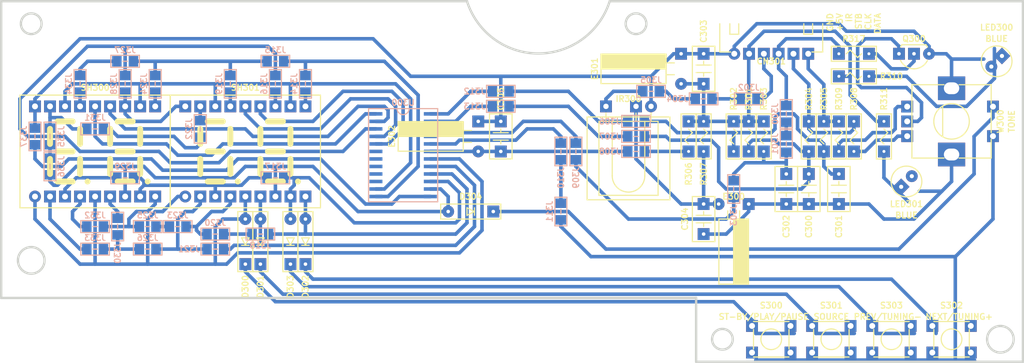
<source format=kicad_pcb>
(kicad_pcb (version 20171130) (host pcbnew 5.0.0-fee4fd1~66~ubuntu18.04.1)

  (general
    (thickness 1.5)
    (drawings 39)
    (tracks 467)
    (zones 0)
    (modules 77)
    (nets 41)
  )

  (page A4)
  (title_block
    (title defender_avante_X50BT_C2081U-KEY)
    (date 2019-04-11)
    (rev 2)
    (company "Igor Vladimirovich Ivanov")
    (comment 1 https://github.com/Adept666)
  )

  (layers
    (0 F.Cu jumper)
    (31 B.Cu signal)
    (36 B.SilkS user)
    (37 F.SilkS user)
    (38 B.Mask user)
    (40 Dwgs.User user)
    (41 Cmts.User user)
    (42 Eco1.User user)
    (43 Eco2.User user)
    (44 Edge.Cuts user)
    (45 Margin user)
    (46 B.CrtYd user)
    (47 F.CrtYd user)
    (48 B.Fab user)
    (49 F.Fab user)
  )

  (setup
    (last_trace_width 0.6)
    (trace_clearance 0)
    (zone_clearance 0.508)
    (zone_45_only no)
    (trace_min 0.2)
    (segment_width 0.2)
    (edge_width 0.4)
    (via_size 3)
    (via_drill 1)
    (via_min_size 0.4)
    (via_min_drill 0.3)
    (uvia_size 0.3)
    (uvia_drill 0.1)
    (uvias_allowed no)
    (uvia_min_size 0)
    (uvia_min_drill 0)
    (pcb_text_width 0.3)
    (pcb_text_size 1.5 1.5)
    (mod_edge_width 0.15)
    (mod_text_size 1 1)
    (mod_text_width 0.15)
    (pad_size 2 2)
    (pad_drill 0.6)
    (pad_to_mask_clearance 0.2)
    (aux_axis_origin 0 0)
    (visible_elements 7FFFFFFF)
    (pcbplotparams
      (layerselection 0x00030_80000001)
      (usegerberextensions false)
      (usegerberattributes false)
      (usegerberadvancedattributes false)
      (creategerberjobfile false)
      (excludeedgelayer true)
      (linewidth 0.100000)
      (plotframeref false)
      (viasonmask false)
      (mode 1)
      (useauxorigin false)
      (hpglpennumber 1)
      (hpglpenspeed 20)
      (hpglpendiameter 15.000000)
      (psnegative false)
      (psa4output false)
      (plotreference true)
      (plotvalue true)
      (plotinvisibletext false)
      (padsonsilk false)
      (subtractmaskfromsilk false)
      (outputformat 1)
      (mirror false)
      (drillshape 0)
      (scaleselection 1)
      (outputdirectory ""))
  )

  (net 0 "")
  (net 1 "Net-(Q300-PadC)")
  (net 2 "Net-(Q300-PadB)")
  (net 3 "Net-(R309-Pad1)")
  (net 4 "Net-(R308-Pad1)")
  (net 5 "Net-(LED300-PadA)")
  (net 6 "Net-(LED301-PadA)")
  (net 7 "Net-(C304-Pad1)")
  (net 8 /CLK)
  (net 9 /STB)
  (net 10 /DATA)
  (net 11 /E)
  (net 12 /D)
  (net 13 /C)
  (net 14 /DP)
  (net 15 /G)
  (net 16 /B)
  (net 17 /A)
  (net 18 /F)
  (net 19 /DIG2)
  (net 20 /DIG1)
  (net 21 /DIG3)
  (net 22 /DIG4)
  (net 23 "Net-(D300-PadC)")
  (net 24 /K2)
  (net 25 "Net-(D301-PadC)")
  (net 26 "Net-(D302-PadC)")
  (net 27 "Net-(D303-PadC)")
  (net 28 "Net-(D304-PadC)")
  (net 29 "Net-(U300-Pad4)")
  (net 30 "Net-(U300-Pad16)")
  (net 31 "Net-(U300-Pad19)")
  (net 32 "Net-(U300-Pad15)")
  (net 33 "Net-(U300-Pad17)")
  (net 34 "Net-(U300-Pad18)")
  (net 35 /IR)
  (net 36 /IC_+5V)
  (net 37 /IC_DATA)
  (net 38 /IC_CLK)
  (net 39 V)
  (net 40 COM)

  (net_class Default "This is the default net class."
    (clearance 0)
    (trace_width 0.6)
    (via_dia 3)
    (via_drill 1)
    (uvia_dia 0.3)
    (uvia_drill 0.1)
    (add_net /A)
    (add_net /B)
    (add_net /C)
    (add_net /CLK)
    (add_net /D)
    (add_net /DATA)
    (add_net /DIG1)
    (add_net /DIG2)
    (add_net /DIG3)
    (add_net /DIG4)
    (add_net /DP)
    (add_net /E)
    (add_net /F)
    (add_net /G)
    (add_net /IC_+5V)
    (add_net /IC_CLK)
    (add_net /IC_DATA)
    (add_net /IR)
    (add_net /K2)
    (add_net /STB)
    (add_net COM)
    (add_net "Net-(C304-Pad1)")
    (add_net "Net-(D300-PadC)")
    (add_net "Net-(D301-PadC)")
    (add_net "Net-(D302-PadC)")
    (add_net "Net-(D303-PadC)")
    (add_net "Net-(D304-PadC)")
    (add_net "Net-(LED300-PadA)")
    (add_net "Net-(LED301-PadA)")
    (add_net "Net-(Q300-PadB)")
    (add_net "Net-(Q300-PadC)")
    (add_net "Net-(R308-Pad1)")
    (add_net "Net-(R309-Pad1)")
    (add_net "Net-(U300-Pad15)")
    (add_net "Net-(U300-Pad16)")
    (add_net "Net-(U300-Pad17)")
    (add_net "Net-(U300-Pad18)")
    (add_net "Net-(U300-Pad19)")
    (add_net "Net-(U300-Pad4)")
    (add_net V)
  )

  (module KCL:CP-RADIAL-D05.0-P02.0-d0.5-L11-HD (layer F.Cu) (tedit 5BDCFB83) (tstamp 5CAFA99C)
    (at 185.42 109.22)
    (path /5B8E60D7)
    (fp_text reference E300 (at 0 -1.27) (layer F.SilkS)
      (effects (font (size 1 1) (thickness 0.2)))
    )
    (fp_text value CAPACITOR_POLARIZED (at 0 14.605) (layer F.Fab) hide
      (effects (font (size 1 1) (thickness 0.2)))
    )
    (fp_line (start 0 13.54) (end 0 2.54) (layer F.SilkS) (width 0.2))
    (fp_poly (pts (xy 0 2.54) (xy 2.413 2.54) (xy 2.413 13.462) (xy 0 13.462)) (layer F.SilkS) (width 0.2))
    (fp_line (start -2.5 13.54) (end 2.5 13.54) (layer F.Fab) (width 0.2))
    (fp_line (start -2.5 2.54) (end 2.5 2.54) (layer F.Fab) (width 0.2))
    (fp_line (start -2.5 13.54) (end -2.5 2.54) (layer F.Fab) (width 0.2))
    (fp_line (start 2.5 13.54) (end 2.5 2.54) (layer F.Fab) (width 0.2))
    (fp_line (start -1 2.54) (end -1 0) (layer F.Fab) (width 0.2))
    (fp_line (start 1 2.54) (end 1 0) (layer F.Fab) (width 0.2))
    (fp_line (start 2.5 13.54) (end 2.5 2.54) (layer F.SilkS) (width 0.2))
    (fp_line (start -1 2.54) (end -1 1.143) (layer F.SilkS) (width 0.2))
    (fp_line (start -2.5 13.54) (end -2.5 2.54) (layer F.SilkS) (width 0.2))
    (fp_line (start -2.5 2.54) (end 2.5 2.54) (layer F.SilkS) (width 0.2))
    (fp_line (start -2.5 13.54) (end 2.5 13.54) (layer F.SilkS) (width 0.2))
    (fp_line (start 1 2.54) (end 1 1.143) (layer F.SilkS) (width 0.2))
    (fp_line (start -2.84 -0.3) (end 2.84 -0.3) (layer F.CrtYd) (width 0.1))
    (fp_line (start -2.84 13.54) (end 2.84 13.54) (layer F.CrtYd) (width 0.1))
    (fp_line (start -2.84 13.54) (end -2.84 -0.3) (layer F.CrtYd) (width 0.1))
    (fp_line (start 2.84 13.54) (end 2.84 -0.3) (layer F.CrtYd) (width 0.1))
    (pad + thru_hole circle (at -2.54 0) (size 2 2) (drill 0.6) (layers B.Cu B.Mask)
      (net 7 "Net-(C304-Pad1)"))
    (pad - thru_hole rect (at 2.54 0) (size 2 2) (drill 0.6) (layers B.Cu B.Mask)
      (net 40 COM))
  )

  (module KCL:J-SMD-1206 (layer B.Cu) (tedit 5BD79E6E) (tstamp 5CAFA92B)
    (at 77.47 113.03 180)
    (path /5C8F9491)
    (attr smd)
    (fp_text reference J332 (at 0 1.905 180) (layer B.SilkS)
      (effects (font (size 1 1) (thickness 0.2)) (justify mirror))
    )
    (fp_text value JUMPER (at 5.715 0 180) (layer B.Fab) hide
      (effects (font (size 1 1) (thickness 0.2)) (justify mirror))
    )
    (fp_line (start -1.6 0.8) (end -1.6 -0.8) (layer B.Fab) (width 0.2))
    (fp_line (start -1.6 -0.8) (end 1.6 -0.8) (layer B.Fab) (width 0.2))
    (fp_line (start 1.6 0.8) (end 1.6 -0.8) (layer B.Fab) (width 0.2))
    (fp_line (start -1.6 0.8) (end 1.6 0.8) (layer B.Fab) (width 0.2))
    (fp_line (start -2.413 1.016) (end -2.413 -1.016) (layer B.SilkS) (width 0.2))
    (fp_line (start 2.413 1.016) (end 2.413 -1.016) (layer B.SilkS) (width 0.2))
    (fp_line (start -2.413 1.016) (end 2.413 1.016) (layer B.SilkS) (width 0.2))
    (fp_line (start -2.413 -1.016) (end 2.413 -1.016) (layer B.SilkS) (width 0.2))
    (fp_line (start -0.381 0) (end 0.381 0) (layer B.SilkS) (width 0.2))
    (fp_line (start -2.413 -1.016) (end -2.413 1.016) (layer B.CrtYd) (width 0.1))
    (fp_line (start 2.413 -1.016) (end -2.413 -1.016) (layer B.CrtYd) (width 0.1))
    (fp_line (start 2.413 1.016) (end 2.413 -1.016) (layer B.CrtYd) (width 0.1))
    (fp_line (start -2.413 1.016) (end 2.413 1.016) (layer B.CrtYd) (width 0.1))
    (pad J smd rect (at 1.4 0 180) (size 1.6 1.8) (layers B.Cu B.Mask)
      (net 14 /DP))
    (pad J smd rect (at -1.4 0 180) (size 1.6 1.8) (layers B.Cu B.Mask)
      (net 14 /DP))
  )

  (module KCL:J-SMD-1206 (layer B.Cu) (tedit 5BD79E6E) (tstamp 5CAFA961)
    (at 74.93 88.9 90)
    (path /5C927724)
    (attr smd)
    (fp_text reference J334 (at 0 -1.905 270) (layer B.SilkS)
      (effects (font (size 1 1) (thickness 0.2)) (justify mirror))
    )
    (fp_text value JUMPER (at 3.175 0 180) (layer B.Fab) hide
      (effects (font (size 1 1) (thickness 0.2)) (justify mirror))
    )
    (fp_line (start -1.6 0.8) (end -1.6 -0.8) (layer B.Fab) (width 0.2))
    (fp_line (start -1.6 -0.8) (end 1.6 -0.8) (layer B.Fab) (width 0.2))
    (fp_line (start 1.6 0.8) (end 1.6 -0.8) (layer B.Fab) (width 0.2))
    (fp_line (start -1.6 0.8) (end 1.6 0.8) (layer B.Fab) (width 0.2))
    (fp_line (start -2.413 1.016) (end -2.413 -1.016) (layer B.SilkS) (width 0.2))
    (fp_line (start 2.413 1.016) (end 2.413 -1.016) (layer B.SilkS) (width 0.2))
    (fp_line (start -2.413 1.016) (end 2.413 1.016) (layer B.SilkS) (width 0.2))
    (fp_line (start -2.413 -1.016) (end 2.413 -1.016) (layer B.SilkS) (width 0.2))
    (fp_line (start -0.381 0) (end 0.381 0) (layer B.SilkS) (width 0.2))
    (fp_line (start -2.413 -1.016) (end -2.413 1.016) (layer B.CrtYd) (width 0.1))
    (fp_line (start 2.413 -1.016) (end -2.413 -1.016) (layer B.CrtYd) (width 0.1))
    (fp_line (start 2.413 1.016) (end 2.413 -1.016) (layer B.CrtYd) (width 0.1))
    (fp_line (start -2.413 1.016) (end 2.413 1.016) (layer B.CrtYd) (width 0.1))
    (pad J smd rect (at 1.4 0 90) (size 1.6 1.8) (layers B.Cu B.Mask)
      (net 16 /B))
    (pad J smd rect (at -1.4 0 90) (size 1.6 1.8) (layers B.Cu B.Mask)
      (net 16 /B))
  )

  (module KCL:J-SMD-1206 (layer B.Cu) (tedit 5BD79E6E) (tstamp 5CAFA9DC)
    (at 82.55 104.775 180)
    (path /5C8CB25B)
    (attr smd)
    (fp_text reference J329 (at 0 1.905 180) (layer B.SilkS)
      (effects (font (size 1 1) (thickness 0.2)) (justify mirror))
    )
    (fp_text value JUMPER (at 0 3.175 180) (layer B.Fab) hide
      (effects (font (size 1 1) (thickness 0.2)) (justify mirror))
    )
    (fp_line (start -1.6 0.8) (end -1.6 -0.8) (layer B.Fab) (width 0.2))
    (fp_line (start -1.6 -0.8) (end 1.6 -0.8) (layer B.Fab) (width 0.2))
    (fp_line (start 1.6 0.8) (end 1.6 -0.8) (layer B.Fab) (width 0.2))
    (fp_line (start -1.6 0.8) (end 1.6 0.8) (layer B.Fab) (width 0.2))
    (fp_line (start -2.413 1.016) (end -2.413 -1.016) (layer B.SilkS) (width 0.2))
    (fp_line (start 2.413 1.016) (end 2.413 -1.016) (layer B.SilkS) (width 0.2))
    (fp_line (start -2.413 1.016) (end 2.413 1.016) (layer B.SilkS) (width 0.2))
    (fp_line (start -2.413 -1.016) (end 2.413 -1.016) (layer B.SilkS) (width 0.2))
    (fp_line (start -0.381 0) (end 0.381 0) (layer B.SilkS) (width 0.2))
    (fp_line (start -2.413 -1.016) (end -2.413 1.016) (layer B.CrtYd) (width 0.1))
    (fp_line (start 2.413 -1.016) (end -2.413 -1.016) (layer B.CrtYd) (width 0.1))
    (fp_line (start 2.413 1.016) (end 2.413 -1.016) (layer B.CrtYd) (width 0.1))
    (fp_line (start -2.413 1.016) (end 2.413 1.016) (layer B.CrtYd) (width 0.1))
    (pad J smd rect (at 1.4 0 180) (size 1.6 1.8) (layers B.Cu B.Mask)
      (net 13 /C))
    (pad J smd rect (at -1.4 0 180) (size 1.6 1.8) (layers B.Cu B.Mask)
      (net 13 /C))
  )

  (module KCL:J-SMD-1206 (layer B.Cu) (tedit 5BD79E6E) (tstamp 5CAFBE4F)
    (at 158.75 100.33 90)
    (path /5C78713A)
    (attr smd)
    (fp_text reference J309 (at -4.445 0 270) (layer B.SilkS)
      (effects (font (size 1 1) (thickness 0.2)) (justify mirror))
    )
    (fp_text value JUMPER (at 4.445 -1.27 180) (layer B.Fab) hide
      (effects (font (size 1 1) (thickness 0.2)) (justify mirror))
    )
    (fp_line (start -1.6 0.8) (end -1.6 -0.8) (layer B.Fab) (width 0.2))
    (fp_line (start -1.6 -0.8) (end 1.6 -0.8) (layer B.Fab) (width 0.2))
    (fp_line (start 1.6 0.8) (end 1.6 -0.8) (layer B.Fab) (width 0.2))
    (fp_line (start -1.6 0.8) (end 1.6 0.8) (layer B.Fab) (width 0.2))
    (fp_line (start -2.413 1.016) (end -2.413 -1.016) (layer B.SilkS) (width 0.2))
    (fp_line (start 2.413 1.016) (end 2.413 -1.016) (layer B.SilkS) (width 0.2))
    (fp_line (start -2.413 1.016) (end 2.413 1.016) (layer B.SilkS) (width 0.2))
    (fp_line (start -2.413 -1.016) (end 2.413 -1.016) (layer B.SilkS) (width 0.2))
    (fp_line (start -0.381 0) (end 0.381 0) (layer B.SilkS) (width 0.2))
    (fp_line (start -2.413 -1.016) (end -2.413 1.016) (layer B.CrtYd) (width 0.1))
    (fp_line (start 2.413 -1.016) (end -2.413 -1.016) (layer B.CrtYd) (width 0.1))
    (fp_line (start 2.413 1.016) (end 2.413 -1.016) (layer B.CrtYd) (width 0.1))
    (fp_line (start -2.413 1.016) (end 2.413 1.016) (layer B.CrtYd) (width 0.1))
    (pad J smd rect (at 1.4 0 90) (size 1.6 1.8) (layers B.Cu B.Mask)
      (net 9 /STB))
    (pad J smd rect (at -1.4 0 90) (size 1.6 1.8) (layers B.Cu B.Mask)
      (net 9 /STB))
  )

  (module KCL:J-SMD-1206 (layer B.Cu) (tedit 5BD79E6E) (tstamp 5CAFAEB3)
    (at 95.25 96.52 90)
    (path /5C85F819)
    (attr smd)
    (fp_text reference J322 (at 0 -1.905 270) (layer B.SilkS)
      (effects (font (size 1 1) (thickness 0.2)) (justify mirror))
    )
    (fp_text value JUMPER (at -3.175 0 180) (layer B.Fab) hide
      (effects (font (size 1 1) (thickness 0.2)) (justify mirror))
    )
    (fp_line (start -1.6 0.8) (end -1.6 -0.8) (layer B.Fab) (width 0.2))
    (fp_line (start -1.6 -0.8) (end 1.6 -0.8) (layer B.Fab) (width 0.2))
    (fp_line (start 1.6 0.8) (end 1.6 -0.8) (layer B.Fab) (width 0.2))
    (fp_line (start -1.6 0.8) (end 1.6 0.8) (layer B.Fab) (width 0.2))
    (fp_line (start -2.413 1.016) (end -2.413 -1.016) (layer B.SilkS) (width 0.2))
    (fp_line (start 2.413 1.016) (end 2.413 -1.016) (layer B.SilkS) (width 0.2))
    (fp_line (start -2.413 1.016) (end 2.413 1.016) (layer B.SilkS) (width 0.2))
    (fp_line (start -2.413 -1.016) (end 2.413 -1.016) (layer B.SilkS) (width 0.2))
    (fp_line (start -0.381 0) (end 0.381 0) (layer B.SilkS) (width 0.2))
    (fp_line (start -2.413 -1.016) (end -2.413 1.016) (layer B.CrtYd) (width 0.1))
    (fp_line (start 2.413 -1.016) (end -2.413 -1.016) (layer B.CrtYd) (width 0.1))
    (fp_line (start 2.413 1.016) (end 2.413 -1.016) (layer B.CrtYd) (width 0.1))
    (fp_line (start -2.413 1.016) (end 2.413 1.016) (layer B.CrtYd) (width 0.1))
    (pad J smd rect (at 1.4 0 90) (size 1.6 1.8) (layers B.Cu B.Mask)
      (net 15 /G))
    (pad J smd rect (at -1.4 0 90) (size 1.6 1.8) (layers B.Cu B.Mask)
      (net 15 /G))
  )

  (module KCL:J-SMD-1206 (layer B.Cu) (tedit 5BD79E6E) (tstamp 5CAFAB56)
    (at 168.91 97.79 180)
    (path /5C758EC8)
    (attr smd)
    (fp_text reference J307 (at 4.445 0 180) (layer B.SilkS)
      (effects (font (size 1 1) (thickness 0.2)) (justify mirror))
    )
    (fp_text value JUMPER (at 0 -5.715 180) (layer B.Fab) hide
      (effects (font (size 1 1) (thickness 0.2)) (justify mirror))
    )
    (fp_line (start -1.6 0.8) (end -1.6 -0.8) (layer B.Fab) (width 0.2))
    (fp_line (start -1.6 -0.8) (end 1.6 -0.8) (layer B.Fab) (width 0.2))
    (fp_line (start 1.6 0.8) (end 1.6 -0.8) (layer B.Fab) (width 0.2))
    (fp_line (start -1.6 0.8) (end 1.6 0.8) (layer B.Fab) (width 0.2))
    (fp_line (start -2.413 1.016) (end -2.413 -1.016) (layer B.SilkS) (width 0.2))
    (fp_line (start 2.413 1.016) (end 2.413 -1.016) (layer B.SilkS) (width 0.2))
    (fp_line (start -2.413 1.016) (end 2.413 1.016) (layer B.SilkS) (width 0.2))
    (fp_line (start -2.413 -1.016) (end 2.413 -1.016) (layer B.SilkS) (width 0.2))
    (fp_line (start -0.381 0) (end 0.381 0) (layer B.SilkS) (width 0.2))
    (fp_line (start -2.413 -1.016) (end -2.413 1.016) (layer B.CrtYd) (width 0.1))
    (fp_line (start 2.413 -1.016) (end -2.413 -1.016) (layer B.CrtYd) (width 0.1))
    (fp_line (start 2.413 1.016) (end 2.413 -1.016) (layer B.CrtYd) (width 0.1))
    (fp_line (start -2.413 1.016) (end 2.413 1.016) (layer B.CrtYd) (width 0.1))
    (pad J smd rect (at 1.4 0 180) (size 1.6 1.8) (layers B.Cu B.Mask)
      (net 38 /IC_CLK))
    (pad J smd rect (at -1.4 0 180) (size 1.6 1.8) (layers B.Cu B.Mask)
      (net 38 /IC_CLK))
  )

  (module KCL:P-DO-35 (layer F.Cu) (tedit 5C6A0193) (tstamp 5CAFB721)
    (at 102.87 115.57 270)
    (path /5B720FCD)
    (fp_text reference D300 (at 7.62 0 90) (layer F.SilkS)
      (effects (font (size 1 1) (thickness 0.2)))
    )
    (fp_text value DIODE_GENERAL (at 16.51 0 270) (layer F.Fab) hide
      (effects (font (size 1 1) (thickness 0.2)))
    )
    (fp_line (start 1.5325 -0.9525) (end 1.5325 0.9525) (layer F.Fab) (width 0.2))
    (fp_line (start 0.635 -0.635) (end 0.635 0.635) (layer F.SilkS) (width 0.2))
    (fp_line (start -0.635 0.635) (end 0.635 0) (layer F.SilkS) (width 0.2))
    (fp_line (start -0.635 -0.635) (end 0.635 0) (layer F.SilkS) (width 0.2))
    (fp_line (start -0.635 -0.635) (end -0.635 0.635) (layer F.SilkS) (width 0.2))
    (fp_line (start -5.08 1.27) (end -5.08 -1.27) (layer F.CrtYd) (width 0.1))
    (fp_line (start 5.08 1.27) (end -5.08 1.27) (layer F.CrtYd) (width 0.1))
    (fp_line (start 5.08 -1.27) (end 5.08 1.27) (layer F.CrtYd) (width 0.1))
    (fp_line (start -5.08 -1.27) (end 5.08 -1.27) (layer F.CrtYd) (width 0.1))
    (fp_line (start 5.08 -1.27) (end 5.08 1.27) (layer F.SilkS) (width 0.2))
    (fp_line (start -5.08 -1.27) (end -5.08 1.27) (layer F.SilkS) (width 0.2))
    (fp_line (start -5.08 1.27) (end 5.08 1.27) (layer F.SilkS) (width 0.2))
    (fp_line (start -5.08 -1.27) (end 5.08 -1.27) (layer F.SilkS) (width 0.2))
    (fp_line (start 2.0325 -0.9525) (end 2.0325 0.9525) (layer F.Fab) (width 0.2))
    (fp_line (start -2.0325 -0.9525) (end -2.0325 0.9525) (layer F.Fab) (width 0.2))
    (fp_line (start -2.0325 0.9525) (end 2.0325 0.9525) (layer F.Fab) (width 0.2))
    (fp_line (start -2.0325 -0.9525) (end 2.0325 -0.9525) (layer F.Fab) (width 0.2))
    (pad A thru_hole circle (at -3.81 0 270) (size 2 2) (drill 0.6) (layers B.Cu B.Mask)
      (net 11 /E))
    (pad C thru_hole rect (at 3.81 0 270) (size 2 2) (drill 0.6) (layers B.Cu B.Mask)
      (net 23 "Net-(D300-PadC)"))
  )

  (module KCL:J-SMD-1206 (layer B.Cu) (tedit 5BD79E6E) (tstamp 5CAFBED9)
    (at 86.36 116.84 180)
    (path /5C89D02D)
    (attr smd)
    (fp_text reference J326 (at 0 1.905 180) (layer B.SilkS)
      (effects (font (size 1 1) (thickness 0.2)) (justify mirror))
    )
    (fp_text value JUMPER (at 0 -3.175 180) (layer B.Fab) hide
      (effects (font (size 1 1) (thickness 0.2)) (justify mirror))
    )
    (fp_line (start -1.6 0.8) (end -1.6 -0.8) (layer B.Fab) (width 0.2))
    (fp_line (start -1.6 -0.8) (end 1.6 -0.8) (layer B.Fab) (width 0.2))
    (fp_line (start 1.6 0.8) (end 1.6 -0.8) (layer B.Fab) (width 0.2))
    (fp_line (start -1.6 0.8) (end 1.6 0.8) (layer B.Fab) (width 0.2))
    (fp_line (start -2.413 1.016) (end -2.413 -1.016) (layer B.SilkS) (width 0.2))
    (fp_line (start 2.413 1.016) (end 2.413 -1.016) (layer B.SilkS) (width 0.2))
    (fp_line (start -2.413 1.016) (end 2.413 1.016) (layer B.SilkS) (width 0.2))
    (fp_line (start -2.413 -1.016) (end 2.413 -1.016) (layer B.SilkS) (width 0.2))
    (fp_line (start -0.381 0) (end 0.381 0) (layer B.SilkS) (width 0.2))
    (fp_line (start -2.413 -1.016) (end -2.413 1.016) (layer B.CrtYd) (width 0.1))
    (fp_line (start 2.413 -1.016) (end -2.413 -1.016) (layer B.CrtYd) (width 0.1))
    (fp_line (start 2.413 1.016) (end 2.413 -1.016) (layer B.CrtYd) (width 0.1))
    (fp_line (start -2.413 1.016) (end 2.413 1.016) (layer B.CrtYd) (width 0.1))
    (pad J smd rect (at 1.4 0 180) (size 1.6 1.8) (layers B.Cu B.Mask)
      (net 12 /D))
    (pad J smd rect (at -1.4 0 180) (size 1.6 1.8) (layers B.Cu B.Mask)
      (net 12 /D))
  )

  (module KCL:J-SMD-1206 (layer B.Cu) (tedit 5BD79E6E) (tstamp 5CAFB303)
    (at 107.95 85.09 180)
    (path /5C7E35C0)
    (attr smd)
    (fp_text reference J315 (at 0 1.905 180) (layer B.SilkS)
      (effects (font (size 1 1) (thickness 0.2)) (justify mirror))
    )
    (fp_text value JUMPER (at 0 3.175 180) (layer B.Fab) hide
      (effects (font (size 1 1) (thickness 0.2)) (justify mirror))
    )
    (fp_line (start -1.6 0.8) (end -1.6 -0.8) (layer B.Fab) (width 0.2))
    (fp_line (start -1.6 -0.8) (end 1.6 -0.8) (layer B.Fab) (width 0.2))
    (fp_line (start 1.6 0.8) (end 1.6 -0.8) (layer B.Fab) (width 0.2))
    (fp_line (start -1.6 0.8) (end 1.6 0.8) (layer B.Fab) (width 0.2))
    (fp_line (start -2.413 1.016) (end -2.413 -1.016) (layer B.SilkS) (width 0.2))
    (fp_line (start 2.413 1.016) (end 2.413 -1.016) (layer B.SilkS) (width 0.2))
    (fp_line (start -2.413 1.016) (end 2.413 1.016) (layer B.SilkS) (width 0.2))
    (fp_line (start -2.413 -1.016) (end 2.413 -1.016) (layer B.SilkS) (width 0.2))
    (fp_line (start -0.381 0) (end 0.381 0) (layer B.SilkS) (width 0.2))
    (fp_line (start -2.413 -1.016) (end -2.413 1.016) (layer B.CrtYd) (width 0.1))
    (fp_line (start 2.413 -1.016) (end -2.413 -1.016) (layer B.CrtYd) (width 0.1))
    (fp_line (start 2.413 1.016) (end 2.413 -1.016) (layer B.CrtYd) (width 0.1))
    (fp_line (start -2.413 1.016) (end 2.413 1.016) (layer B.CrtYd) (width 0.1))
    (pad J smd rect (at 1.4 0 180) (size 1.6 1.8) (layers B.Cu B.Mask)
      (net 16 /B))
    (pad J smd rect (at -1.4 0 180) (size 1.6 1.8) (layers B.Cu B.Mask)
      (net 16 /B))
  )

  (module KCL:J-SMD-1206 (layer B.Cu) (tedit 5BD79E6E) (tstamp 5CAFBA74)
    (at 156.21 100.33 90)
    (path /5C796748)
    (attr smd)
    (fp_text reference J310 (at -4.445 0 270) (layer B.SilkS)
      (effects (font (size 1 1) (thickness 0.2)) (justify mirror))
    )
    (fp_text value JUMPER (at 3.175 1.27 180) (layer B.Fab) hide
      (effects (font (size 1 1) (thickness 0.2)) (justify mirror))
    )
    (fp_line (start -1.6 0.8) (end -1.6 -0.8) (layer B.Fab) (width 0.2))
    (fp_line (start -1.6 -0.8) (end 1.6 -0.8) (layer B.Fab) (width 0.2))
    (fp_line (start 1.6 0.8) (end 1.6 -0.8) (layer B.Fab) (width 0.2))
    (fp_line (start -1.6 0.8) (end 1.6 0.8) (layer B.Fab) (width 0.2))
    (fp_line (start -2.413 1.016) (end -2.413 -1.016) (layer B.SilkS) (width 0.2))
    (fp_line (start 2.413 1.016) (end 2.413 -1.016) (layer B.SilkS) (width 0.2))
    (fp_line (start -2.413 1.016) (end 2.413 1.016) (layer B.SilkS) (width 0.2))
    (fp_line (start -2.413 -1.016) (end 2.413 -1.016) (layer B.SilkS) (width 0.2))
    (fp_line (start -0.381 0) (end 0.381 0) (layer B.SilkS) (width 0.2))
    (fp_line (start -2.413 -1.016) (end -2.413 1.016) (layer B.CrtYd) (width 0.1))
    (fp_line (start 2.413 -1.016) (end -2.413 -1.016) (layer B.CrtYd) (width 0.1))
    (fp_line (start 2.413 1.016) (end 2.413 -1.016) (layer B.CrtYd) (width 0.1))
    (fp_line (start -2.413 1.016) (end 2.413 1.016) (layer B.CrtYd) (width 0.1))
    (pad J smd rect (at 1.4 0 90) (size 1.6 1.8) (layers B.Cu B.Mask)
      (net 24 /K2))
    (pad J smd rect (at -1.4 0 90) (size 1.6 1.8) (layers B.Cu B.Mask)
      (net 24 /K2))
  )

  (module KCL:J-SMD-1206 (layer B.Cu) (tedit 5BD79E6E) (tstamp 5CAFC0F2)
    (at 171.45 90.17 180)
    (path /5C73A120)
    (attr smd)
    (fp_text reference J305 (at 0 1.905 180) (layer B.SilkS)
      (effects (font (size 1 1) (thickness 0.2)) (justify mirror))
    )
    (fp_text value JUMPER (at 0 3.175 180) (layer B.Fab) hide
      (effects (font (size 1 1) (thickness 0.2)) (justify mirror))
    )
    (fp_line (start -1.6 0.8) (end -1.6 -0.8) (layer B.Fab) (width 0.2))
    (fp_line (start -1.6 -0.8) (end 1.6 -0.8) (layer B.Fab) (width 0.2))
    (fp_line (start 1.6 0.8) (end 1.6 -0.8) (layer B.Fab) (width 0.2))
    (fp_line (start -1.6 0.8) (end 1.6 0.8) (layer B.Fab) (width 0.2))
    (fp_line (start -2.413 1.016) (end -2.413 -1.016) (layer B.SilkS) (width 0.2))
    (fp_line (start 2.413 1.016) (end 2.413 -1.016) (layer B.SilkS) (width 0.2))
    (fp_line (start -2.413 1.016) (end 2.413 1.016) (layer B.SilkS) (width 0.2))
    (fp_line (start -2.413 -1.016) (end 2.413 -1.016) (layer B.SilkS) (width 0.2))
    (fp_line (start -0.381 0) (end 0.381 0) (layer B.SilkS) (width 0.2))
    (fp_line (start -2.413 -1.016) (end -2.413 1.016) (layer B.CrtYd) (width 0.1))
    (fp_line (start 2.413 -1.016) (end -2.413 -1.016) (layer B.CrtYd) (width 0.1))
    (fp_line (start 2.413 1.016) (end 2.413 -1.016) (layer B.CrtYd) (width 0.1))
    (fp_line (start -2.413 1.016) (end 2.413 1.016) (layer B.CrtYd) (width 0.1))
    (pad J smd rect (at 1.4 0 180) (size 1.6 1.8) (layers B.Cu B.Mask)
      (net 35 /IR))
    (pad J smd rect (at -1.4 0 180) (size 1.6 1.8) (layers B.Cu B.Mask)
      (net 35 /IR))
  )

  (module KCL:J-SMD-1206 (layer B.Cu) (tedit 5BD79E6E) (tstamp 5CAFAA1E)
    (at 113.03 88.9 90)
    (path /5C7D3FA0)
    (attr smd)
    (fp_text reference J314 (at 0 -1.905 270) (layer B.SilkS)
      (effects (font (size 1 1) (thickness 0.2)) (justify mirror))
    )
    (fp_text value JUMPER (at 1.905 4.445 180) (layer B.Fab) hide
      (effects (font (size 1 1) (thickness 0.2)) (justify mirror))
    )
    (fp_line (start -1.6 0.8) (end -1.6 -0.8) (layer B.Fab) (width 0.2))
    (fp_line (start -1.6 -0.8) (end 1.6 -0.8) (layer B.Fab) (width 0.2))
    (fp_line (start 1.6 0.8) (end 1.6 -0.8) (layer B.Fab) (width 0.2))
    (fp_line (start -1.6 0.8) (end 1.6 0.8) (layer B.Fab) (width 0.2))
    (fp_line (start -2.413 1.016) (end -2.413 -1.016) (layer B.SilkS) (width 0.2))
    (fp_line (start 2.413 1.016) (end 2.413 -1.016) (layer B.SilkS) (width 0.2))
    (fp_line (start -2.413 1.016) (end 2.413 1.016) (layer B.SilkS) (width 0.2))
    (fp_line (start -2.413 -1.016) (end 2.413 -1.016) (layer B.SilkS) (width 0.2))
    (fp_line (start -0.381 0) (end 0.381 0) (layer B.SilkS) (width 0.2))
    (fp_line (start -2.413 -1.016) (end -2.413 1.016) (layer B.CrtYd) (width 0.1))
    (fp_line (start 2.413 -1.016) (end -2.413 -1.016) (layer B.CrtYd) (width 0.1))
    (fp_line (start 2.413 1.016) (end 2.413 -1.016) (layer B.CrtYd) (width 0.1))
    (fp_line (start -2.413 1.016) (end 2.413 1.016) (layer B.CrtYd) (width 0.1))
    (pad J smd rect (at 1.4 0 90) (size 1.6 1.8) (layers B.Cu B.Mask)
      (net 16 /B))
    (pad J smd rect (at -1.4 0 90) (size 1.6 1.8) (layers B.Cu B.Mask)
      (net 16 /B))
  )

  (module KCL:J-SMD-1206 (layer B.Cu) (tedit 5BD79E6E) (tstamp 5CAFB903)
    (at 156.21 110.49 90)
    (path /5C7A5D56)
    (attr smd)
    (fp_text reference J311 (at 0 -1.905 270) (layer B.SilkS)
      (effects (font (size 1 1) (thickness 0.2)) (justify mirror))
    )
    (fp_text value JUMPER (at 3.175 0 180) (layer B.Fab) hide
      (effects (font (size 1 1) (thickness 0.2)) (justify mirror))
    )
    (fp_line (start -1.6 0.8) (end -1.6 -0.8) (layer B.Fab) (width 0.2))
    (fp_line (start -1.6 -0.8) (end 1.6 -0.8) (layer B.Fab) (width 0.2))
    (fp_line (start 1.6 0.8) (end 1.6 -0.8) (layer B.Fab) (width 0.2))
    (fp_line (start -1.6 0.8) (end 1.6 0.8) (layer B.Fab) (width 0.2))
    (fp_line (start -2.413 1.016) (end -2.413 -1.016) (layer B.SilkS) (width 0.2))
    (fp_line (start 2.413 1.016) (end 2.413 -1.016) (layer B.SilkS) (width 0.2))
    (fp_line (start -2.413 1.016) (end 2.413 1.016) (layer B.SilkS) (width 0.2))
    (fp_line (start -2.413 -1.016) (end 2.413 -1.016) (layer B.SilkS) (width 0.2))
    (fp_line (start -0.381 0) (end 0.381 0) (layer B.SilkS) (width 0.2))
    (fp_line (start -2.413 -1.016) (end -2.413 1.016) (layer B.CrtYd) (width 0.1))
    (fp_line (start 2.413 -1.016) (end -2.413 -1.016) (layer B.CrtYd) (width 0.1))
    (fp_line (start 2.413 1.016) (end 2.413 -1.016) (layer B.CrtYd) (width 0.1))
    (fp_line (start -2.413 1.016) (end 2.413 1.016) (layer B.CrtYd) (width 0.1))
    (pad J smd rect (at 1.4 0 90) (size 1.6 1.8) (layers B.Cu B.Mask)
      (net 24 /K2))
    (pad J smd rect (at -1.4 0 90) (size 1.6 1.8) (layers B.Cu B.Mask)
      (net 24 /K2))
  )

  (module KCL:J-SMD-1206 (layer B.Cu) (tedit 5BD79E6E) (tstamp 5CAFB4E9)
    (at 69.85 102.87 90)
    (path /5C946360)
    (attr smd)
    (fp_text reference J336 (at 0 1.905 270) (layer B.SilkS)
      (effects (font (size 1 1) (thickness 0.2)) (justify mirror))
    )
    (fp_text value JUMPER (at 0 -4.445 180) (layer B.Fab) hide
      (effects (font (size 1 1) (thickness 0.2)) (justify mirror))
    )
    (fp_line (start -1.6 0.8) (end -1.6 -0.8) (layer B.Fab) (width 0.2))
    (fp_line (start -1.6 -0.8) (end 1.6 -0.8) (layer B.Fab) (width 0.2))
    (fp_line (start 1.6 0.8) (end 1.6 -0.8) (layer B.Fab) (width 0.2))
    (fp_line (start -1.6 0.8) (end 1.6 0.8) (layer B.Fab) (width 0.2))
    (fp_line (start -2.413 1.016) (end -2.413 -1.016) (layer B.SilkS) (width 0.2))
    (fp_line (start 2.413 1.016) (end 2.413 -1.016) (layer B.SilkS) (width 0.2))
    (fp_line (start -2.413 1.016) (end 2.413 1.016) (layer B.SilkS) (width 0.2))
    (fp_line (start -2.413 -1.016) (end 2.413 -1.016) (layer B.SilkS) (width 0.2))
    (fp_line (start -0.381 0) (end 0.381 0) (layer B.SilkS) (width 0.2))
    (fp_line (start -2.413 -1.016) (end -2.413 1.016) (layer B.CrtYd) (width 0.1))
    (fp_line (start 2.413 -1.016) (end -2.413 -1.016) (layer B.CrtYd) (width 0.1))
    (fp_line (start 2.413 1.016) (end 2.413 -1.016) (layer B.CrtYd) (width 0.1))
    (fp_line (start -2.413 1.016) (end 2.413 1.016) (layer B.CrtYd) (width 0.1))
    (pad J smd rect (at 1.4 0 90) (size 1.6 1.8) (layers B.Cu B.Mask)
      (net 15 /G))
    (pad J smd rect (at -1.4 0 90) (size 1.6 1.8) (layers B.Cu B.Mask)
      (net 15 /G))
  )

  (module KCL:J-SMD-1206 (layer B.Cu) (tedit 5BD79E6E) (tstamp 5CAFABC5)
    (at 180.34 91.44 180)
    (path /5C72AB1C)
    (attr smd)
    (fp_text reference J304 (at 4.445 0 180) (layer B.SilkS)
      (effects (font (size 1 1) (thickness 0.2)) (justify mirror))
    )
    (fp_text value JUMPER (at -7.62 3.175 180) (layer B.Fab) hide
      (effects (font (size 1 1) (thickness 0.2)) (justify mirror))
    )
    (fp_line (start -1.6 0.8) (end -1.6 -0.8) (layer B.Fab) (width 0.2))
    (fp_line (start -1.6 -0.8) (end 1.6 -0.8) (layer B.Fab) (width 0.2))
    (fp_line (start 1.6 0.8) (end 1.6 -0.8) (layer B.Fab) (width 0.2))
    (fp_line (start -1.6 0.8) (end 1.6 0.8) (layer B.Fab) (width 0.2))
    (fp_line (start -2.413 1.016) (end -2.413 -1.016) (layer B.SilkS) (width 0.2))
    (fp_line (start 2.413 1.016) (end 2.413 -1.016) (layer B.SilkS) (width 0.2))
    (fp_line (start -2.413 1.016) (end 2.413 1.016) (layer B.SilkS) (width 0.2))
    (fp_line (start -2.413 -1.016) (end 2.413 -1.016) (layer B.SilkS) (width 0.2))
    (fp_line (start -0.381 0) (end 0.381 0) (layer B.SilkS) (width 0.2))
    (fp_line (start -2.413 -1.016) (end -2.413 1.016) (layer B.CrtYd) (width 0.1))
    (fp_line (start 2.413 -1.016) (end -2.413 -1.016) (layer B.CrtYd) (width 0.1))
    (fp_line (start 2.413 1.016) (end 2.413 -1.016) (layer B.CrtYd) (width 0.1))
    (fp_line (start -2.413 1.016) (end 2.413 1.016) (layer B.CrtYd) (width 0.1))
    (pad J smd rect (at 1.4 0 180) (size 1.6 1.8) (layers B.Cu B.Mask)
      (net 35 /IR))
    (pad J smd rect (at -1.4 0 180) (size 1.6 1.8) (layers B.Cu B.Mask)
      (net 35 /IR))
  )

  (module KCL:CP-RADIAL-D05.0-P02.0-d0.5-L11-HU (layer F.Cu) (tedit 5BDCFBB0) (tstamp 5CAFA7F8)
    (at 142.24 97.79 90)
    (path /5B8E9D9A)
    (fp_text reference E302 (at 0 -14.605 270) (layer F.SilkS)
      (effects (font (size 1 1) (thickness 0.2)))
    )
    (fp_text value CAPACITOR_POLARIZED (at 0 -15.875 90) (layer F.Fab) hide
      (effects (font (size 1 1) (thickness 0.2)))
    )
    (fp_line (start 2.84 -13.54) (end 2.84 0.3) (layer F.CrtYd) (width 0.1))
    (fp_line (start -2.84 -13.54) (end -2.84 0.3) (layer F.CrtYd) (width 0.1))
    (fp_line (start -2.84 -13.54) (end 2.84 -13.54) (layer F.CrtYd) (width 0.1))
    (fp_line (start -2.84 0.3) (end 2.84 0.3) (layer F.CrtYd) (width 0.1))
    (fp_line (start 1 -2.54) (end 1 -1.143) (layer F.SilkS) (width 0.2))
    (fp_line (start -2.5 -13.54) (end 2.5 -13.54) (layer F.SilkS) (width 0.2))
    (fp_line (start -2.5 -2.54) (end 2.5 -2.54) (layer F.SilkS) (width 0.2))
    (fp_line (start -2.5 -13.54) (end -2.5 -2.54) (layer F.SilkS) (width 0.2))
    (fp_line (start -1 -2.54) (end -1 -1.143) (layer F.SilkS) (width 0.2))
    (fp_line (start 2.5 -13.54) (end 2.5 -2.54) (layer F.SilkS) (width 0.2))
    (fp_line (start 1 -2.54) (end 1 0) (layer F.Fab) (width 0.2))
    (fp_line (start -1 -2.54) (end -1 0) (layer F.Fab) (width 0.2))
    (fp_line (start 2.5 -13.54) (end 2.5 -2.54) (layer F.Fab) (width 0.2))
    (fp_line (start -2.5 -13.54) (end -2.5 -2.54) (layer F.Fab) (width 0.2))
    (fp_line (start -2.5 -2.54) (end 2.5 -2.54) (layer F.Fab) (width 0.2))
    (fp_line (start -2.5 -13.54) (end 2.5 -13.54) (layer F.Fab) (width 0.2))
    (fp_poly (pts (xy 0 -13.462) (xy 2.413 -13.462) (xy 2.413 -2.54) (xy 0 -2.54)) (layer F.SilkS) (width 0.2))
    (fp_line (start 0 -13.54) (end 0 -2.54) (layer F.SilkS) (width 0.2))
    (pad - thru_hole rect (at 2.54 0 90) (size 2 2) (drill 0.6) (layers B.Cu B.Mask)
      (net 40 COM))
    (pad + thru_hole circle (at -2.54 0 90) (size 2 2) (drill 0.6) (layers B.Cu B.Mask)
      (net 36 /IC_+5V))
  )

  (module KCL:R-MFR-12 (layer F.Cu) (tedit 5BDCFB31) (tstamp 5CAFBF1A)
    (at 205.74 97.79 90)
    (path /5B8E1D5F)
    (fp_text reference R308 (at 6.35 0 270) (layer F.SilkS)
      (effects (font (size 1 1) (thickness 0.2)))
    )
    (fp_text value RESISTOR_GENERAL (at -8.89 20.32 180) (layer F.Fab) hide
      (effects (font (size 1 1) (thickness 0.2)))
    )
    (fp_line (start 0.635 0.635) (end 1.27 0) (layer F.SilkS) (width 0.2))
    (fp_line (start -0.635 -0.635) (end 0.635 0.635) (layer F.SilkS) (width 0.2))
    (fp_line (start -1.27 0) (end -0.635 -0.635) (layer F.SilkS) (width 0.2))
    (fp_line (start -3.81 1.27) (end -3.81 -1.27) (layer F.CrtYd) (width 0.1))
    (fp_line (start 3.81 1.27) (end -3.81 1.27) (layer F.CrtYd) (width 0.1))
    (fp_line (start 3.81 -1.27) (end 3.81 1.27) (layer F.CrtYd) (width 0.1))
    (fp_line (start -3.81 -1.27) (end 3.81 -1.27) (layer F.CrtYd) (width 0.1))
    (fp_line (start 3.81 -1.27) (end 3.81 1.27) (layer F.SilkS) (width 0.2))
    (fp_line (start -3.81 -1.27) (end -3.81 1.27) (layer F.SilkS) (width 0.2))
    (fp_line (start -3.81 1.27) (end 3.81 1.27) (layer F.SilkS) (width 0.2))
    (fp_line (start -3.81 -1.27) (end 3.81 -1.27) (layer F.SilkS) (width 0.2))
    (fp_line (start 1.7 -0.95) (end 1.7 0.95) (layer F.Fab) (width 0.2))
    (fp_line (start -1.7 -0.95) (end -1.7 0.95) (layer F.Fab) (width 0.2))
    (fp_line (start -1.7 0.95) (end 1.7 0.95) (layer F.Fab) (width 0.2))
    (fp_line (start -1.7 -0.95) (end 1.7 -0.95) (layer F.Fab) (width 0.2))
    (pad 1 thru_hole rect (at -2.54 0 90) (size 2 2) (drill 0.5) (layers B.Cu B.Mask)
      (net 4 "Net-(R308-Pad1)"))
    (pad 2 thru_hole rect (at 2.54 0 90) (size 2 2) (drill 0.5) (layers B.Cu B.Mask)
      (net 8 /CLK))
  )

  (module KCL:J-SMD-1206 (layer B.Cu) (tedit 5BD79E6E) (tstamp 5CAFB981)
    (at 97.79 116.84 180)
    (path /5C850215)
    (attr smd)
    (fp_text reference J321 (at 4.445 0 180) (layer B.SilkS)
      (effects (font (size 1 1) (thickness 0.2)) (justify mirror))
    )
    (fp_text value JUMPER (at 0 -3.175 180) (layer B.Fab) hide
      (effects (font (size 1 1) (thickness 0.2)) (justify mirror))
    )
    (fp_line (start -1.6 0.8) (end -1.6 -0.8) (layer B.Fab) (width 0.2))
    (fp_line (start -1.6 -0.8) (end 1.6 -0.8) (layer B.Fab) (width 0.2))
    (fp_line (start 1.6 0.8) (end 1.6 -0.8) (layer B.Fab) (width 0.2))
    (fp_line (start -1.6 0.8) (end 1.6 0.8) (layer B.Fab) (width 0.2))
    (fp_line (start -2.413 1.016) (end -2.413 -1.016) (layer B.SilkS) (width 0.2))
    (fp_line (start 2.413 1.016) (end 2.413 -1.016) (layer B.SilkS) (width 0.2))
    (fp_line (start -2.413 1.016) (end 2.413 1.016) (layer B.SilkS) (width 0.2))
    (fp_line (start -2.413 -1.016) (end 2.413 -1.016) (layer B.SilkS) (width 0.2))
    (fp_line (start -0.381 0) (end 0.381 0) (layer B.SilkS) (width 0.2))
    (fp_line (start -2.413 -1.016) (end -2.413 1.016) (layer B.CrtYd) (width 0.1))
    (fp_line (start 2.413 -1.016) (end -2.413 -1.016) (layer B.CrtYd) (width 0.1))
    (fp_line (start 2.413 1.016) (end 2.413 -1.016) (layer B.CrtYd) (width 0.1))
    (fp_line (start -2.413 1.016) (end 2.413 1.016) (layer B.CrtYd) (width 0.1))
    (pad J smd rect (at 1.4 0 180) (size 1.6 1.8) (layers B.Cu B.Mask)
      (net 12 /D))
    (pad J smd rect (at -1.4 0 180) (size 1.6 1.8) (layers B.Cu B.Mask)
      (net 12 /D))
  )

  (module KCL:R-MFR-12 (layer F.Cu) (tedit 5BDCFB24) (tstamp 5CAFB3CB)
    (at 210.82 97.79 90)
    (path /5B8E18BD)
    (fp_text reference R311 (at 6.35 0 270) (layer F.SilkS)
      (effects (font (size 1 1) (thickness 0.2)))
    )
    (fp_text value RESISTOR_GENERAL (at -10.16 15.24 180) (layer F.Fab) hide
      (effects (font (size 1 1) (thickness 0.2)))
    )
    (fp_line (start 0.635 0.635) (end 1.27 0) (layer F.SilkS) (width 0.2))
    (fp_line (start -0.635 -0.635) (end 0.635 0.635) (layer F.SilkS) (width 0.2))
    (fp_line (start -1.27 0) (end -0.635 -0.635) (layer F.SilkS) (width 0.2))
    (fp_line (start -3.81 1.27) (end -3.81 -1.27) (layer F.CrtYd) (width 0.1))
    (fp_line (start 3.81 1.27) (end -3.81 1.27) (layer F.CrtYd) (width 0.1))
    (fp_line (start 3.81 -1.27) (end 3.81 1.27) (layer F.CrtYd) (width 0.1))
    (fp_line (start -3.81 -1.27) (end 3.81 -1.27) (layer F.CrtYd) (width 0.1))
    (fp_line (start 3.81 -1.27) (end 3.81 1.27) (layer F.SilkS) (width 0.2))
    (fp_line (start -3.81 -1.27) (end -3.81 1.27) (layer F.SilkS) (width 0.2))
    (fp_line (start -3.81 1.27) (end 3.81 1.27) (layer F.SilkS) (width 0.2))
    (fp_line (start -3.81 -1.27) (end 3.81 -1.27) (layer F.SilkS) (width 0.2))
    (fp_line (start 1.7 -0.95) (end 1.7 0.95) (layer F.Fab) (width 0.2))
    (fp_line (start -1.7 -0.95) (end -1.7 0.95) (layer F.Fab) (width 0.2))
    (fp_line (start -1.7 0.95) (end 1.7 0.95) (layer F.Fab) (width 0.2))
    (fp_line (start -1.7 -0.95) (end 1.7 -0.95) (layer F.Fab) (width 0.2))
    (pad 1 thru_hole rect (at -2.54 0 90) (size 2 2) (drill 0.5) (layers B.Cu B.Mask)
      (net 6 "Net-(LED301-PadA)"))
    (pad 2 thru_hole rect (at 2.54 0 90) (size 2 2) (drill 0.5) (layers B.Cu B.Mask)
      (net 39 V))
  )

  (module KCL:J-SMD-1206 (layer B.Cu) (tedit 5BD79E6E) (tstamp 5CAFAF91)
    (at 100.33 88.9 90)
    (path /5C83161D)
    (attr smd)
    (fp_text reference J319 (at 0 -1.905 270) (layer B.SilkS)
      (effects (font (size 1 1) (thickness 0.2)) (justify mirror))
    )
    (fp_text value JUMPER (at 3.175 0 180) (layer B.Fab) hide
      (effects (font (size 1 1) (thickness 0.2)) (justify mirror))
    )
    (fp_line (start -1.6 0.8) (end -1.6 -0.8) (layer B.Fab) (width 0.2))
    (fp_line (start -1.6 -0.8) (end 1.6 -0.8) (layer B.Fab) (width 0.2))
    (fp_line (start 1.6 0.8) (end 1.6 -0.8) (layer B.Fab) (width 0.2))
    (fp_line (start -1.6 0.8) (end 1.6 0.8) (layer B.Fab) (width 0.2))
    (fp_line (start -2.413 1.016) (end -2.413 -1.016) (layer B.SilkS) (width 0.2))
    (fp_line (start 2.413 1.016) (end 2.413 -1.016) (layer B.SilkS) (width 0.2))
    (fp_line (start -2.413 1.016) (end 2.413 1.016) (layer B.SilkS) (width 0.2))
    (fp_line (start -2.413 -1.016) (end 2.413 -1.016) (layer B.SilkS) (width 0.2))
    (fp_line (start -0.381 0) (end 0.381 0) (layer B.SilkS) (width 0.2))
    (fp_line (start -2.413 -1.016) (end -2.413 1.016) (layer B.CrtYd) (width 0.1))
    (fp_line (start 2.413 -1.016) (end -2.413 -1.016) (layer B.CrtYd) (width 0.1))
    (fp_line (start 2.413 1.016) (end 2.413 -1.016) (layer B.CrtYd) (width 0.1))
    (fp_line (start -2.413 1.016) (end 2.413 1.016) (layer B.CrtYd) (width 0.1))
    (pad J smd rect (at 1.4 0 90) (size 1.6 1.8) (layers B.Cu B.Mask)
      (net 16 /B))
    (pad J smd rect (at -1.4 0 90) (size 1.6 1.8) (layers B.Cu B.Mask)
      (net 16 /B))
  )

  (module KCL:R-MFR-12 (layer F.Cu) (tedit 5BDCFC6C) (tstamp 5CAFA8A6)
    (at 203.2 97.79 90)
    (path /5B8E2AA1)
    (fp_text reference R309 (at 6.35 0 270) (layer F.SilkS)
      (effects (font (size 1 1) (thickness 0.2)))
    )
    (fp_text value RESISTOR_GENERAL (at -7.62 22.86 180) (layer F.Fab) hide
      (effects (font (size 1 1) (thickness 0.2)))
    )
    (fp_line (start 0.635 0.635) (end 1.27 0) (layer F.SilkS) (width 0.2))
    (fp_line (start -0.635 -0.635) (end 0.635 0.635) (layer F.SilkS) (width 0.2))
    (fp_line (start -1.27 0) (end -0.635 -0.635) (layer F.SilkS) (width 0.2))
    (fp_line (start -3.81 1.27) (end -3.81 -1.27) (layer F.CrtYd) (width 0.1))
    (fp_line (start 3.81 1.27) (end -3.81 1.27) (layer F.CrtYd) (width 0.1))
    (fp_line (start 3.81 -1.27) (end 3.81 1.27) (layer F.CrtYd) (width 0.1))
    (fp_line (start -3.81 -1.27) (end 3.81 -1.27) (layer F.CrtYd) (width 0.1))
    (fp_line (start 3.81 -1.27) (end 3.81 1.27) (layer F.SilkS) (width 0.2))
    (fp_line (start -3.81 -1.27) (end -3.81 1.27) (layer F.SilkS) (width 0.2))
    (fp_line (start -3.81 1.27) (end 3.81 1.27) (layer F.SilkS) (width 0.2))
    (fp_line (start -3.81 -1.27) (end 3.81 -1.27) (layer F.SilkS) (width 0.2))
    (fp_line (start 1.7 -0.95) (end 1.7 0.95) (layer F.Fab) (width 0.2))
    (fp_line (start -1.7 -0.95) (end -1.7 0.95) (layer F.Fab) (width 0.2))
    (fp_line (start -1.7 0.95) (end 1.7 0.95) (layer F.Fab) (width 0.2))
    (fp_line (start -1.7 -0.95) (end 1.7 -0.95) (layer F.Fab) (width 0.2))
    (pad 1 thru_hole rect (at -2.54 0 90) (size 2 2) (drill 0.5) (layers B.Cu B.Mask)
      (net 3 "Net-(R309-Pad1)"))
    (pad 2 thru_hole rect (at 2.54 0 90) (size 2 2) (drill 0.5) (layers B.Cu B.Mask)
      (net 10 /DATA))
  )

  (module KCL:J-SMD-1206 (layer B.Cu) (tedit 5BD79E6E) (tstamp 5CAFBDE0)
    (at 107.95 104.775 180)
    (path /5C8021F6)
    (fp_text reference J317 (at 0 1.905 180) (layer B.SilkS)
      (effects (font (size 1 1) (thickness 0.2)) (justify mirror))
    )
    (fp_text value JUMPER (at 0 3.175 180) (layer B.Fab) hide
      (effects (font (size 1 1) (thickness 0.2)) (justify mirror))
    )
    (fp_line (start -1.6 0.8) (end -1.6 -0.8) (layer B.Fab) (width 0.2))
    (fp_line (start -1.6 -0.8) (end 1.6 -0.8) (layer B.Fab) (width 0.2))
    (fp_line (start 1.6 0.8) (end 1.6 -0.8) (layer B.Fab) (width 0.2))
    (fp_line (start -1.6 0.8) (end 1.6 0.8) (layer B.Fab) (width 0.2))
    (fp_line (start -2.413 1.016) (end -2.413 -1.016) (layer B.SilkS) (width 0.2))
    (fp_line (start 2.413 1.016) (end 2.413 -1.016) (layer B.SilkS) (width 0.2))
    (fp_line (start -2.413 1.016) (end 2.413 1.016) (layer B.SilkS) (width 0.2))
    (fp_line (start -2.413 -1.016) (end 2.413 -1.016) (layer B.SilkS) (width 0.2))
    (fp_line (start -0.381 0) (end 0.381 0) (layer B.SilkS) (width 0.2))
    (fp_line (start -2.413 -1.016) (end -2.413 1.016) (layer B.CrtYd) (width 0.1))
    (fp_line (start 2.413 -1.016) (end -2.413 -1.016) (layer B.CrtYd) (width 0.1))
    (fp_line (start 2.413 1.016) (end 2.413 -1.016) (layer B.CrtYd) (width 0.1))
    (fp_line (start -2.413 1.016) (end 2.413 1.016) (layer B.CrtYd) (width 0.1))
    (pad J smd rect (at 1.4 0 180) (size 1.6 1.8) (layers B.Cu B.Mask)
      (net 13 /C))
    (pad J smd rect (at -1.4 0 180) (size 1.6 1.8) (layers B.Cu B.Mask)
      (net 13 /C))
  )

  (module KCL:J-SMD-1206 (layer B.Cu) (tedit 5BD79E6E) (tstamp 5CAFAE6E)
    (at 146.05 90.17 180)
    (path /5C7B5368)
    (attr smd)
    (fp_text reference J312 (at 4.445 0 180) (layer B.SilkS)
      (effects (font (size 1 1) (thickness 0.2)) (justify mirror))
    )
    (fp_text value JUMPER (at 0 3.175 180) (layer B.Fab) hide
      (effects (font (size 1 1) (thickness 0.2)) (justify mirror))
    )
    (fp_line (start -1.6 0.8) (end -1.6 -0.8) (layer B.Fab) (width 0.2))
    (fp_line (start -1.6 -0.8) (end 1.6 -0.8) (layer B.Fab) (width 0.2))
    (fp_line (start 1.6 0.8) (end 1.6 -0.8) (layer B.Fab) (width 0.2))
    (fp_line (start -1.6 0.8) (end 1.6 0.8) (layer B.Fab) (width 0.2))
    (fp_line (start -2.413 1.016) (end -2.413 -1.016) (layer B.SilkS) (width 0.2))
    (fp_line (start 2.413 1.016) (end 2.413 -1.016) (layer B.SilkS) (width 0.2))
    (fp_line (start -2.413 1.016) (end 2.413 1.016) (layer B.SilkS) (width 0.2))
    (fp_line (start -2.413 -1.016) (end 2.413 -1.016) (layer B.SilkS) (width 0.2))
    (fp_line (start -0.381 0) (end 0.381 0) (layer B.SilkS) (width 0.2))
    (fp_line (start -2.413 -1.016) (end -2.413 1.016) (layer B.CrtYd) (width 0.1))
    (fp_line (start 2.413 -1.016) (end -2.413 -1.016) (layer B.CrtYd) (width 0.1))
    (fp_line (start 2.413 1.016) (end 2.413 -1.016) (layer B.CrtYd) (width 0.1))
    (fp_line (start -2.413 1.016) (end 2.413 1.016) (layer B.CrtYd) (width 0.1))
    (pad J smd rect (at 1.4 0 180) (size 1.6 1.8) (layers B.Cu B.Mask)
      (net 37 /IC_DATA))
    (pad J smd rect (at -1.4 0 180) (size 1.6 1.8) (layers B.Cu B.Mask)
      (net 37 /IC_DATA))
  )

  (module KCL:J-SMD-1206 (layer B.Cu) (tedit 5BD79E6E) (tstamp 5CAFB069)
    (at 87.63 88.9 90)
    (path /5C87E41F)
    (attr smd)
    (fp_text reference J324 (at 0 -1.905 270) (layer B.SilkS)
      (effects (font (size 1 1) (thickness 0.2)) (justify mirror))
    )
    (fp_text value JUMPER (at 1.905 4.445 180) (layer B.Fab) hide
      (effects (font (size 1 1) (thickness 0.2)) (justify mirror))
    )
    (fp_line (start -1.6 0.8) (end -1.6 -0.8) (layer B.Fab) (width 0.2))
    (fp_line (start -1.6 -0.8) (end 1.6 -0.8) (layer B.Fab) (width 0.2))
    (fp_line (start 1.6 0.8) (end 1.6 -0.8) (layer B.Fab) (width 0.2))
    (fp_line (start -1.6 0.8) (end 1.6 0.8) (layer B.Fab) (width 0.2))
    (fp_line (start -2.413 1.016) (end -2.413 -1.016) (layer B.SilkS) (width 0.2))
    (fp_line (start 2.413 1.016) (end 2.413 -1.016) (layer B.SilkS) (width 0.2))
    (fp_line (start -2.413 1.016) (end 2.413 1.016) (layer B.SilkS) (width 0.2))
    (fp_line (start -2.413 -1.016) (end 2.413 -1.016) (layer B.SilkS) (width 0.2))
    (fp_line (start -0.381 0) (end 0.381 0) (layer B.SilkS) (width 0.2))
    (fp_line (start -2.413 -1.016) (end -2.413 1.016) (layer B.CrtYd) (width 0.1))
    (fp_line (start 2.413 -1.016) (end -2.413 -1.016) (layer B.CrtYd) (width 0.1))
    (fp_line (start 2.413 1.016) (end 2.413 -1.016) (layer B.CrtYd) (width 0.1))
    (fp_line (start -2.413 1.016) (end 2.413 1.016) (layer B.CrtYd) (width 0.1))
    (pad J smd rect (at 1.4 0 90) (size 1.6 1.8) (layers B.Cu B.Mask)
      (net 16 /B))
    (pad J smd rect (at -1.4 0 90) (size 1.6 1.8) (layers B.Cu B.Mask)
      (net 16 /B))
  )

  (module KCL:J-SMD-1206 (layer B.Cu) (tedit 5BD79E6E) (tstamp 5CAFBB3A)
    (at 187.96 91.44 180)
    (path /5C70BF1C)
    (attr smd)
    (fp_text reference J302 (at 0 1.905 180) (layer B.SilkS)
      (effects (font (size 1 1) (thickness 0.2)) (justify mirror))
    )
    (fp_text value JUMPER (at 0 4.445 180) (layer B.Fab) hide
      (effects (font (size 1 1) (thickness 0.2)) (justify mirror))
    )
    (fp_line (start -1.6 0.8) (end -1.6 -0.8) (layer B.Fab) (width 0.2))
    (fp_line (start -1.6 -0.8) (end 1.6 -0.8) (layer B.Fab) (width 0.2))
    (fp_line (start 1.6 0.8) (end 1.6 -0.8) (layer B.Fab) (width 0.2))
    (fp_line (start -1.6 0.8) (end 1.6 0.8) (layer B.Fab) (width 0.2))
    (fp_line (start -2.413 1.016) (end -2.413 -1.016) (layer B.SilkS) (width 0.2))
    (fp_line (start 2.413 1.016) (end 2.413 -1.016) (layer B.SilkS) (width 0.2))
    (fp_line (start -2.413 1.016) (end 2.413 1.016) (layer B.SilkS) (width 0.2))
    (fp_line (start -2.413 -1.016) (end 2.413 -1.016) (layer B.SilkS) (width 0.2))
    (fp_line (start -0.381 0) (end 0.381 0) (layer B.SilkS) (width 0.2))
    (fp_line (start -2.413 -1.016) (end -2.413 1.016) (layer B.CrtYd) (width 0.1))
    (fp_line (start 2.413 -1.016) (end -2.413 -1.016) (layer B.CrtYd) (width 0.1))
    (fp_line (start 2.413 1.016) (end 2.413 -1.016) (layer B.CrtYd) (width 0.1))
    (fp_line (start -2.413 1.016) (end 2.413 1.016) (layer B.CrtYd) (width 0.1))
    (pad J smd rect (at 1.4 0 180) (size 1.6 1.8) (layers B.Cu B.Mask)
      (net 35 /IR))
    (pad J smd rect (at -1.4 0 180) (size 1.6 1.8) (layers B.Cu B.Mask)
      (net 35 /IR))
  )

  (module KCL:CP-RADIAL-D05.0-P02.0-d0.5-L11-HU (layer F.Cu) (tedit 5BDCFBF0) (tstamp 5CAFAAEC)
    (at 176.53 86.36 90)
    (path /5B8E9CCA)
    (fp_text reference E301 (at 0 -14.605 270) (layer F.SilkS)
      (effects (font (size 1 1) (thickness 0.2)))
    )
    (fp_text value CAPACITOR_POLARIZED (at 20.32 0 90) (layer F.Fab) hide
      (effects (font (size 1 1) (thickness 0.2)))
    )
    (fp_line (start 0 -13.54) (end 0 -2.54) (layer F.SilkS) (width 0.2))
    (fp_poly (pts (xy 0 -13.462) (xy 2.413 -13.462) (xy 2.413 -2.54) (xy 0 -2.54)) (layer F.SilkS) (width 0.2))
    (fp_line (start -2.5 -13.54) (end 2.5 -13.54) (layer F.Fab) (width 0.2))
    (fp_line (start -2.5 -2.54) (end 2.5 -2.54) (layer F.Fab) (width 0.2))
    (fp_line (start -2.5 -13.54) (end -2.5 -2.54) (layer F.Fab) (width 0.2))
    (fp_line (start 2.5 -13.54) (end 2.5 -2.54) (layer F.Fab) (width 0.2))
    (fp_line (start -1 -2.54) (end -1 0) (layer F.Fab) (width 0.2))
    (fp_line (start 1 -2.54) (end 1 0) (layer F.Fab) (width 0.2))
    (fp_line (start 2.5 -13.54) (end 2.5 -2.54) (layer F.SilkS) (width 0.2))
    (fp_line (start -1 -2.54) (end -1 -1.143) (layer F.SilkS) (width 0.2))
    (fp_line (start -2.5 -13.54) (end -2.5 -2.54) (layer F.SilkS) (width 0.2))
    (fp_line (start -2.5 -2.54) (end 2.5 -2.54) (layer F.SilkS) (width 0.2))
    (fp_line (start -2.5 -13.54) (end 2.5 -13.54) (layer F.SilkS) (width 0.2))
    (fp_line (start 1 -2.54) (end 1 -1.143) (layer F.SilkS) (width 0.2))
    (fp_line (start -2.84 0.3) (end 2.84 0.3) (layer F.CrtYd) (width 0.1))
    (fp_line (start -2.84 -13.54) (end 2.84 -13.54) (layer F.CrtYd) (width 0.1))
    (fp_line (start -2.84 -13.54) (end -2.84 0.3) (layer F.CrtYd) (width 0.1))
    (fp_line (start 2.84 -13.54) (end 2.84 0.3) (layer F.CrtYd) (width 0.1))
    (pad + thru_hole circle (at -2.54 0 90) (size 2 2) (drill 0.6) (layers B.Cu B.Mask)
      (net 39 V))
    (pad - thru_hole rect (at 2.54 0 90) (size 2 2) (drill 0.6) (layers B.Cu B.Mask)
      (net 40 COM))
  )

  (module KCL:P-DO-35 (layer F.Cu) (tedit 5C6A01A0) (tstamp 5CAFBF8E)
    (at 110.49 115.57 270)
    (path /5B8DA796)
    (fp_text reference D303 (at 7.62 0 90) (layer F.SilkS)
      (effects (font (size 1 1) (thickness 0.2)))
    )
    (fp_text value DIODE_GENERAL (at 16.51 0 270) (layer F.Fab) hide
      (effects (font (size 1 1) (thickness 0.2)))
    )
    (fp_line (start 1.5325 -0.9525) (end 1.5325 0.9525) (layer F.Fab) (width 0.2))
    (fp_line (start 0.635 -0.635) (end 0.635 0.635) (layer F.SilkS) (width 0.2))
    (fp_line (start -0.635 0.635) (end 0.635 0) (layer F.SilkS) (width 0.2))
    (fp_line (start -0.635 -0.635) (end 0.635 0) (layer F.SilkS) (width 0.2))
    (fp_line (start -0.635 -0.635) (end -0.635 0.635) (layer F.SilkS) (width 0.2))
    (fp_line (start -5.08 1.27) (end -5.08 -1.27) (layer F.CrtYd) (width 0.1))
    (fp_line (start 5.08 1.27) (end -5.08 1.27) (layer F.CrtYd) (width 0.1))
    (fp_line (start 5.08 -1.27) (end 5.08 1.27) (layer F.CrtYd) (width 0.1))
    (fp_line (start -5.08 -1.27) (end 5.08 -1.27) (layer F.CrtYd) (width 0.1))
    (fp_line (start 5.08 -1.27) (end 5.08 1.27) (layer F.SilkS) (width 0.2))
    (fp_line (start -5.08 -1.27) (end -5.08 1.27) (layer F.SilkS) (width 0.2))
    (fp_line (start -5.08 1.27) (end 5.08 1.27) (layer F.SilkS) (width 0.2))
    (fp_line (start -5.08 -1.27) (end 5.08 -1.27) (layer F.SilkS) (width 0.2))
    (fp_line (start 2.0325 -0.9525) (end 2.0325 0.9525) (layer F.Fab) (width 0.2))
    (fp_line (start -2.0325 -0.9525) (end -2.0325 0.9525) (layer F.Fab) (width 0.2))
    (fp_line (start -2.0325 0.9525) (end 2.0325 0.9525) (layer F.Fab) (width 0.2))
    (fp_line (start -2.0325 -0.9525) (end 2.0325 -0.9525) (layer F.Fab) (width 0.2))
    (pad A thru_hole circle (at -3.81 0 270) (size 2 2) (drill 0.6) (layers B.Cu B.Mask)
      (net 13 /C))
    (pad C thru_hole rect (at 3.81 0 270) (size 2 2) (drill 0.6) (layers B.Cu B.Mask)
      (net 27 "Net-(D303-PadC)"))
  )

  (module KCL:J-SMD-1206 (layer B.Cu) (tedit 5BD79E6E) (tstamp 5CAFA86E)
    (at 86.36 113.03 180)
    (path /5C88DA23)
    (attr smd)
    (fp_text reference J325 (at 0 1.905 180) (layer B.SilkS)
      (effects (font (size 1 1) (thickness 0.2)) (justify mirror))
    )
    (fp_text value JUMPER (at 0 -5.715 180) (layer B.Fab) hide
      (effects (font (size 1 1) (thickness 0.2)) (justify mirror))
    )
    (fp_line (start -1.6 0.8) (end -1.6 -0.8) (layer B.Fab) (width 0.2))
    (fp_line (start -1.6 -0.8) (end 1.6 -0.8) (layer B.Fab) (width 0.2))
    (fp_line (start 1.6 0.8) (end 1.6 -0.8) (layer B.Fab) (width 0.2))
    (fp_line (start -1.6 0.8) (end 1.6 0.8) (layer B.Fab) (width 0.2))
    (fp_line (start -2.413 1.016) (end -2.413 -1.016) (layer B.SilkS) (width 0.2))
    (fp_line (start 2.413 1.016) (end 2.413 -1.016) (layer B.SilkS) (width 0.2))
    (fp_line (start -2.413 1.016) (end 2.413 1.016) (layer B.SilkS) (width 0.2))
    (fp_line (start -2.413 -1.016) (end 2.413 -1.016) (layer B.SilkS) (width 0.2))
    (fp_line (start -0.381 0) (end 0.381 0) (layer B.SilkS) (width 0.2))
    (fp_line (start -2.413 -1.016) (end -2.413 1.016) (layer B.CrtYd) (width 0.1))
    (fp_line (start 2.413 -1.016) (end -2.413 -1.016) (layer B.CrtYd) (width 0.1))
    (fp_line (start 2.413 1.016) (end 2.413 -1.016) (layer B.CrtYd) (width 0.1))
    (fp_line (start -2.413 1.016) (end 2.413 1.016) (layer B.CrtYd) (width 0.1))
    (pad J smd rect (at 1.4 0 180) (size 1.6 1.8) (layers B.Cu B.Mask)
      (net 14 /DP))
    (pad J smd rect (at -1.4 0 180) (size 1.6 1.8) (layers B.Cu B.Mask)
      (net 14 /DP))
  )

  (module KCL:P-DO-35 (layer F.Cu) (tedit 5C6A01A5) (tstamp 5CAFB6A3)
    (at 113.03 115.57 270)
    (path /5B8DA6F2)
    (fp_text reference D302 (at 7.62 0 90) (layer F.SilkS)
      (effects (font (size 1 1) (thickness 0.2)))
    )
    (fp_text value DIODE_GENERAL (at 16.51 0 270) (layer F.Fab) hide
      (effects (font (size 1 1) (thickness 0.2)))
    )
    (fp_line (start 1.5325 -0.9525) (end 1.5325 0.9525) (layer F.Fab) (width 0.2))
    (fp_line (start 0.635 -0.635) (end 0.635 0.635) (layer F.SilkS) (width 0.2))
    (fp_line (start -0.635 0.635) (end 0.635 0) (layer F.SilkS) (width 0.2))
    (fp_line (start -0.635 -0.635) (end 0.635 0) (layer F.SilkS) (width 0.2))
    (fp_line (start -0.635 -0.635) (end -0.635 0.635) (layer F.SilkS) (width 0.2))
    (fp_line (start -5.08 1.27) (end -5.08 -1.27) (layer F.CrtYd) (width 0.1))
    (fp_line (start 5.08 1.27) (end -5.08 1.27) (layer F.CrtYd) (width 0.1))
    (fp_line (start 5.08 -1.27) (end 5.08 1.27) (layer F.CrtYd) (width 0.1))
    (fp_line (start -5.08 -1.27) (end 5.08 -1.27) (layer F.CrtYd) (width 0.1))
    (fp_line (start 5.08 -1.27) (end 5.08 1.27) (layer F.SilkS) (width 0.2))
    (fp_line (start -5.08 -1.27) (end -5.08 1.27) (layer F.SilkS) (width 0.2))
    (fp_line (start -5.08 1.27) (end 5.08 1.27) (layer F.SilkS) (width 0.2))
    (fp_line (start -5.08 -1.27) (end 5.08 -1.27) (layer F.SilkS) (width 0.2))
    (fp_line (start 2.0325 -0.9525) (end 2.0325 0.9525) (layer F.Fab) (width 0.2))
    (fp_line (start -2.0325 -0.9525) (end -2.0325 0.9525) (layer F.Fab) (width 0.2))
    (fp_line (start -2.0325 0.9525) (end 2.0325 0.9525) (layer F.Fab) (width 0.2))
    (fp_line (start -2.0325 -0.9525) (end 2.0325 -0.9525) (layer F.Fab) (width 0.2))
    (pad A thru_hole circle (at -3.81 0 270) (size 2 2) (drill 0.6) (layers B.Cu B.Mask)
      (net 14 /DP))
    (pad C thru_hole rect (at 3.81 0 270) (size 2 2) (drill 0.6) (layers B.Cu B.Mask)
      (net 26 "Net-(D302-PadC)"))
  )

  (module KCL:C-DISK-D04.2-T03.0-P05.08-d0.5 (layer F.Cu) (tedit 5BDCFBA8) (tstamp 5CAFB660)
    (at 146.05 97.79 90)
    (path /5B8F6DB7)
    (fp_text reference C305 (at 6.35 0 270) (layer F.SilkS)
      (effects (font (size 1 1) (thickness 0.2)))
    )
    (fp_text value CAPACITOR_NON-POLARIZED (at 0 3.175 90) (layer F.Fab) hide
      (effects (font (size 1 1) (thickness 0.2)))
    )
    (fp_line (start 3.81 -1.905) (end 3.81 1.905) (layer F.CrtYd) (width 0.1))
    (fp_line (start -3.81 -1.905) (end -3.81 1.905) (layer F.CrtYd) (width 0.1))
    (fp_line (start -3.81 1.905) (end 3.81 1.905) (layer F.CrtYd) (width 0.1))
    (fp_line (start -3.81 -1.905) (end 3.81 -1.905) (layer F.CrtYd) (width 0.1))
    (fp_line (start 0.635 -1.27) (end 0.635 1.27) (layer F.SilkS) (width 0.2))
    (fp_line (start -0.635 -1.27) (end -0.635 1.27) (layer F.SilkS) (width 0.2))
    (fp_line (start 0.635 0) (end 1.27 0) (layer F.SilkS) (width 0.2))
    (fp_line (start -1.27 0) (end -0.635 0) (layer F.SilkS) (width 0.2))
    (fp_line (start 3.81 -1.905) (end 3.81 1.905) (layer F.SilkS) (width 0.2))
    (fp_line (start -3.81 -1.905) (end -3.81 1.905) (layer F.SilkS) (width 0.2))
    (fp_line (start -3.81 1.905) (end 3.81 1.905) (layer F.SilkS) (width 0.2))
    (fp_line (start -3.81 -1.905) (end 3.81 -1.905) (layer F.SilkS) (width 0.2))
    (fp_arc (start 0.6 0) (end 0.6 1.5) (angle -180) (layer F.Fab) (width 0.2))
    (fp_arc (start -0.6 0) (end -0.6 -1.5) (angle -180) (layer F.Fab) (width 0.2))
    (fp_line (start -0.6 1.5) (end 0.6 1.5) (layer F.Fab) (width 0.2))
    (fp_line (start -0.6 -1.5) (end 0.6 -1.5) (layer F.Fab) (width 0.2))
    (pad 1 thru_hole rect (at -2.54 0 90) (size 2 2) (drill 0.6) (layers B.Cu B.Mask)
      (net 36 /IC_+5V))
    (pad 2 thru_hole rect (at 2.54 0 90) (size 2 2) (drill 0.6) (layers B.Cu B.Mask)
      (net 40 COM))
  )

  (module KCL:R-MFR-12 (layer F.Cu) (tedit 5BDCFC5D) (tstamp 5CAFB761)
    (at 190.5 97.79 90)
    (path /5B8E3F72)
    (fp_text reference R303 (at 6.35 0 270) (layer F.SilkS)
      (effects (font (size 1 1) (thickness 0.2)))
    )
    (fp_text value RESISTOR_GENERAL (at -17.145 -22.86 180) (layer F.Fab) hide
      (effects (font (size 1 1) (thickness 0.2)))
    )
    (fp_line (start 0.635 0.635) (end 1.27 0) (layer F.SilkS) (width 0.2))
    (fp_line (start -0.635 -0.635) (end 0.635 0.635) (layer F.SilkS) (width 0.2))
    (fp_line (start -1.27 0) (end -0.635 -0.635) (layer F.SilkS) (width 0.2))
    (fp_line (start -3.81 1.27) (end -3.81 -1.27) (layer F.CrtYd) (width 0.1))
    (fp_line (start 3.81 1.27) (end -3.81 1.27) (layer F.CrtYd) (width 0.1))
    (fp_line (start 3.81 -1.27) (end 3.81 1.27) (layer F.CrtYd) (width 0.1))
    (fp_line (start -3.81 -1.27) (end 3.81 -1.27) (layer F.CrtYd) (width 0.1))
    (fp_line (start 3.81 -1.27) (end 3.81 1.27) (layer F.SilkS) (width 0.2))
    (fp_line (start -3.81 -1.27) (end -3.81 1.27) (layer F.SilkS) (width 0.2))
    (fp_line (start -3.81 1.27) (end 3.81 1.27) (layer F.SilkS) (width 0.2))
    (fp_line (start -3.81 -1.27) (end 3.81 -1.27) (layer F.SilkS) (width 0.2))
    (fp_line (start 1.7 -0.95) (end 1.7 0.95) (layer F.Fab) (width 0.2))
    (fp_line (start -1.7 -0.95) (end -1.7 0.95) (layer F.Fab) (width 0.2))
    (fp_line (start -1.7 0.95) (end 1.7 0.95) (layer F.Fab) (width 0.2))
    (fp_line (start -1.7 -0.95) (end 1.7 -0.95) (layer F.Fab) (width 0.2))
    (pad 1 thru_hole rect (at -2.54 0 90) (size 2 2) (drill 0.5) (layers B.Cu B.Mask)
      (net 9 /STB))
    (pad 2 thru_hole rect (at 2.54 0 90) (size 2 2) (drill 0.5) (layers B.Cu B.Mask)
      (net 39 V))
  )

  (module KCL:J-SMD-1206 (layer B.Cu) (tedit 5BD79E6E) (tstamp 5CAFBA32)
    (at 105.41 114.3 180)
    (path /5C811814)
    (attr smd)
    (fp_text reference J318 (at 0 -1.905 180) (layer B.SilkS)
      (effects (font (size 1 1) (thickness 0.2)) (justify mirror))
    )
    (fp_text value JUMPER (at -5.715 0 180) (layer B.Fab) hide
      (effects (font (size 1 1) (thickness 0.2)) (justify mirror))
    )
    (fp_line (start -1.6 0.8) (end -1.6 -0.8) (layer B.Fab) (width 0.2))
    (fp_line (start -1.6 -0.8) (end 1.6 -0.8) (layer B.Fab) (width 0.2))
    (fp_line (start 1.6 0.8) (end 1.6 -0.8) (layer B.Fab) (width 0.2))
    (fp_line (start -1.6 0.8) (end 1.6 0.8) (layer B.Fab) (width 0.2))
    (fp_line (start -2.413 1.016) (end -2.413 -1.016) (layer B.SilkS) (width 0.2))
    (fp_line (start 2.413 1.016) (end 2.413 -1.016) (layer B.SilkS) (width 0.2))
    (fp_line (start -2.413 1.016) (end 2.413 1.016) (layer B.SilkS) (width 0.2))
    (fp_line (start -2.413 -1.016) (end 2.413 -1.016) (layer B.SilkS) (width 0.2))
    (fp_line (start -0.381 0) (end 0.381 0) (layer B.SilkS) (width 0.2))
    (fp_line (start -2.413 -1.016) (end -2.413 1.016) (layer B.CrtYd) (width 0.1))
    (fp_line (start 2.413 -1.016) (end -2.413 -1.016) (layer B.CrtYd) (width 0.1))
    (fp_line (start 2.413 1.016) (end 2.413 -1.016) (layer B.CrtYd) (width 0.1))
    (fp_line (start -2.413 1.016) (end 2.413 1.016) (layer B.CrtYd) (width 0.1))
    (pad J smd rect (at 1.4 0 180) (size 1.6 1.8) (layers B.Cu B.Mask)
      (net 14 /DP))
    (pad J smd rect (at -1.4 0 180) (size 1.6 1.8) (layers B.Cu B.Mask)
      (net 14 /DP))
  )

  (module KCL:J-SMD-1206 (layer B.Cu) (tedit 5BD79E6E) (tstamp 5CAFD762)
    (at 69.85 97.79 90)
    (path /5C936D3C)
    (attr smd)
    (fp_text reference J335 (at 0 1.905 270) (layer B.SilkS)
      (effects (font (size 1 1) (thickness 0.2)) (justify mirror))
    )
    (fp_text value JUMPER (at 1.905 -11.43 180) (layer B.Fab) hide
      (effects (font (size 1 1) (thickness 0.2)) (justify mirror))
    )
    (fp_line (start -1.6 0.8) (end -1.6 -0.8) (layer B.Fab) (width 0.2))
    (fp_line (start -1.6 -0.8) (end 1.6 -0.8) (layer B.Fab) (width 0.2))
    (fp_line (start 1.6 0.8) (end 1.6 -0.8) (layer B.Fab) (width 0.2))
    (fp_line (start -1.6 0.8) (end 1.6 0.8) (layer B.Fab) (width 0.2))
    (fp_line (start -2.413 1.016) (end -2.413 -1.016) (layer B.SilkS) (width 0.2))
    (fp_line (start 2.413 1.016) (end 2.413 -1.016) (layer B.SilkS) (width 0.2))
    (fp_line (start -2.413 1.016) (end 2.413 1.016) (layer B.SilkS) (width 0.2))
    (fp_line (start -2.413 -1.016) (end 2.413 -1.016) (layer B.SilkS) (width 0.2))
    (fp_line (start -0.381 0) (end 0.381 0) (layer B.SilkS) (width 0.2))
    (fp_line (start -2.413 -1.016) (end -2.413 1.016) (layer B.CrtYd) (width 0.1))
    (fp_line (start 2.413 -1.016) (end -2.413 -1.016) (layer B.CrtYd) (width 0.1))
    (fp_line (start 2.413 1.016) (end 2.413 -1.016) (layer B.CrtYd) (width 0.1))
    (fp_line (start -2.413 1.016) (end 2.413 1.016) (layer B.CrtYd) (width 0.1))
    (pad J smd rect (at 1.4 0 90) (size 1.6 1.8) (layers B.Cu B.Mask)
      (net 15 /G))
    (pad J smd rect (at -1.4 0 90) (size 1.6 1.8) (layers B.Cu B.Mask)
      (net 15 /G))
  )

  (module KCL:J-SMD-1206 (layer B.Cu) (tedit 5BD79E6E) (tstamp 5CAFB480)
    (at 67.31 97.79 90)
    (path /5C955986)
    (attr smd)
    (fp_text reference J337 (at 0 -1.905 270) (layer B.SilkS)
      (effects (font (size 1 1) (thickness 0.2)) (justify mirror))
    )
    (fp_text value JUMPER (at 0.635 -8.89 180) (layer B.Fab) hide
      (effects (font (size 1 1) (thickness 0.2)) (justify mirror))
    )
    (fp_line (start -1.6 0.8) (end -1.6 -0.8) (layer B.Fab) (width 0.2))
    (fp_line (start -1.6 -0.8) (end 1.6 -0.8) (layer B.Fab) (width 0.2))
    (fp_line (start 1.6 0.8) (end 1.6 -0.8) (layer B.Fab) (width 0.2))
    (fp_line (start -1.6 0.8) (end 1.6 0.8) (layer B.Fab) (width 0.2))
    (fp_line (start -2.413 1.016) (end -2.413 -1.016) (layer B.SilkS) (width 0.2))
    (fp_line (start 2.413 1.016) (end 2.413 -1.016) (layer B.SilkS) (width 0.2))
    (fp_line (start -2.413 1.016) (end 2.413 1.016) (layer B.SilkS) (width 0.2))
    (fp_line (start -2.413 -1.016) (end 2.413 -1.016) (layer B.SilkS) (width 0.2))
    (fp_line (start -0.381 0) (end 0.381 0) (layer B.SilkS) (width 0.2))
    (fp_line (start -2.413 -1.016) (end -2.413 1.016) (layer B.CrtYd) (width 0.1))
    (fp_line (start 2.413 -1.016) (end -2.413 -1.016) (layer B.CrtYd) (width 0.1))
    (fp_line (start 2.413 1.016) (end 2.413 -1.016) (layer B.CrtYd) (width 0.1))
    (fp_line (start -2.413 1.016) (end 2.413 1.016) (layer B.CrtYd) (width 0.1))
    (pad J smd rect (at 1.4 0 90) (size 1.6 1.8) (layers B.Cu B.Mask)
      (net 18 /F))
    (pad J smd rect (at -1.4 0 90) (size 1.6 1.8) (layers B.Cu B.Mask)
      (net 18 /F))
  )

  (module KCL:J-SMD-1206 (layer B.Cu) (tedit 5BD79E6E) (tstamp 5CAFB339)
    (at 107.95 88.9 90)
    (path /5C7F2BDA)
    (attr smd)
    (fp_text reference J316 (at 0 -1.905 270) (layer B.SilkS)
      (effects (font (size 1 1) (thickness 0.2)) (justify mirror))
    )
    (fp_text value JUMPER (at 0.635 9.525 180) (layer B.Fab) hide
      (effects (font (size 1 1) (thickness 0.2)) (justify mirror))
    )
    (fp_line (start -1.6 0.8) (end -1.6 -0.8) (layer B.Fab) (width 0.2))
    (fp_line (start -1.6 -0.8) (end 1.6 -0.8) (layer B.Fab) (width 0.2))
    (fp_line (start 1.6 0.8) (end 1.6 -0.8) (layer B.Fab) (width 0.2))
    (fp_line (start -1.6 0.8) (end 1.6 0.8) (layer B.Fab) (width 0.2))
    (fp_line (start -2.413 1.016) (end -2.413 -1.016) (layer B.SilkS) (width 0.2))
    (fp_line (start 2.413 1.016) (end 2.413 -1.016) (layer B.SilkS) (width 0.2))
    (fp_line (start -2.413 1.016) (end 2.413 1.016) (layer B.SilkS) (width 0.2))
    (fp_line (start -2.413 -1.016) (end 2.413 -1.016) (layer B.SilkS) (width 0.2))
    (fp_line (start -0.381 0) (end 0.381 0) (layer B.SilkS) (width 0.2))
    (fp_line (start -2.413 -1.016) (end -2.413 1.016) (layer B.CrtYd) (width 0.1))
    (fp_line (start 2.413 -1.016) (end -2.413 -1.016) (layer B.CrtYd) (width 0.1))
    (fp_line (start 2.413 1.016) (end 2.413 -1.016) (layer B.CrtYd) (width 0.1))
    (fp_line (start -2.413 1.016) (end 2.413 1.016) (layer B.CrtYd) (width 0.1))
    (pad J smd rect (at 1.4 0 90) (size 1.6 1.8) (layers B.Cu B.Mask)
      (net 18 /F))
    (pad J smd rect (at -1.4 0 90) (size 1.6 1.8) (layers B.Cu B.Mask)
      (net 18 /F))
  )

  (module KCL:P-SO-24W (layer B.Cu) (tedit 5BD7A45C) (tstamp 5CAFB005)
    (at 129.54 100.965 180)
    (path /5B77231B)
    (attr smd)
    (fp_text reference U300 (at 0 8.89 180) (layer B.SilkS)
      (effects (font (size 1 1) (thickness 0.2)) (justify mirror))
    )
    (fp_text value IC_X2Y_TM1668 (at 0 10.16 180) (layer B.Fab) hide
      (effects (font (size 1 1) (thickness 0.2)) (justify mirror))
    )
    (fp_line (start -5.842 7.874) (end 5.842 7.874) (layer B.CrtYd) (width 0.1))
    (fp_line (start -5.842 -7.874) (end 5.842 -7.874) (layer B.CrtYd) (width 0.1))
    (fp_line (start -5.842 7.874) (end -5.842 -7.874) (layer B.CrtYd) (width 0.1))
    (fp_line (start 5.842 7.874) (end 5.842 -7.874) (layer B.CrtYd) (width 0.1))
    (fp_line (start -3.75 7.8475) (end -3.75 -7.8475) (layer B.Fab) (width 0.2))
    (fp_line (start -3.75 -7.8475) (end 3.75 -7.8475) (layer B.Fab) (width 0.2))
    (fp_line (start 3.75 7.8475) (end 3.75 -7.8475) (layer B.Fab) (width 0.2))
    (fp_line (start -3.75 7.8475) (end 3.75 7.8475) (layer B.Fab) (width 0.2))
    (fp_arc (start 0 7.8475) (end 1.016 7.8475) (angle -180) (layer B.Fab) (width 0.2))
    (fp_arc (start 0 7.874) (end 1.016 7.874) (angle -180) (layer B.SilkS) (width 0.2))
    (fp_line (start 5.842 7.874) (end 5.842 -7.874) (layer B.SilkS) (width 0.2))
    (fp_line (start -5.842 7.874) (end 5.842 7.874) (layer B.SilkS) (width 0.2))
    (fp_line (start -5.842 -7.874) (end 5.842 -7.874) (layer B.SilkS) (width 0.2))
    (fp_line (start -5.842 7.874) (end -5.842 -7.874) (layer B.SilkS) (width 0.2))
    (pad 18 smd rect (at 4.6 -0.635 180) (size 2.2 0.6) (layers B.Cu B.Mask)
      (net 34 "Net-(U300-Pad18)"))
    (pad 20 smd rect (at 4.6 1.905 180) (size 2.2 0.6) (layers B.Cu B.Mask)
      (net 22 /DIG4))
    (pad 17 smd rect (at 4.6 -1.905 180) (size 2.2 0.6) (layers B.Cu B.Mask)
      (net 33 "Net-(U300-Pad17)"))
    (pad 15 smd rect (at 4.6 -4.445 180) (size 2.2 0.6) (layers B.Cu B.Mask)
      (net 32 "Net-(U300-Pad15)"))
    (pad 14 smd rect (at 4.6 -5.715 180) (size 2.2 0.6) (layers B.Cu B.Mask)
      (net 17 /A))
    (pad 19 smd rect (at 4.6 0.635 180) (size 2.2 0.6) (layers B.Cu B.Mask)
      (net 31 "Net-(U300-Pad19)"))
    (pad 16 smd rect (at 4.6 -3.175 180) (size 2.2 0.6) (layers B.Cu B.Mask)
      (net 30 "Net-(U300-Pad16)"))
    (pad 13 smd rect (at 4.6 -6.985 180) (size 2.2 0.6) (layers B.Cu B.Mask)
      (net 16 /B))
    (pad 12 smd rect (at -4.6 -6.985 180) (size 2.2 0.6) (layers B.Cu B.Mask)
      (net 18 /F))
    (pad 11 smd rect (at -4.6 -5.715 180) (size 2.2 0.6) (layers B.Cu B.Mask)
      (net 15 /G))
    (pad 10 smd rect (at -4.6 -4.445 180) (size 2.2 0.6) (layers B.Cu B.Mask)
      (net 13 /C))
    (pad 9 smd rect (at -4.6 -3.175 180) (size 2.2 0.6) (layers B.Cu B.Mask)
      (net 14 /DP))
    (pad 8 smd rect (at -4.6 -1.905 180) (size 2.2 0.6) (layers B.Cu B.Mask)
      (net 12 /D))
    (pad 7 smd rect (at -4.6 -0.635 180) (size 2.2 0.6) (layers B.Cu B.Mask)
      (net 11 /E))
    (pad 6 smd rect (at -4.6 0.635 180) (size 2.2 0.6) (layers B.Cu B.Mask)
      (net 36 /IC_+5V))
    (pad 5 smd rect (at -4.6 1.905 180) (size 2.2 0.6) (layers B.Cu B.Mask)
      (net 24 /K2))
    (pad 24 smd rect (at 4.6 6.985 180) (size 2.2 0.6) (layers B.Cu B.Mask)
      (net 20 /DIG1))
    (pad 23 smd rect (at 4.6 5.715 180) (size 2.2 0.6) (layers B.Cu B.Mask)
      (net 19 /DIG2))
    (pad 22 smd rect (at 4.6 4.445 180) (size 2.2 0.6) (layers B.Cu B.Mask)
      (net 40 COM))
    (pad 21 smd rect (at 4.6 3.175 180) (size 2.2 0.6) (layers B.Cu B.Mask)
      (net 21 /DIG3))
    (pad 4 smd rect (at -4.6 3.175 180) (size 2.2 0.6) (layers B.Cu B.Mask)
      (net 29 "Net-(U300-Pad4)"))
    (pad 3 smd rect (at -4.6 4.445 180) (size 2.2 0.6) (layers B.Cu B.Mask)
      (net 9 /STB))
    (pad 2 smd rect (at -4.6 5.715 180) (size 2.2 0.6) (layers B.Cu B.Mask)
      (net 38 /IC_CLK))
    (pad 1 smd rect (at -4.6 6.985 180) (size 2.2 0.6) (layers B.Cu B.Mask)
      (net 37 /IC_DATA))
  )

  (module KCL:J-SMD-1206 (layer B.Cu) (tedit 5BD79E6E) (tstamp 5CAFB192)
    (at 77.47 116.84 180)
    (path /5C91810E)
    (attr smd)
    (fp_text reference J333 (at 0 1.905 180) (layer B.SilkS)
      (effects (font (size 1 1) (thickness 0.2)) (justify mirror))
    )
    (fp_text value JUMPER (at 5.715 0 180) (layer B.Fab) hide
      (effects (font (size 1 1) (thickness 0.2)) (justify mirror))
    )
    (fp_line (start -1.6 0.8) (end -1.6 -0.8) (layer B.Fab) (width 0.2))
    (fp_line (start -1.6 -0.8) (end 1.6 -0.8) (layer B.Fab) (width 0.2))
    (fp_line (start 1.6 0.8) (end 1.6 -0.8) (layer B.Fab) (width 0.2))
    (fp_line (start -1.6 0.8) (end 1.6 0.8) (layer B.Fab) (width 0.2))
    (fp_line (start -2.413 1.016) (end -2.413 -1.016) (layer B.SilkS) (width 0.2))
    (fp_line (start 2.413 1.016) (end 2.413 -1.016) (layer B.SilkS) (width 0.2))
    (fp_line (start -2.413 1.016) (end 2.413 1.016) (layer B.SilkS) (width 0.2))
    (fp_line (start -2.413 -1.016) (end 2.413 -1.016) (layer B.SilkS) (width 0.2))
    (fp_line (start -0.381 0) (end 0.381 0) (layer B.SilkS) (width 0.2))
    (fp_line (start -2.413 -1.016) (end -2.413 1.016) (layer B.CrtYd) (width 0.1))
    (fp_line (start 2.413 -1.016) (end -2.413 -1.016) (layer B.CrtYd) (width 0.1))
    (fp_line (start 2.413 1.016) (end 2.413 -1.016) (layer B.CrtYd) (width 0.1))
    (fp_line (start -2.413 1.016) (end 2.413 1.016) (layer B.CrtYd) (width 0.1))
    (pad J smd rect (at 1.4 0 180) (size 1.6 1.8) (layers B.Cu B.Mask)
      (net 12 /D))
    (pad J smd rect (at -1.4 0 180) (size 1.6 1.8) (layers B.Cu B.Mask)
      (net 12 /D))
  )

  (module KCL:R-MFR-12 (layer F.Cu) (tedit 5BDCFC30) (tstamp 5CAFAC3C)
    (at 180.34 97.79 90)
    (path /5B8E3ACC)
    (fp_text reference R307 (at -6.35 0 270) (layer F.SilkS)
      (effects (font (size 1 1) (thickness 0.2)))
    )
    (fp_text value RESISTOR_GENERAL (at -13.335 -12.7 180) (layer F.Fab) hide
      (effects (font (size 1 1) (thickness 0.2)))
    )
    (fp_line (start 0.635 0.635) (end 1.27 0) (layer F.SilkS) (width 0.2))
    (fp_line (start -0.635 -0.635) (end 0.635 0.635) (layer F.SilkS) (width 0.2))
    (fp_line (start -1.27 0) (end -0.635 -0.635) (layer F.SilkS) (width 0.2))
    (fp_line (start -3.81 1.27) (end -3.81 -1.27) (layer F.CrtYd) (width 0.1))
    (fp_line (start 3.81 1.27) (end -3.81 1.27) (layer F.CrtYd) (width 0.1))
    (fp_line (start 3.81 -1.27) (end 3.81 1.27) (layer F.CrtYd) (width 0.1))
    (fp_line (start -3.81 -1.27) (end 3.81 -1.27) (layer F.CrtYd) (width 0.1))
    (fp_line (start 3.81 -1.27) (end 3.81 1.27) (layer F.SilkS) (width 0.2))
    (fp_line (start -3.81 -1.27) (end -3.81 1.27) (layer F.SilkS) (width 0.2))
    (fp_line (start -3.81 1.27) (end 3.81 1.27) (layer F.SilkS) (width 0.2))
    (fp_line (start -3.81 -1.27) (end 3.81 -1.27) (layer F.SilkS) (width 0.2))
    (fp_line (start 1.7 -0.95) (end 1.7 0.95) (layer F.Fab) (width 0.2))
    (fp_line (start -1.7 -0.95) (end -1.7 0.95) (layer F.Fab) (width 0.2))
    (fp_line (start -1.7 0.95) (end 1.7 0.95) (layer F.Fab) (width 0.2))
    (fp_line (start -1.7 -0.95) (end 1.7 -0.95) (layer F.Fab) (width 0.2))
    (pad 1 thru_hole rect (at -2.54 0 90) (size 2 2) (drill 0.5) (layers B.Cu B.Mask)
      (net 7 "Net-(C304-Pad1)"))
    (pad 2 thru_hole rect (at 2.54 0 90) (size 2 2) (drill 0.5) (layers B.Cu B.Mask)
      (net 39 V))
  )

  (module KCL:J-SMD-1206 (layer B.Cu) (tedit 5BD79E6E) (tstamp 5CAFBE19)
    (at 82.55 85.09 180)
    (path /5C8AC63D)
    (attr smd)
    (fp_text reference J327 (at 0 1.905 180) (layer B.SilkS)
      (effects (font (size 1 1) (thickness 0.2)) (justify mirror))
    )
    (fp_text value JUMPER (at 0 3.175 180) (layer B.Fab) hide
      (effects (font (size 1 1) (thickness 0.2)) (justify mirror))
    )
    (fp_line (start -1.6 0.8) (end -1.6 -0.8) (layer B.Fab) (width 0.2))
    (fp_line (start -1.6 -0.8) (end 1.6 -0.8) (layer B.Fab) (width 0.2))
    (fp_line (start 1.6 0.8) (end 1.6 -0.8) (layer B.Fab) (width 0.2))
    (fp_line (start -1.6 0.8) (end 1.6 0.8) (layer B.Fab) (width 0.2))
    (fp_line (start -2.413 1.016) (end -2.413 -1.016) (layer B.SilkS) (width 0.2))
    (fp_line (start 2.413 1.016) (end 2.413 -1.016) (layer B.SilkS) (width 0.2))
    (fp_line (start -2.413 1.016) (end 2.413 1.016) (layer B.SilkS) (width 0.2))
    (fp_line (start -2.413 -1.016) (end 2.413 -1.016) (layer B.SilkS) (width 0.2))
    (fp_line (start -0.381 0) (end 0.381 0) (layer B.SilkS) (width 0.2))
    (fp_line (start -2.413 -1.016) (end -2.413 1.016) (layer B.CrtYd) (width 0.1))
    (fp_line (start 2.413 -1.016) (end -2.413 -1.016) (layer B.CrtYd) (width 0.1))
    (fp_line (start 2.413 1.016) (end 2.413 -1.016) (layer B.CrtYd) (width 0.1))
    (fp_line (start -2.413 1.016) (end 2.413 1.016) (layer B.CrtYd) (width 0.1))
    (pad J smd rect (at 1.4 0 180) (size 1.6 1.8) (layers B.Cu B.Mask)
      (net 16 /B))
    (pad J smd rect (at -1.4 0 180) (size 1.6 1.8) (layers B.Cu B.Mask)
      (net 16 /B))
  )

  (module KCL:R-MFR-12 (layer F.Cu) (tedit 5BDCFC59) (tstamp 5CAFADAA)
    (at 187.96 97.79 90)
    (path /5B8E3C96)
    (fp_text reference R301 (at 6.35 0 270) (layer F.SilkS)
      (effects (font (size 1 1) (thickness 0.2)))
    )
    (fp_text value RESISTOR_GENERAL (at -15.875 -20.32 180) (layer F.Fab) hide
      (effects (font (size 1 1) (thickness 0.2)))
    )
    (fp_line (start 0.635 0.635) (end 1.27 0) (layer F.SilkS) (width 0.2))
    (fp_line (start -0.635 -0.635) (end 0.635 0.635) (layer F.SilkS) (width 0.2))
    (fp_line (start -1.27 0) (end -0.635 -0.635) (layer F.SilkS) (width 0.2))
    (fp_line (start -3.81 1.27) (end -3.81 -1.27) (layer F.CrtYd) (width 0.1))
    (fp_line (start 3.81 1.27) (end -3.81 1.27) (layer F.CrtYd) (width 0.1))
    (fp_line (start 3.81 -1.27) (end 3.81 1.27) (layer F.CrtYd) (width 0.1))
    (fp_line (start -3.81 -1.27) (end 3.81 -1.27) (layer F.CrtYd) (width 0.1))
    (fp_line (start 3.81 -1.27) (end 3.81 1.27) (layer F.SilkS) (width 0.2))
    (fp_line (start -3.81 -1.27) (end -3.81 1.27) (layer F.SilkS) (width 0.2))
    (fp_line (start -3.81 1.27) (end 3.81 1.27) (layer F.SilkS) (width 0.2))
    (fp_line (start -3.81 -1.27) (end 3.81 -1.27) (layer F.SilkS) (width 0.2))
    (fp_line (start 1.7 -0.95) (end 1.7 0.95) (layer F.Fab) (width 0.2))
    (fp_line (start -1.7 -0.95) (end -1.7 0.95) (layer F.Fab) (width 0.2))
    (fp_line (start -1.7 0.95) (end 1.7 0.95) (layer F.Fab) (width 0.2))
    (fp_line (start -1.7 -0.95) (end 1.7 -0.95) (layer F.Fab) (width 0.2))
    (pad 1 thru_hole rect (at -2.54 0 90) (size 2 2) (drill 0.5) (layers B.Cu B.Mask)
      (net 38 /IC_CLK))
    (pad 2 thru_hole rect (at 2.54 0 90) (size 2 2) (drill 0.5) (layers B.Cu B.Mask)
      (net 39 V))
  )

  (module KCL:C-DISK-D04.2-T03.0-P05.08-d0.5 (layer F.Cu) (tedit 5BDCFB8E) (tstamp 5CAFACEB)
    (at 180.34 111.76 270)
    (path /5B8F6CE5)
    (fp_text reference C304 (at 0 3.175 90) (layer F.SilkS)
      (effects (font (size 1 1) (thickness 0.2)))
    )
    (fp_text value CAPACITOR_NON-POLARIZED (at 0 4.445 270) (layer F.Fab) hide
      (effects (font (size 1 1) (thickness 0.2)))
    )
    (fp_line (start 3.81 -1.905) (end 3.81 1.905) (layer F.CrtYd) (width 0.1))
    (fp_line (start -3.81 -1.905) (end -3.81 1.905) (layer F.CrtYd) (width 0.1))
    (fp_line (start -3.81 1.905) (end 3.81 1.905) (layer F.CrtYd) (width 0.1))
    (fp_line (start -3.81 -1.905) (end 3.81 -1.905) (layer F.CrtYd) (width 0.1))
    (fp_line (start 0.635 -1.27) (end 0.635 1.27) (layer F.SilkS) (width 0.2))
    (fp_line (start -0.635 -1.27) (end -0.635 1.27) (layer F.SilkS) (width 0.2))
    (fp_line (start 0.635 0) (end 1.27 0) (layer F.SilkS) (width 0.2))
    (fp_line (start -1.27 0) (end -0.635 0) (layer F.SilkS) (width 0.2))
    (fp_line (start 3.81 -1.905) (end 3.81 1.905) (layer F.SilkS) (width 0.2))
    (fp_line (start -3.81 -1.905) (end -3.81 1.905) (layer F.SilkS) (width 0.2))
    (fp_line (start -3.81 1.905) (end 3.81 1.905) (layer F.SilkS) (width 0.2))
    (fp_line (start -3.81 -1.905) (end 3.81 -1.905) (layer F.SilkS) (width 0.2))
    (fp_arc (start 0.6 0) (end 0.6 1.5) (angle -180) (layer F.Fab) (width 0.2))
    (fp_arc (start -0.6 0) (end -0.6 -1.5) (angle -180) (layer F.Fab) (width 0.2))
    (fp_line (start -0.6 1.5) (end 0.6 1.5) (layer F.Fab) (width 0.2))
    (fp_line (start -0.6 -1.5) (end 0.6 -1.5) (layer F.Fab) (width 0.2))
    (pad 1 thru_hole rect (at -2.54 0 270) (size 2 2) (drill 0.6) (layers B.Cu B.Mask)
      (net 7 "Net-(C304-Pad1)"))
    (pad 2 thru_hole rect (at 2.54 0 270) (size 2 2) (drill 0.6) (layers B.Cu B.Mask)
      (net 40 COM))
  )

  (module KCL:J-SMD-1206 (layer B.Cu) (tedit 5BD79E6E) (tstamp 5CAFA8F5)
    (at 146.05 92.71 180)
    (path /5C7C4982)
    (attr smd)
    (fp_text reference J313 (at 4.445 0 180) (layer B.SilkS)
      (effects (font (size 1 1) (thickness 0.2)) (justify mirror))
    )
    (fp_text value JUMPER (at 0 4.445 180) (layer B.Fab) hide
      (effects (font (size 1 1) (thickness 0.2)) (justify mirror))
    )
    (fp_line (start -1.6 0.8) (end -1.6 -0.8) (layer B.Fab) (width 0.2))
    (fp_line (start -1.6 -0.8) (end 1.6 -0.8) (layer B.Fab) (width 0.2))
    (fp_line (start 1.6 0.8) (end 1.6 -0.8) (layer B.Fab) (width 0.2))
    (fp_line (start -1.6 0.8) (end 1.6 0.8) (layer B.Fab) (width 0.2))
    (fp_line (start -2.413 1.016) (end -2.413 -1.016) (layer B.SilkS) (width 0.2))
    (fp_line (start 2.413 1.016) (end 2.413 -1.016) (layer B.SilkS) (width 0.2))
    (fp_line (start -2.413 1.016) (end 2.413 1.016) (layer B.SilkS) (width 0.2))
    (fp_line (start -2.413 -1.016) (end 2.413 -1.016) (layer B.SilkS) (width 0.2))
    (fp_line (start -0.381 0) (end 0.381 0) (layer B.SilkS) (width 0.2))
    (fp_line (start -2.413 -1.016) (end -2.413 1.016) (layer B.CrtYd) (width 0.1))
    (fp_line (start 2.413 -1.016) (end -2.413 -1.016) (layer B.CrtYd) (width 0.1))
    (fp_line (start 2.413 1.016) (end 2.413 -1.016) (layer B.CrtYd) (width 0.1))
    (fp_line (start -2.413 1.016) (end 2.413 1.016) (layer B.CrtYd) (width 0.1))
    (pad J smd rect (at 1.4 0 180) (size 1.6 1.8) (layers B.Cu B.Mask)
      (net 38 /IC_CLK))
    (pad J smd rect (at -1.4 0 180) (size 1.6 1.8) (layers B.Cu B.Mask)
      (net 38 /IC_CLK))
  )

  (module KCL:C-DISK-D04.2-T03.0-P05.08-d0.5 (layer F.Cu) (tedit 5BDCFC18) (tstamp 5CAFB0CF)
    (at 194.31 106.68 270)
    (path /5B8F6C15)
    (fp_text reference C302 (at 6.35 0 90) (layer F.SilkS)
      (effects (font (size 1 1) (thickness 0.2)))
    )
    (fp_text value CAPACITOR_NON-POLARIZED (at 8.89 -8.89) (layer F.Fab) hide
      (effects (font (size 1 1) (thickness 0.2)))
    )
    (fp_line (start 3.81 -1.905) (end 3.81 1.905) (layer F.CrtYd) (width 0.1))
    (fp_line (start -3.81 -1.905) (end -3.81 1.905) (layer F.CrtYd) (width 0.1))
    (fp_line (start -3.81 1.905) (end 3.81 1.905) (layer F.CrtYd) (width 0.1))
    (fp_line (start -3.81 -1.905) (end 3.81 -1.905) (layer F.CrtYd) (width 0.1))
    (fp_line (start 0.635 -1.27) (end 0.635 1.27) (layer F.SilkS) (width 0.2))
    (fp_line (start -0.635 -1.27) (end -0.635 1.27) (layer F.SilkS) (width 0.2))
    (fp_line (start 0.635 0) (end 1.27 0) (layer F.SilkS) (width 0.2))
    (fp_line (start -1.27 0) (end -0.635 0) (layer F.SilkS) (width 0.2))
    (fp_line (start 3.81 -1.905) (end 3.81 1.905) (layer F.SilkS) (width 0.2))
    (fp_line (start -3.81 -1.905) (end -3.81 1.905) (layer F.SilkS) (width 0.2))
    (fp_line (start -3.81 1.905) (end 3.81 1.905) (layer F.SilkS) (width 0.2))
    (fp_line (start -3.81 -1.905) (end 3.81 -1.905) (layer F.SilkS) (width 0.2))
    (fp_arc (start 0.6 0) (end 0.6 1.5) (angle -180) (layer F.Fab) (width 0.2))
    (fp_arc (start -0.6 0) (end -0.6 -1.5) (angle -180) (layer F.Fab) (width 0.2))
    (fp_line (start -0.6 1.5) (end 0.6 1.5) (layer F.Fab) (width 0.2))
    (fp_line (start -0.6 -1.5) (end 0.6 -1.5) (layer F.Fab) (width 0.2))
    (pad 1 thru_hole rect (at -2.54 0 270) (size 2 2) (drill 0.6) (layers B.Cu B.Mask)
      (net 9 /STB))
    (pad 2 thru_hole rect (at 2.54 0 270) (size 2 2) (drill 0.6) (layers B.Cu B.Mask)
      (net 40 COM))
  )

  (module KCL:R-MFR-12 (layer F.Cu) (tedit 5BDCFC2C) (tstamp 5CAFAF42)
    (at 177.8 97.79 270)
    (path /5B8E3909)
    (fp_text reference R306 (at 6.35 0 90) (layer F.SilkS)
      (effects (font (size 1 1) (thickness 0.2)))
    )
    (fp_text value RESISTOR_GENERAL (at 12.065 10.16) (layer F.Fab) hide
      (effects (font (size 1 1) (thickness 0.2)))
    )
    (fp_line (start 0.635 0.635) (end 1.27 0) (layer F.SilkS) (width 0.2))
    (fp_line (start -0.635 -0.635) (end 0.635 0.635) (layer F.SilkS) (width 0.2))
    (fp_line (start -1.27 0) (end -0.635 -0.635) (layer F.SilkS) (width 0.2))
    (fp_line (start -3.81 1.27) (end -3.81 -1.27) (layer F.CrtYd) (width 0.1))
    (fp_line (start 3.81 1.27) (end -3.81 1.27) (layer F.CrtYd) (width 0.1))
    (fp_line (start 3.81 -1.27) (end 3.81 1.27) (layer F.CrtYd) (width 0.1))
    (fp_line (start -3.81 -1.27) (end 3.81 -1.27) (layer F.CrtYd) (width 0.1))
    (fp_line (start 3.81 -1.27) (end 3.81 1.27) (layer F.SilkS) (width 0.2))
    (fp_line (start -3.81 -1.27) (end -3.81 1.27) (layer F.SilkS) (width 0.2))
    (fp_line (start -3.81 1.27) (end 3.81 1.27) (layer F.SilkS) (width 0.2))
    (fp_line (start -3.81 -1.27) (end 3.81 -1.27) (layer F.SilkS) (width 0.2))
    (fp_line (start 1.7 -0.95) (end 1.7 0.95) (layer F.Fab) (width 0.2))
    (fp_line (start -1.7 -0.95) (end -1.7 0.95) (layer F.Fab) (width 0.2))
    (fp_line (start -1.7 0.95) (end 1.7 0.95) (layer F.Fab) (width 0.2))
    (fp_line (start -1.7 -0.95) (end 1.7 -0.95) (layer F.Fab) (width 0.2))
    (pad 1 thru_hole rect (at -2.54 0 270) (size 2 2) (drill 0.5) (layers B.Cu B.Mask)
      (net 39 V))
    (pad 2 thru_hole rect (at 2.54 0 270) (size 2 2) (drill 0.5) (layers B.Cu B.Mask)
      (net 36 /IC_+5V))
  )

  (module KCL:J-SMD-1206 (layer B.Cu) (tedit 5BD79E6E) (tstamp 5CAFBAB6)
    (at 77.47 96.52 180)
    (path /5C8E9E7D)
    (attr smd)
    (fp_text reference J331 (at 0 1.905 180) (layer B.SilkS)
      (effects (font (size 1 1) (thickness 0.2)) (justify mirror))
    )
    (fp_text value JUMPER (at 0 -1.905 180) (layer B.Fab) hide
      (effects (font (size 1 1) (thickness 0.2)) (justify mirror))
    )
    (fp_line (start -1.6 0.8) (end -1.6 -0.8) (layer B.Fab) (width 0.2))
    (fp_line (start -1.6 -0.8) (end 1.6 -0.8) (layer B.Fab) (width 0.2))
    (fp_line (start 1.6 0.8) (end 1.6 -0.8) (layer B.Fab) (width 0.2))
    (fp_line (start -1.6 0.8) (end 1.6 0.8) (layer B.Fab) (width 0.2))
    (fp_line (start -2.413 1.016) (end -2.413 -1.016) (layer B.SilkS) (width 0.2))
    (fp_line (start 2.413 1.016) (end 2.413 -1.016) (layer B.SilkS) (width 0.2))
    (fp_line (start -2.413 1.016) (end 2.413 1.016) (layer B.SilkS) (width 0.2))
    (fp_line (start -2.413 -1.016) (end 2.413 -1.016) (layer B.SilkS) (width 0.2))
    (fp_line (start -0.381 0) (end 0.381 0) (layer B.SilkS) (width 0.2))
    (fp_line (start -2.413 -1.016) (end -2.413 1.016) (layer B.CrtYd) (width 0.1))
    (fp_line (start 2.413 -1.016) (end -2.413 -1.016) (layer B.CrtYd) (width 0.1))
    (fp_line (start 2.413 1.016) (end 2.413 -1.016) (layer B.CrtYd) (width 0.1))
    (fp_line (start -2.413 1.016) (end 2.413 1.016) (layer B.CrtYd) (width 0.1))
    (pad J smd rect (at 1.4 0 180) (size 1.6 1.8) (layers B.Cu B.Mask)
      (net 15 /G))
    (pad J smd rect (at -1.4 0 180) (size 1.6 1.8) (layers B.Cu B.Mask)
      (net 15 /G))
  )

  (module KCL:J-SMD-1206 (layer B.Cu) (tedit 5BD79E6E) (tstamp 5CAFC07D)
    (at 168.91 95.25 180)
    (path /5C7498C0)
    (attr smd)
    (fp_text reference J306 (at 4.445 0 180) (layer B.SilkS)
      (effects (font (size 1 1) (thickness 0.2)) (justify mirror))
    )
    (fp_text value JUMPER (at 0 -6.985 180) (layer B.Fab) hide
      (effects (font (size 1 1) (thickness 0.2)) (justify mirror))
    )
    (fp_line (start -1.6 0.8) (end -1.6 -0.8) (layer B.Fab) (width 0.2))
    (fp_line (start -1.6 -0.8) (end 1.6 -0.8) (layer B.Fab) (width 0.2))
    (fp_line (start 1.6 0.8) (end 1.6 -0.8) (layer B.Fab) (width 0.2))
    (fp_line (start -1.6 0.8) (end 1.6 0.8) (layer B.Fab) (width 0.2))
    (fp_line (start -2.413 1.016) (end -2.413 -1.016) (layer B.SilkS) (width 0.2))
    (fp_line (start 2.413 1.016) (end 2.413 -1.016) (layer B.SilkS) (width 0.2))
    (fp_line (start -2.413 1.016) (end 2.413 1.016) (layer B.SilkS) (width 0.2))
    (fp_line (start -2.413 -1.016) (end 2.413 -1.016) (layer B.SilkS) (width 0.2))
    (fp_line (start -0.381 0) (end 0.381 0) (layer B.SilkS) (width 0.2))
    (fp_line (start -2.413 -1.016) (end -2.413 1.016) (layer B.CrtYd) (width 0.1))
    (fp_line (start 2.413 -1.016) (end -2.413 -1.016) (layer B.CrtYd) (width 0.1))
    (fp_line (start 2.413 1.016) (end 2.413 -1.016) (layer B.CrtYd) (width 0.1))
    (fp_line (start -2.413 1.016) (end 2.413 1.016) (layer B.CrtYd) (width 0.1))
    (pad J smd rect (at 1.4 0 180) (size 1.6 1.8) (layers B.Cu B.Mask)
      (net 37 /IC_DATA))
    (pad J smd rect (at -1.4 0 180) (size 1.6 1.8) (layers B.Cu B.Mask)
      (net 37 /IC_DATA))
  )

  (module KCL:J-SMD-1206 (layer B.Cu) (tedit 5BD79E6E) (tstamp 5CAFAF0A)
    (at 185.42 106.68 90)
    (path /5C71B51C)
    (attr smd)
    (fp_text reference J303 (at -4.445 0 270) (layer B.SilkS)
      (effects (font (size 1 1) (thickness 0.2)) (justify mirror))
    )
    (fp_text value JUMPER (at 3.175 0 180) (layer B.Fab) hide
      (effects (font (size 1 1) (thickness 0.2)) (justify mirror))
    )
    (fp_line (start -1.6 0.8) (end -1.6 -0.8) (layer B.Fab) (width 0.2))
    (fp_line (start -1.6 -0.8) (end 1.6 -0.8) (layer B.Fab) (width 0.2))
    (fp_line (start 1.6 0.8) (end 1.6 -0.8) (layer B.Fab) (width 0.2))
    (fp_line (start -1.6 0.8) (end 1.6 0.8) (layer B.Fab) (width 0.2))
    (fp_line (start -2.413 1.016) (end -2.413 -1.016) (layer B.SilkS) (width 0.2))
    (fp_line (start 2.413 1.016) (end 2.413 -1.016) (layer B.SilkS) (width 0.2))
    (fp_line (start -2.413 1.016) (end 2.413 1.016) (layer B.SilkS) (width 0.2))
    (fp_line (start -2.413 -1.016) (end 2.413 -1.016) (layer B.SilkS) (width 0.2))
    (fp_line (start -0.381 0) (end 0.381 0) (layer B.SilkS) (width 0.2))
    (fp_line (start -2.413 -1.016) (end -2.413 1.016) (layer B.CrtYd) (width 0.1))
    (fp_line (start 2.413 -1.016) (end -2.413 -1.016) (layer B.CrtYd) (width 0.1))
    (fp_line (start 2.413 1.016) (end 2.413 -1.016) (layer B.CrtYd) (width 0.1))
    (fp_line (start -2.413 1.016) (end 2.413 1.016) (layer B.CrtYd) (width 0.1))
    (pad J smd rect (at 1.4 0 90) (size 1.6 1.8) (layers B.Cu B.Mask)
      (net 9 /STB))
    (pad J smd rect (at -1.4 0 90) (size 1.6 1.8) (layers B.Cu B.Mask)
      (net 9 /STB))
  )

  (module KCL:J-SMD-1206 (layer B.Cu) (tedit 5BD79E6E) (tstamp 5CAFBB04)
    (at 91.44 113.03 180)
    (path /5C86EE1B)
    (attr smd)
    (fp_text reference J323 (at 0 1.905 180) (layer B.SilkS)
      (effects (font (size 1 1) (thickness 0.2)) (justify mirror))
    )
    (fp_text value JUMPER (at 0 3.175) (layer B.Fab) hide
      (effects (font (size 1 1) (thickness 0.2)) (justify mirror))
    )
    (fp_line (start -1.6 0.8) (end -1.6 -0.8) (layer B.Fab) (width 0.2))
    (fp_line (start -1.6 -0.8) (end 1.6 -0.8) (layer B.Fab) (width 0.2))
    (fp_line (start 1.6 0.8) (end 1.6 -0.8) (layer B.Fab) (width 0.2))
    (fp_line (start -1.6 0.8) (end 1.6 0.8) (layer B.Fab) (width 0.2))
    (fp_line (start -2.413 1.016) (end -2.413 -1.016) (layer B.SilkS) (width 0.2))
    (fp_line (start 2.413 1.016) (end 2.413 -1.016) (layer B.SilkS) (width 0.2))
    (fp_line (start -2.413 1.016) (end 2.413 1.016) (layer B.SilkS) (width 0.2))
    (fp_line (start -2.413 -1.016) (end 2.413 -1.016) (layer B.SilkS) (width 0.2))
    (fp_line (start -0.381 0) (end 0.381 0) (layer B.SilkS) (width 0.2))
    (fp_line (start -2.413 -1.016) (end -2.413 1.016) (layer B.CrtYd) (width 0.1))
    (fp_line (start 2.413 -1.016) (end -2.413 -1.016) (layer B.CrtYd) (width 0.1))
    (fp_line (start 2.413 1.016) (end 2.413 -1.016) (layer B.CrtYd) (width 0.1))
    (fp_line (start -2.413 1.016) (end 2.413 1.016) (layer B.CrtYd) (width 0.1))
    (pad J smd rect (at 1.4 0 180) (size 1.6 1.8) (layers B.Cu B.Mask)
      (net 14 /DP))
    (pad J smd rect (at -1.4 0 180) (size 1.6 1.8) (layers B.Cu B.Mask)
      (net 14 /DP))
  )

  (module KCL:J-SMD-1206 (layer B.Cu) (tedit 5BD79E6E) (tstamp 5CAFBFCC)
    (at 97.79 114.3 180)
    (path /5C840C17)
    (attr smd)
    (fp_text reference J320 (at 0 1.905 180) (layer B.SilkS)
      (effects (font (size 1 1) (thickness 0.2)) (justify mirror))
    )
    (fp_text value JUMPER (at 0 -4.445 180) (layer B.Fab) hide
      (effects (font (size 1 1) (thickness 0.2)) (justify mirror))
    )
    (fp_line (start -1.6 0.8) (end -1.6 -0.8) (layer B.Fab) (width 0.2))
    (fp_line (start -1.6 -0.8) (end 1.6 -0.8) (layer B.Fab) (width 0.2))
    (fp_line (start 1.6 0.8) (end 1.6 -0.8) (layer B.Fab) (width 0.2))
    (fp_line (start -1.6 0.8) (end 1.6 0.8) (layer B.Fab) (width 0.2))
    (fp_line (start -2.413 1.016) (end -2.413 -1.016) (layer B.SilkS) (width 0.2))
    (fp_line (start 2.413 1.016) (end 2.413 -1.016) (layer B.SilkS) (width 0.2))
    (fp_line (start -2.413 1.016) (end 2.413 1.016) (layer B.SilkS) (width 0.2))
    (fp_line (start -2.413 -1.016) (end 2.413 -1.016) (layer B.SilkS) (width 0.2))
    (fp_line (start -0.381 0) (end 0.381 0) (layer B.SilkS) (width 0.2))
    (fp_line (start -2.413 -1.016) (end -2.413 1.016) (layer B.CrtYd) (width 0.1))
    (fp_line (start 2.413 -1.016) (end -2.413 -1.016) (layer B.CrtYd) (width 0.1))
    (fp_line (start 2.413 1.016) (end 2.413 -1.016) (layer B.CrtYd) (width 0.1))
    (fp_line (start -2.413 1.016) (end 2.413 1.016) (layer B.CrtYd) (width 0.1))
    (pad J smd rect (at 1.4 0 180) (size 1.6 1.8) (layers B.Cu B.Mask)
      (net 14 /DP))
    (pad J smd rect (at -1.4 0 180) (size 1.6 1.8) (layers B.Cu B.Mask)
      (net 14 /DP))
  )

  (module KCL:C-DISK-D04.2-T03.0-P05.08-d0.5 (layer F.Cu) (tedit 5BDCFC13) (tstamp 5CAFB411)
    (at 198.12 106.68 270)
    (path /5B8F65C0)
    (fp_text reference C300 (at 6.35 0 90) (layer F.SilkS)
      (effects (font (size 1 1) (thickness 0.2)))
    )
    (fp_text value CAPACITOR_NON-POLARIZED (at 10.16 -5.08) (layer F.Fab) hide
      (effects (font (size 1 1) (thickness 0.2)))
    )
    (fp_line (start 3.81 -1.905) (end 3.81 1.905) (layer F.CrtYd) (width 0.1))
    (fp_line (start -3.81 -1.905) (end -3.81 1.905) (layer F.CrtYd) (width 0.1))
    (fp_line (start -3.81 1.905) (end 3.81 1.905) (layer F.CrtYd) (width 0.1))
    (fp_line (start -3.81 -1.905) (end 3.81 -1.905) (layer F.CrtYd) (width 0.1))
    (fp_line (start 0.635 -1.27) (end 0.635 1.27) (layer F.SilkS) (width 0.2))
    (fp_line (start -0.635 -1.27) (end -0.635 1.27) (layer F.SilkS) (width 0.2))
    (fp_line (start 0.635 0) (end 1.27 0) (layer F.SilkS) (width 0.2))
    (fp_line (start -1.27 0) (end -0.635 0) (layer F.SilkS) (width 0.2))
    (fp_line (start 3.81 -1.905) (end 3.81 1.905) (layer F.SilkS) (width 0.2))
    (fp_line (start -3.81 -1.905) (end -3.81 1.905) (layer F.SilkS) (width 0.2))
    (fp_line (start -3.81 1.905) (end 3.81 1.905) (layer F.SilkS) (width 0.2))
    (fp_line (start -3.81 -1.905) (end 3.81 -1.905) (layer F.SilkS) (width 0.2))
    (fp_arc (start 0.6 0) (end 0.6 1.5) (angle -180) (layer F.Fab) (width 0.2))
    (fp_arc (start -0.6 0) (end -0.6 -1.5) (angle -180) (layer F.Fab) (width 0.2))
    (fp_line (start -0.6 1.5) (end 0.6 1.5) (layer F.Fab) (width 0.2))
    (fp_line (start -0.6 -1.5) (end 0.6 -1.5) (layer F.Fab) (width 0.2))
    (pad 1 thru_hole rect (at -2.54 0 270) (size 2 2) (drill 0.6) (layers B.Cu B.Mask)
      (net 38 /IC_CLK))
    (pad 2 thru_hole rect (at 2.54 0 270) (size 2 2) (drill 0.6) (layers B.Cu B.Mask)
      (net 40 COM))
  )

  (module KCL:J-SMD-1206 (layer B.Cu) (tedit 5BD79E6E) (tstamp 5CAFC047)
    (at 194.31 99.06 90)
    (path /5C6ED2DD)
    (attr smd)
    (fp_text reference J301 (at 0 -1.905 270) (layer B.SilkS)
      (effects (font (size 1 1) (thickness 0.2)) (justify mirror))
    )
    (fp_text value JUMPER (at 5.715 4.445 180) (layer B.Fab) hide
      (effects (font (size 1 1) (thickness 0.2)) (justify mirror))
    )
    (fp_line (start -1.6 0.8) (end -1.6 -0.8) (layer B.Fab) (width 0.2))
    (fp_line (start -1.6 -0.8) (end 1.6 -0.8) (layer B.Fab) (width 0.2))
    (fp_line (start 1.6 0.8) (end 1.6 -0.8) (layer B.Fab) (width 0.2))
    (fp_line (start -1.6 0.8) (end 1.6 0.8) (layer B.Fab) (width 0.2))
    (fp_line (start -2.413 1.016) (end -2.413 -1.016) (layer B.SilkS) (width 0.2))
    (fp_line (start 2.413 1.016) (end 2.413 -1.016) (layer B.SilkS) (width 0.2))
    (fp_line (start -2.413 1.016) (end 2.413 1.016) (layer B.SilkS) (width 0.2))
    (fp_line (start -2.413 -1.016) (end 2.413 -1.016) (layer B.SilkS) (width 0.2))
    (fp_line (start -0.381 0) (end 0.381 0) (layer B.SilkS) (width 0.2))
    (fp_line (start -2.413 -1.016) (end -2.413 1.016) (layer B.CrtYd) (width 0.1))
    (fp_line (start 2.413 -1.016) (end -2.413 -1.016) (layer B.CrtYd) (width 0.1))
    (fp_line (start 2.413 1.016) (end 2.413 -1.016) (layer B.CrtYd) (width 0.1))
    (fp_line (start -2.413 1.016) (end 2.413 1.016) (layer B.CrtYd) (width 0.1))
    (pad J smd rect (at 1.4 0 90) (size 1.6 1.8) (layers B.Cu B.Mask)
      (net 9 /STB))
    (pad J smd rect (at -1.4 0 90) (size 1.6 1.8) (layers B.Cu B.Mask)
      (net 9 /STB))
  )

  (module KCL:C-DISK-D04.2-T03.0-P05.08-d0.5 (layer F.Cu) (tedit 5BDCFBF5) (tstamp 5CAFD859)
    (at 180.34 86.36 90)
    (path /5B8F5900)
    (fp_text reference C303 (at 6.35 0 270) (layer F.SilkS)
      (effects (font (size 1 1) (thickness 0.2)))
    )
    (fp_text value CAPACITOR_NON-POLARIZED (at 22.86 0 90) (layer F.Fab) hide
      (effects (font (size 1 1) (thickness 0.2)))
    )
    (fp_line (start 3.81 -1.905) (end 3.81 1.905) (layer F.CrtYd) (width 0.1))
    (fp_line (start -3.81 -1.905) (end -3.81 1.905) (layer F.CrtYd) (width 0.1))
    (fp_line (start -3.81 1.905) (end 3.81 1.905) (layer F.CrtYd) (width 0.1))
    (fp_line (start -3.81 -1.905) (end 3.81 -1.905) (layer F.CrtYd) (width 0.1))
    (fp_line (start 0.635 -1.27) (end 0.635 1.27) (layer F.SilkS) (width 0.2))
    (fp_line (start -0.635 -1.27) (end -0.635 1.27) (layer F.SilkS) (width 0.2))
    (fp_line (start 0.635 0) (end 1.27 0) (layer F.SilkS) (width 0.2))
    (fp_line (start -1.27 0) (end -0.635 0) (layer F.SilkS) (width 0.2))
    (fp_line (start 3.81 -1.905) (end 3.81 1.905) (layer F.SilkS) (width 0.2))
    (fp_line (start -3.81 -1.905) (end -3.81 1.905) (layer F.SilkS) (width 0.2))
    (fp_line (start -3.81 1.905) (end 3.81 1.905) (layer F.SilkS) (width 0.2))
    (fp_line (start -3.81 -1.905) (end 3.81 -1.905) (layer F.SilkS) (width 0.2))
    (fp_arc (start 0.6 0) (end 0.6 1.5) (angle -180) (layer F.Fab) (width 0.2))
    (fp_arc (start -0.6 0) (end -0.6 -1.5) (angle -180) (layer F.Fab) (width 0.2))
    (fp_line (start -0.6 1.5) (end 0.6 1.5) (layer F.Fab) (width 0.2))
    (fp_line (start -0.6 -1.5) (end 0.6 -1.5) (layer F.Fab) (width 0.2))
    (pad 1 thru_hole rect (at -2.54 0 90) (size 2 2) (drill 0.6) (layers B.Cu B.Mask)
      (net 39 V))
    (pad 2 thru_hole rect (at 2.54 0 90) (size 2 2) (drill 0.6) (layers B.Cu B.Mask)
      (net 40 COM))
  )

  (module KCL:J-SMD-1206 (layer B.Cu) (tedit 5BD79E6E) (tstamp 5CAFBF54)
    (at 168.91 100.33 180)
    (path /5C7684D2)
    (attr smd)
    (fp_text reference J308 (at 4.445 0 180) (layer B.SilkS)
      (effects (font (size 1 1) (thickness 0.2)) (justify mirror))
    )
    (fp_text value JUMPER (at 0 -4.445 180) (layer B.Fab) hide
      (effects (font (size 1 1) (thickness 0.2)) (justify mirror))
    )
    (fp_line (start -1.6 0.8) (end -1.6 -0.8) (layer B.Fab) (width 0.2))
    (fp_line (start -1.6 -0.8) (end 1.6 -0.8) (layer B.Fab) (width 0.2))
    (fp_line (start 1.6 0.8) (end 1.6 -0.8) (layer B.Fab) (width 0.2))
    (fp_line (start -1.6 0.8) (end 1.6 0.8) (layer B.Fab) (width 0.2))
    (fp_line (start -2.413 1.016) (end -2.413 -1.016) (layer B.SilkS) (width 0.2))
    (fp_line (start 2.413 1.016) (end 2.413 -1.016) (layer B.SilkS) (width 0.2))
    (fp_line (start -2.413 1.016) (end 2.413 1.016) (layer B.SilkS) (width 0.2))
    (fp_line (start -2.413 -1.016) (end 2.413 -1.016) (layer B.SilkS) (width 0.2))
    (fp_line (start -0.381 0) (end 0.381 0) (layer B.SilkS) (width 0.2))
    (fp_line (start -2.413 -1.016) (end -2.413 1.016) (layer B.CrtYd) (width 0.1))
    (fp_line (start 2.413 -1.016) (end -2.413 -1.016) (layer B.CrtYd) (width 0.1))
    (fp_line (start 2.413 1.016) (end 2.413 -1.016) (layer B.CrtYd) (width 0.1))
    (fp_line (start -2.413 1.016) (end 2.413 1.016) (layer B.CrtYd) (width 0.1))
    (pad J smd rect (at 1.4 0 180) (size 1.6 1.8) (layers B.Cu B.Mask)
      (net 36 /IC_+5V))
    (pad J smd rect (at -1.4 0 180) (size 1.6 1.8) (layers B.Cu B.Mask)
      (net 36 /IC_+5V))
  )

  (module KCL:C-DISK-D04.2-T03.0-P05.08-d0.5 (layer F.Cu) (tedit 5BDCFC0E) (tstamp 5CAFB945)
    (at 203.2 106.68 270)
    (path /5B8F6B43)
    (fp_text reference C301 (at 6.35 0 90) (layer F.SilkS)
      (effects (font (size 1 1) (thickness 0.2)))
    )
    (fp_text value CAPACITOR_NON-POLARIZED (at 11.43 0) (layer F.Fab) hide
      (effects (font (size 1 1) (thickness 0.2)))
    )
    (fp_line (start 3.81 -1.905) (end 3.81 1.905) (layer F.CrtYd) (width 0.1))
    (fp_line (start -3.81 -1.905) (end -3.81 1.905) (layer F.CrtYd) (width 0.1))
    (fp_line (start -3.81 1.905) (end 3.81 1.905) (layer F.CrtYd) (width 0.1))
    (fp_line (start -3.81 -1.905) (end 3.81 -1.905) (layer F.CrtYd) (width 0.1))
    (fp_line (start 0.635 -1.27) (end 0.635 1.27) (layer F.SilkS) (width 0.2))
    (fp_line (start -0.635 -1.27) (end -0.635 1.27) (layer F.SilkS) (width 0.2))
    (fp_line (start 0.635 0) (end 1.27 0) (layer F.SilkS) (width 0.2))
    (fp_line (start -1.27 0) (end -0.635 0) (layer F.SilkS) (width 0.2))
    (fp_line (start 3.81 -1.905) (end 3.81 1.905) (layer F.SilkS) (width 0.2))
    (fp_line (start -3.81 -1.905) (end -3.81 1.905) (layer F.SilkS) (width 0.2))
    (fp_line (start -3.81 1.905) (end 3.81 1.905) (layer F.SilkS) (width 0.2))
    (fp_line (start -3.81 -1.905) (end 3.81 -1.905) (layer F.SilkS) (width 0.2))
    (fp_arc (start 0.6 0) (end 0.6 1.5) (angle -180) (layer F.Fab) (width 0.2))
    (fp_arc (start -0.6 0) (end -0.6 -1.5) (angle -180) (layer F.Fab) (width 0.2))
    (fp_line (start -0.6 1.5) (end 0.6 1.5) (layer F.Fab) (width 0.2))
    (fp_line (start -0.6 -1.5) (end 0.6 -1.5) (layer F.Fab) (width 0.2))
    (pad 1 thru_hole rect (at -2.54 0 270) (size 2 2) (drill 0.6) (layers B.Cu B.Mask)
      (net 37 /IC_DATA))
    (pad 2 thru_hole rect (at 2.54 0 270) (size 2 2) (drill 0.6) (layers B.Cu B.Mask)
      (net 40 COM))
  )

  (module KCL:R-MFR-12 (layer F.Cu) (tedit 5BDCFC63) (tstamp 5CAFC00D)
    (at 198.12 97.79 270)
    (path /5B8E311A)
    (fp_text reference R304 (at -6.35 0 90) (layer F.SilkS)
      (effects (font (size 1 1) (thickness 0.2)))
    )
    (fp_text value RESISTOR_GENERAL (at 5.08 -27.94) (layer F.Fab) hide
      (effects (font (size 1 1) (thickness 0.2)))
    )
    (fp_line (start 0.635 0.635) (end 1.27 0) (layer F.SilkS) (width 0.2))
    (fp_line (start -0.635 -0.635) (end 0.635 0.635) (layer F.SilkS) (width 0.2))
    (fp_line (start -1.27 0) (end -0.635 -0.635) (layer F.SilkS) (width 0.2))
    (fp_line (start -3.81 1.27) (end -3.81 -1.27) (layer F.CrtYd) (width 0.1))
    (fp_line (start 3.81 1.27) (end -3.81 1.27) (layer F.CrtYd) (width 0.1))
    (fp_line (start 3.81 -1.27) (end 3.81 1.27) (layer F.CrtYd) (width 0.1))
    (fp_line (start -3.81 -1.27) (end 3.81 -1.27) (layer F.CrtYd) (width 0.1))
    (fp_line (start 3.81 -1.27) (end 3.81 1.27) (layer F.SilkS) (width 0.2))
    (fp_line (start -3.81 -1.27) (end -3.81 1.27) (layer F.SilkS) (width 0.2))
    (fp_line (start -3.81 1.27) (end 3.81 1.27) (layer F.SilkS) (width 0.2))
    (fp_line (start -3.81 -1.27) (end 3.81 -1.27) (layer F.SilkS) (width 0.2))
    (fp_line (start 1.7 -0.95) (end 1.7 0.95) (layer F.Fab) (width 0.2))
    (fp_line (start -1.7 -0.95) (end -1.7 0.95) (layer F.Fab) (width 0.2))
    (fp_line (start -1.7 0.95) (end 1.7 0.95) (layer F.Fab) (width 0.2))
    (fp_line (start -1.7 -0.95) (end 1.7 -0.95) (layer F.Fab) (width 0.2))
    (pad 1 thru_hole rect (at -2.54 0 270) (size 2 2) (drill 0.5) (layers B.Cu B.Mask)
      (net 8 /CLK))
    (pad 2 thru_hole rect (at 2.54 0 270) (size 2 2) (drill 0.5) (layers B.Cu B.Mask)
      (net 38 /IC_CLK))
  )

  (module KCL:R-MFR-12 (layer F.Cu) (tedit 5BDCFC55) (tstamp 5CAFBC89)
    (at 185.42 97.79 90)
    (path /5B8E3EAC)
    (fp_text reference R302 (at 6.35 0 270) (layer F.SilkS)
      (effects (font (size 1 1) (thickness 0.2)))
    )
    (fp_text value RESISTOR_GENERAL (at -14.605 -17.78 180) (layer F.Fab) hide
      (effects (font (size 1 1) (thickness 0.2)))
    )
    (fp_line (start 0.635 0.635) (end 1.27 0) (layer F.SilkS) (width 0.2))
    (fp_line (start -0.635 -0.635) (end 0.635 0.635) (layer F.SilkS) (width 0.2))
    (fp_line (start -1.27 0) (end -0.635 -0.635) (layer F.SilkS) (width 0.2))
    (fp_line (start -3.81 1.27) (end -3.81 -1.27) (layer F.CrtYd) (width 0.1))
    (fp_line (start 3.81 1.27) (end -3.81 1.27) (layer F.CrtYd) (width 0.1))
    (fp_line (start 3.81 -1.27) (end 3.81 1.27) (layer F.CrtYd) (width 0.1))
    (fp_line (start -3.81 -1.27) (end 3.81 -1.27) (layer F.CrtYd) (width 0.1))
    (fp_line (start 3.81 -1.27) (end 3.81 1.27) (layer F.SilkS) (width 0.2))
    (fp_line (start -3.81 -1.27) (end -3.81 1.27) (layer F.SilkS) (width 0.2))
    (fp_line (start -3.81 1.27) (end 3.81 1.27) (layer F.SilkS) (width 0.2))
    (fp_line (start -3.81 -1.27) (end 3.81 -1.27) (layer F.SilkS) (width 0.2))
    (fp_line (start 1.7 -0.95) (end 1.7 0.95) (layer F.Fab) (width 0.2))
    (fp_line (start -1.7 -0.95) (end -1.7 0.95) (layer F.Fab) (width 0.2))
    (fp_line (start -1.7 0.95) (end 1.7 0.95) (layer F.Fab) (width 0.2))
    (fp_line (start -1.7 -0.95) (end 1.7 -0.95) (layer F.Fab) (width 0.2))
    (pad 1 thru_hole rect (at -2.54 0 90) (size 2 2) (drill 0.5) (layers B.Cu B.Mask)
      (net 37 /IC_DATA))
    (pad 2 thru_hole rect (at 2.54 0 90) (size 2 2) (drill 0.5) (layers B.Cu B.Mask)
      (net 39 V))
  )

  (module KCL:J-SMD-1206 (layer B.Cu) (tedit 5BD79E6E) (tstamp 5CAFB36F)
    (at 194.31 93.98 90)
    (path /5BDE9972)
    (attr smd)
    (fp_text reference J300 (at 0 -1.905 270) (layer B.SilkS)
      (effects (font (size 1 1) (thickness 0.2)) (justify mirror))
    )
    (fp_text value JUMPER (at 1.905 4.445 180) (layer B.Fab) hide
      (effects (font (size 1 1) (thickness 0.2)) (justify mirror))
    )
    (fp_line (start -1.6 0.8) (end -1.6 -0.8) (layer B.Fab) (width 0.2))
    (fp_line (start -1.6 -0.8) (end 1.6 -0.8) (layer B.Fab) (width 0.2))
    (fp_line (start 1.6 0.8) (end 1.6 -0.8) (layer B.Fab) (width 0.2))
    (fp_line (start -1.6 0.8) (end 1.6 0.8) (layer B.Fab) (width 0.2))
    (fp_line (start -2.413 1.016) (end -2.413 -1.016) (layer B.SilkS) (width 0.2))
    (fp_line (start 2.413 1.016) (end 2.413 -1.016) (layer B.SilkS) (width 0.2))
    (fp_line (start -2.413 1.016) (end 2.413 1.016) (layer B.SilkS) (width 0.2))
    (fp_line (start -2.413 -1.016) (end 2.413 -1.016) (layer B.SilkS) (width 0.2))
    (fp_line (start -0.381 0) (end 0.381 0) (layer B.SilkS) (width 0.2))
    (fp_line (start -2.413 -1.016) (end -2.413 1.016) (layer B.CrtYd) (width 0.1))
    (fp_line (start 2.413 -1.016) (end -2.413 -1.016) (layer B.CrtYd) (width 0.1))
    (fp_line (start 2.413 1.016) (end 2.413 -1.016) (layer B.CrtYd) (width 0.1))
    (fp_line (start -2.413 1.016) (end 2.413 1.016) (layer B.CrtYd) (width 0.1))
    (pad J smd rect (at 1.4 0 90) (size 1.6 1.8) (layers B.Cu B.Mask)
      (net 9 /STB))
    (pad J smd rect (at -1.4 0 90) (size 1.6 1.8) (layers B.Cu B.Mask)
      (net 9 /STB))
  )

  (module KCL:P-DO-35 (layer F.Cu) (tedit 5C6A0199) (tstamp 5CAFB889)
    (at 105.41 115.57 270)
    (path /5B8DA62C)
    (fp_text reference D301 (at 7.62 0 90) (layer F.SilkS)
      (effects (font (size 1 1) (thickness 0.2)))
    )
    (fp_text value DIODE_GENERAL (at 16.51 0 270) (layer F.Fab) hide
      (effects (font (size 1 1) (thickness 0.2)))
    )
    (fp_line (start 1.5325 -0.9525) (end 1.5325 0.9525) (layer F.Fab) (width 0.2))
    (fp_line (start 0.635 -0.635) (end 0.635 0.635) (layer F.SilkS) (width 0.2))
    (fp_line (start -0.635 0.635) (end 0.635 0) (layer F.SilkS) (width 0.2))
    (fp_line (start -0.635 -0.635) (end 0.635 0) (layer F.SilkS) (width 0.2))
    (fp_line (start -0.635 -0.635) (end -0.635 0.635) (layer F.SilkS) (width 0.2))
    (fp_line (start -5.08 1.27) (end -5.08 -1.27) (layer F.CrtYd) (width 0.1))
    (fp_line (start 5.08 1.27) (end -5.08 1.27) (layer F.CrtYd) (width 0.1))
    (fp_line (start 5.08 -1.27) (end 5.08 1.27) (layer F.CrtYd) (width 0.1))
    (fp_line (start -5.08 -1.27) (end 5.08 -1.27) (layer F.CrtYd) (width 0.1))
    (fp_line (start 5.08 -1.27) (end 5.08 1.27) (layer F.SilkS) (width 0.2))
    (fp_line (start -5.08 -1.27) (end -5.08 1.27) (layer F.SilkS) (width 0.2))
    (fp_line (start -5.08 1.27) (end 5.08 1.27) (layer F.SilkS) (width 0.2))
    (fp_line (start -5.08 -1.27) (end 5.08 -1.27) (layer F.SilkS) (width 0.2))
    (fp_line (start 2.0325 -0.9525) (end 2.0325 0.9525) (layer F.Fab) (width 0.2))
    (fp_line (start -2.0325 -0.9525) (end -2.0325 0.9525) (layer F.Fab) (width 0.2))
    (fp_line (start -2.0325 0.9525) (end 2.0325 0.9525) (layer F.Fab) (width 0.2))
    (fp_line (start -2.0325 -0.9525) (end 2.0325 -0.9525) (layer F.Fab) (width 0.2))
    (pad A thru_hole circle (at -3.81 0 270) (size 2 2) (drill 0.6) (layers B.Cu B.Mask)
      (net 12 /D))
    (pad C thru_hole rect (at 3.81 0 270) (size 2 2) (drill 0.6) (layers B.Cu B.Mask)
      (net 25 "Net-(D301-PadC)"))
  )

  (module KCL:P-DO-35 (layer F.Cu) (tedit 5C6A014F) (tstamp 5CAFC138)
    (at 140.97 110.49)
    (path /5B8DA83E)
    (fp_text reference D304 (at 0 -2.54) (layer F.SilkS)
      (effects (font (size 1 1) (thickness 0.2)))
    )
    (fp_text value DIODE_GENERAL (at 0 -3.81) (layer F.Fab) hide
      (effects (font (size 1 1) (thickness 0.2)))
    )
    (fp_line (start 1.5325 -0.9525) (end 1.5325 0.9525) (layer F.Fab) (width 0.2))
    (fp_line (start 0.635 -0.635) (end 0.635 0.635) (layer F.SilkS) (width 0.2))
    (fp_line (start -0.635 0.635) (end 0.635 0) (layer F.SilkS) (width 0.2))
    (fp_line (start -0.635 -0.635) (end 0.635 0) (layer F.SilkS) (width 0.2))
    (fp_line (start -0.635 -0.635) (end -0.635 0.635) (layer F.SilkS) (width 0.2))
    (fp_line (start -5.08 1.27) (end -5.08 -1.27) (layer F.CrtYd) (width 0.1))
    (fp_line (start 5.08 1.27) (end -5.08 1.27) (layer F.CrtYd) (width 0.1))
    (fp_line (start 5.08 -1.27) (end 5.08 1.27) (layer F.CrtYd) (width 0.1))
    (fp_line (start -5.08 -1.27) (end 5.08 -1.27) (layer F.CrtYd) (width 0.1))
    (fp_line (start 5.08 -1.27) (end 5.08 1.27) (layer F.SilkS) (width 0.2))
    (fp_line (start -5.08 -1.27) (end -5.08 1.27) (layer F.SilkS) (width 0.2))
    (fp_line (start -5.08 1.27) (end 5.08 1.27) (layer F.SilkS) (width 0.2))
    (fp_line (start -5.08 -1.27) (end 5.08 -1.27) (layer F.SilkS) (width 0.2))
    (fp_line (start 2.0325 -0.9525) (end 2.0325 0.9525) (layer F.Fab) (width 0.2))
    (fp_line (start -2.0325 -0.9525) (end -2.0325 0.9525) (layer F.Fab) (width 0.2))
    (fp_line (start -2.0325 0.9525) (end 2.0325 0.9525) (layer F.Fab) (width 0.2))
    (fp_line (start -2.0325 -0.9525) (end 2.0325 -0.9525) (layer F.Fab) (width 0.2))
    (pad A thru_hole circle (at -3.81 0) (size 2 2) (drill 0.6) (layers B.Cu B.Mask)
      (net 15 /G))
    (pad C thru_hole rect (at 3.81 0) (size 2 2) (drill 0.6) (layers B.Cu B.Mask)
      (net 28 "Net-(D304-PadC)"))
  )

  (module KCL:P-TO-92-E-B-C (layer F.Cu) (tedit 5BDCFAF7) (tstamp 5CAFB10D)
    (at 215.9 83.82 180)
    (path /5B95C016)
    (fp_text reference Q300 (at 0 2.54 180) (layer F.SilkS)
      (effects (font (size 1 1) (thickness 0.2)))
    )
    (fp_text value BJT_NPN_GENERAL (at 0 16.51 270) (layer F.Fab) hide
      (effects (font (size 1 1) (thickness 0.2)))
    )
    (fp_line (start 2.84 -2.54) (end 2.84 1.525) (layer F.CrtYd) (width 0.1))
    (fp_line (start -2.84 -2.54) (end -2.84 1.525) (layer F.CrtYd) (width 0.1))
    (fp_line (start -2.84 1.525) (end 2.84 1.525) (layer F.CrtYd) (width 0.1))
    (fp_line (start -2.84 -2.54) (end 2.84 -2.54) (layer F.CrtYd) (width 0.1))
    (fp_line (start -2.032 1.524) (end 2.032 1.524) (layer F.SilkS) (width 0.2))
    (fp_arc (start 0 0) (end -2.03125 1.525) (angle 253.8) (layer F.Fab) (width 0.2))
    (fp_line (start -2.03125 1.525) (end 2.03125 1.525) (layer F.Fab) (width 0.2))
    (fp_arc (start 0 0) (end 0 -2.54) (angle -63.4) (layer F.SilkS) (width 0.2))
    (fp_arc (start 0 0) (end 0 -2.54) (angle 63.4) (layer F.SilkS) (width 0.2))
    (fp_arc (start 0 0) (end 2.032 1.524) (angle -10.30485656) (layer F.SilkS) (width 0.2))
    (fp_arc (start 0 0) (end -2.032 1.524) (angle 10.3) (layer F.SilkS) (width 0.2))
    (pad C thru_hole rect (at 2.54 0 180) (size 2 2) (drill 0.6) (layers B.Cu B.Mask)
      (net 1 "Net-(Q300-PadC)"))
    (pad B thru_hole rect (at 0 0 180) (size 2 2) (drill 0.6) (layers B.Cu B.Mask)
      (net 2 "Net-(Q300-PadB)"))
    (pad E thru_hole circle (at -2.54 0 180) (size 2 2) (drill 0.6) (layers B.Cu B.Mask)
      (net 40 COM))
  )

  (module KCL:J-SMD-1206 (layer B.Cu) (tedit 5BD79E6E) (tstamp 5CAFBDAA)
    (at 81.28 113.03 90)
    (path /5C8DA869)
    (attr smd)
    (fp_text reference J330 (at -4.445 0 270) (layer B.SilkS)
      (effects (font (size 1 1) (thickness 0.2)) (justify mirror))
    )
    (fp_text value JUMPER (at 3.175 0 180) (layer B.Fab) hide
      (effects (font (size 1 1) (thickness 0.2)) (justify mirror))
    )
    (fp_line (start -1.6 0.8) (end -1.6 -0.8) (layer B.Fab) (width 0.2))
    (fp_line (start -1.6 -0.8) (end 1.6 -0.8) (layer B.Fab) (width 0.2))
    (fp_line (start 1.6 0.8) (end 1.6 -0.8) (layer B.Fab) (width 0.2))
    (fp_line (start -1.6 0.8) (end 1.6 0.8) (layer B.Fab) (width 0.2))
    (fp_line (start -2.413 1.016) (end -2.413 -1.016) (layer B.SilkS) (width 0.2))
    (fp_line (start 2.413 1.016) (end 2.413 -1.016) (layer B.SilkS) (width 0.2))
    (fp_line (start -2.413 1.016) (end 2.413 1.016) (layer B.SilkS) (width 0.2))
    (fp_line (start -2.413 -1.016) (end 2.413 -1.016) (layer B.SilkS) (width 0.2))
    (fp_line (start -0.381 0) (end 0.381 0) (layer B.SilkS) (width 0.2))
    (fp_line (start -2.413 -1.016) (end -2.413 1.016) (layer B.CrtYd) (width 0.1))
    (fp_line (start 2.413 -1.016) (end -2.413 -1.016) (layer B.CrtYd) (width 0.1))
    (fp_line (start 2.413 1.016) (end 2.413 -1.016) (layer B.CrtYd) (width 0.1))
    (fp_line (start -2.413 1.016) (end 2.413 1.016) (layer B.CrtYd) (width 0.1))
    (pad J smd rect (at 1.4 0 90) (size 1.6 1.8) (layers B.Cu B.Mask)
      (net 12 /D))
    (pad J smd rect (at -1.4 0 90) (size 1.6 1.8) (layers B.Cu B.Mask)
      (net 12 /D))
  )

  (module KCL:J-SMD-1206 (layer B.Cu) (tedit 5BD79E6E) (tstamp 5CAFAD27)
    (at 82.55 88.9 90)
    (path /5C8BBC49)
    (attr smd)
    (fp_text reference J328 (at 0 -1.905 270) (layer B.SilkS)
      (effects (font (size 1 1) (thickness 0.2)) (justify mirror))
    )
    (fp_text value JUMPER (at 0.635 9.525 180) (layer B.Fab) hide
      (effects (font (size 1 1) (thickness 0.2)) (justify mirror))
    )
    (fp_line (start -1.6 0.8) (end -1.6 -0.8) (layer B.Fab) (width 0.2))
    (fp_line (start -1.6 -0.8) (end 1.6 -0.8) (layer B.Fab) (width 0.2))
    (fp_line (start 1.6 0.8) (end 1.6 -0.8) (layer B.Fab) (width 0.2))
    (fp_line (start -1.6 0.8) (end 1.6 0.8) (layer B.Fab) (width 0.2))
    (fp_line (start -2.413 1.016) (end -2.413 -1.016) (layer B.SilkS) (width 0.2))
    (fp_line (start 2.413 1.016) (end 2.413 -1.016) (layer B.SilkS) (width 0.2))
    (fp_line (start -2.413 1.016) (end 2.413 1.016) (layer B.SilkS) (width 0.2))
    (fp_line (start -2.413 -1.016) (end 2.413 -1.016) (layer B.SilkS) (width 0.2))
    (fp_line (start -0.381 0) (end 0.381 0) (layer B.SilkS) (width 0.2))
    (fp_line (start -2.413 -1.016) (end -2.413 1.016) (layer B.CrtYd) (width 0.1))
    (fp_line (start 2.413 -1.016) (end -2.413 -1.016) (layer B.CrtYd) (width 0.1))
    (fp_line (start 2.413 1.016) (end 2.413 -1.016) (layer B.CrtYd) (width 0.1))
    (fp_line (start -2.413 1.016) (end 2.413 1.016) (layer B.CrtYd) (width 0.1))
    (pad J smd rect (at 1.4 0 90) (size 1.6 1.8) (layers B.Cu B.Mask)
      (net 18 /F))
    (pad J smd rect (at -1.4 0 90) (size 1.6 1.8) (layers B.Cu B.Mask)
      (net 18 /F))
  )

  (module KCL:R-MFR-12 (layer F.Cu) (tedit 5BDCFC68) (tstamp 5CAFB7F1)
    (at 200.66 97.79 270)
    (path /5B8E3375)
    (fp_text reference R305 (at -6.35 0 90) (layer F.SilkS)
      (effects (font (size 1 1) (thickness 0.2)))
    )
    (fp_text value RESISTOR_GENERAL (at 6.35 -25.4) (layer F.Fab) hide
      (effects (font (size 1 1) (thickness 0.2)))
    )
    (fp_line (start 0.635 0.635) (end 1.27 0) (layer F.SilkS) (width 0.2))
    (fp_line (start -0.635 -0.635) (end 0.635 0.635) (layer F.SilkS) (width 0.2))
    (fp_line (start -1.27 0) (end -0.635 -0.635) (layer F.SilkS) (width 0.2))
    (fp_line (start -3.81 1.27) (end -3.81 -1.27) (layer F.CrtYd) (width 0.1))
    (fp_line (start 3.81 1.27) (end -3.81 1.27) (layer F.CrtYd) (width 0.1))
    (fp_line (start 3.81 -1.27) (end 3.81 1.27) (layer F.CrtYd) (width 0.1))
    (fp_line (start -3.81 -1.27) (end 3.81 -1.27) (layer F.CrtYd) (width 0.1))
    (fp_line (start 3.81 -1.27) (end 3.81 1.27) (layer F.SilkS) (width 0.2))
    (fp_line (start -3.81 -1.27) (end -3.81 1.27) (layer F.SilkS) (width 0.2))
    (fp_line (start -3.81 1.27) (end 3.81 1.27) (layer F.SilkS) (width 0.2))
    (fp_line (start -3.81 -1.27) (end 3.81 -1.27) (layer F.SilkS) (width 0.2))
    (fp_line (start 1.7 -0.95) (end 1.7 0.95) (layer F.Fab) (width 0.2))
    (fp_line (start -1.7 -0.95) (end -1.7 0.95) (layer F.Fab) (width 0.2))
    (fp_line (start -1.7 0.95) (end 1.7 0.95) (layer F.Fab) (width 0.2))
    (fp_line (start -1.7 -0.95) (end 1.7 -0.95) (layer F.Fab) (width 0.2))
    (pad 1 thru_hole rect (at -2.54 0 270) (size 2 2) (drill 0.5) (layers B.Cu B.Mask)
      (net 10 /DATA))
    (pad 2 thru_hole rect (at 2.54 0 270) (size 2 2) (drill 0.5) (layers B.Cu B.Mask)
      (net 37 /IC_DATA))
  )

  (module KCL:R-MFR-12 (layer F.Cu) (tedit 5BDCFB14) (tstamp 5CAFC181)
    (at 205.74 83.82)
    (path /5B8E2C54)
    (fp_text reference R317 (at 0 -2.54) (layer F.SilkS)
      (effects (font (size 1 1) (thickness 0.2)))
    )
    (fp_text value RESISTOR_GENERAL (at 0 -16.51 90) (layer F.Fab) hide
      (effects (font (size 1 1) (thickness 0.2)))
    )
    (fp_line (start 0.635 0.635) (end 1.27 0) (layer F.SilkS) (width 0.2))
    (fp_line (start -0.635 -0.635) (end 0.635 0.635) (layer F.SilkS) (width 0.2))
    (fp_line (start -1.27 0) (end -0.635 -0.635) (layer F.SilkS) (width 0.2))
    (fp_line (start -3.81 1.27) (end -3.81 -1.27) (layer F.CrtYd) (width 0.1))
    (fp_line (start 3.81 1.27) (end -3.81 1.27) (layer F.CrtYd) (width 0.1))
    (fp_line (start 3.81 -1.27) (end 3.81 1.27) (layer F.CrtYd) (width 0.1))
    (fp_line (start -3.81 -1.27) (end 3.81 -1.27) (layer F.CrtYd) (width 0.1))
    (fp_line (start 3.81 -1.27) (end 3.81 1.27) (layer F.SilkS) (width 0.2))
    (fp_line (start -3.81 -1.27) (end -3.81 1.27) (layer F.SilkS) (width 0.2))
    (fp_line (start -3.81 1.27) (end 3.81 1.27) (layer F.SilkS) (width 0.2))
    (fp_line (start -3.81 -1.27) (end 3.81 -1.27) (layer F.SilkS) (width 0.2))
    (fp_line (start 1.7 -0.95) (end 1.7 0.95) (layer F.Fab) (width 0.2))
    (fp_line (start -1.7 -0.95) (end -1.7 0.95) (layer F.Fab) (width 0.2))
    (fp_line (start -1.7 0.95) (end 1.7 0.95) (layer F.Fab) (width 0.2))
    (fp_line (start -1.7 -0.95) (end 1.7 -0.95) (layer F.Fab) (width 0.2))
    (pad 1 thru_hole rect (at -2.54 0) (size 2 2) (drill 0.5) (layers B.Cu B.Mask)
      (net 9 /STB))
    (pad 2 thru_hole rect (at 2.54 0) (size 2 2) (drill 0.5) (layers B.Cu B.Mask)
      (net 2 "Net-(Q300-PadB)"))
  )

  (module KCL:IRR-CAST-GND-VCC-OUT-H locked (layer F.Cu) (tedit 5BDCFBD3) (tstamp 5CAFAE0E)
    (at 167.64 92.71 180)
    (path /5B749022)
    (fp_text reference IR300 (at 0 1.27 180) (layer F.SilkS)
      (effects (font (size 1 1) (thickness 0.2)))
    )
    (fp_text value IC_IRR (at 0 2.54 180) (layer F.Fab) hide
      (effects (font (size 1 1) (thickness 0.2)))
    )
    (fp_line (start -5 -15.04) (end -5 0.45) (layer F.CrtYd) (width 0.1))
    (fp_line (start -5 0.45) (end 5 0.45) (layer F.CrtYd) (width 0.1))
    (fp_line (start 5 -15.04) (end 5 0.45) (layer F.CrtYd) (width 0.1))
    (fp_line (start -5 -15.04) (end 5 -15.04) (layer F.CrtYd) (width 0.1))
    (fp_line (start -5 -15.04) (end -5 -2.54) (layer F.SilkS) (width 0.2))
    (fp_arc (start 0 -11.74) (end 2.75 -11.74) (angle -180) (layer F.SilkS) (width 0.2))
    (fp_line (start 3.81 -2.54) (end 3.81 -1.143) (layer F.SilkS) (width 0.2))
    (fp_line (start -1.27 -2.54) (end -1.27 -1.143) (layer F.SilkS) (width 0.2))
    (fp_line (start 2.75 -11.74) (end 2.75 -2.54) (layer F.SilkS) (width 0.2))
    (fp_line (start -5 -2.54) (end 5 -2.54) (layer F.SilkS) (width 0.2))
    (fp_line (start -3.81 -2.54) (end -3.81 -1.143) (layer F.SilkS) (width 0.2))
    (fp_line (start 5 -15.04) (end 5 -2.54) (layer F.SilkS) (width 0.2))
    (fp_line (start -5 -15.04) (end 5 -15.04) (layer F.SilkS) (width 0.2))
    (fp_line (start -2.75 -11.74) (end -2.75 -2.54) (layer F.SilkS) (width 0.2))
    (fp_line (start -5 -15.04) (end 5 -15.04) (layer F.Fab) (width 0.2))
    (fp_line (start -5 -2.54) (end 5 -2.54) (layer F.Fab) (width 0.2))
    (fp_line (start -5 -15.04) (end -5 -2.54) (layer F.Fab) (width 0.2))
    (fp_line (start 5 -15.04) (end 5 -2.54) (layer F.Fab) (width 0.2))
    (fp_line (start -2.75 -11.74) (end -2.75 -2.54) (layer F.Fab) (width 0.2))
    (fp_line (start 2.75 -11.74) (end 2.75 -2.54) (layer F.Fab) (width 0.2))
    (fp_arc (start 0 -11.74) (end 2.75 -11.74) (angle -180) (layer F.Fab) (width 0.2))
    (fp_line (start -3.81 -2.54) (end -3.81 0) (layer F.Fab) (width 0.2))
    (fp_line (start -1.27 -2.54) (end -1.27 0) (layer F.Fab) (width 0.2))
    (fp_line (start 3.81 -2.54) (end 3.81 0) (layer F.Fab) (width 0.2))
    (pad VCC thru_hole rect (at -1.27 0 180) (size 2 2) (drill 0.9) (layers B.Cu B.Mask)
      (net 7 "Net-(C304-Pad1)"))
    (pad GND thru_hole circle (at -3.81 0 180) (size 2 2) (drill 0.9) (layers B.Cu B.Mask)
      (net 40 COM))
    (pad OUT thru_hole rect (at 3.81 0 180) (size 2 2) (drill 0.9) (layers B.Cu B.Mask)
      (net 35 /IR))
  )

  (module KCL:CON-CWF-6RA (layer F.Cu) (tedit 5BD793C0) (tstamp 5CAFAA93)
    (at 191.77 83.82)
    (path /5B90C269)
    (fp_text reference CN301 (at 0 1.27) (layer F.SilkS)
      (effects (font (size 1 1) (thickness 0.2)))
    )
    (fp_text value CONNECTOR_M_006_20_SPECIAL (at 0 -21.59 90) (layer F.Fab) hide
      (effects (font (size 1 1) (thickness 0.2)))
    )
    (fp_line (start 6.858 -0.3) (end 8.7 -0.3) (layer F.SilkS) (width 0.2))
    (fp_line (start -5.5 -5.08) (end -5.5 -3.3) (layer F.SilkS) (width 0.2))
    (fp_line (start 8.7 -5.08) (end 8.7 -0.3) (layer F.SilkS) (width 0.2))
    (fp_line (start -7 -3.3) (end -5.5 -3.3) (layer F.SilkS) (width 0.2))
    (fp_line (start -7 -5.08) (end -7 -3.3) (layer F.SilkS) (width 0.2))
    (fp_line (start -8.7 -5.08) (end -8.7 -0.3) (layer F.SilkS) (width 0.2))
    (fp_line (start 7 -5.08) (end 7 -3.3) (layer F.SilkS) (width 0.2))
    (fp_line (start 5.5 -3.3) (end 7 -3.3) (layer F.SilkS) (width 0.2))
    (fp_line (start 5.5 -5.08) (end 5.5 -3.3) (layer F.SilkS) (width 0.2))
    (fp_line (start -8.7 -0.3) (end -6.858 -0.3) (layer F.SilkS) (width 0.2))
    (fp_line (start 5.5 -3.3) (end 7 -3.3) (layer F.Fab) (width 0.2))
    (fp_line (start -7 -3.3) (end -5.5 -3.3) (layer F.Fab) (width 0.2))
    (fp_line (start 7 -7.3) (end 7 -3.3) (layer F.Fab) (width 0.2))
    (fp_line (start 5.5 -7.3) (end 5.5 -3.3) (layer F.Fab) (width 0.2))
    (fp_line (start -5.5 -7.3) (end -5.5 -3.3) (layer F.Fab) (width 0.2))
    (fp_line (start -7 -7.3) (end -7 -3.3) (layer F.Fab) (width 0.2))
    (fp_line (start -8.7 -7.3) (end -8.7 -0.3) (layer F.Fab) (width 0.2))
    (fp_line (start -8.7 -7.3) (end 8.7 -7.3) (layer F.Fab) (width 0.2))
    (fp_line (start -8.7 -0.3) (end 8.7 -0.3) (layer F.Fab) (width 0.2))
    (fp_line (start 8.7 -7.3) (end 8.7 -0.3) (layer F.Fab) (width 0.2))
    (fp_line (start -8.7 -7.3) (end -8.7 0.5) (layer F.CrtYd) (width 0.1))
    (fp_line (start -8.7 0.5) (end 8.7 0.5) (layer F.CrtYd) (width 0.1))
    (fp_line (start 8.7 -7.3) (end 8.7 0.5) (layer F.CrtYd) (width 0.1))
    (fp_line (start -8.7 -7.3) (end 8.7 -7.3) (layer F.CrtYd) (width 0.1))
    (pad 6 thru_hole rect (at 6.25 0) (size 2 2) (drill 1) (layers B.Cu B.Mask)
      (net 10 /DATA))
    (pad 5 thru_hole rect (at 3.75 0) (size 2 2) (drill 1) (layers B.Cu B.Mask)
      (net 8 /CLK))
    (pad 4 thru_hole rect (at 1.25 0) (size 2 2) (drill 1) (layers B.Cu B.Mask)
      (net 9 /STB))
    (pad 3 thru_hole rect (at -1.25 0) (size 2 2) (drill 1) (layers B.Cu B.Mask)
      (net 35 /IR))
    (pad 2 thru_hole rect (at -3.75 0) (size 2 2) (drill 1) (layers B.Cu B.Mask)
      (net 39 V))
    (pad 1 thru_hole circle (at -6.25 0) (size 2 2) (drill 1) (layers B.Cu B.Mask)
      (net 40 COM))
  )

  (module KCL:LED-7SEG-DC56-11 locked (layer F.Cu) (tedit 5BD79F1B) (tstamp 5CAFB24B)
    (at 77.47 100.33)
    (path /5B913715)
    (fp_text reference SH300 (at 0 -10.795) (layer F.SilkS)
      (effects (font (size 1 1) (thickness 0.2)))
    )
    (fp_text value DIODE_7SEG_2DIG_CC_S (at 0 -12.065) (layer F.Fab) hide
      (effects (font (size 1 1) (thickness 0.2)))
    )
    (fp_line (start -12.7 9.525) (end 12.7 9.525) (layer F.CrtYd) (width 0.1))
    (fp_line (start -12.7 -9.525) (end 12.7 -9.525) (layer F.CrtYd) (width 0.1))
    (fp_line (start 12.7 -9.525) (end 12.7 9.525) (layer F.CrtYd) (width 0.1))
    (fp_line (start -12.7 -9.525) (end -12.7 9.525) (layer F.CrtYd) (width 0.1))
    (fp_line (start 7.62 -3.81) (end 7.62 -1.27) (layer F.SilkS) (width 1))
    (fp_circle (center 8.89 5.08) (end 9.14 5.08) (layer F.SilkS) (width 0.5))
    (fp_circle (center -1.27 5.08) (end -1.02 5.08) (layer F.SilkS) (width 0.5))
    (fp_line (start -6.35 -5.08) (end -3.81 -5.08) (layer F.SilkS) (width 1))
    (fp_line (start 7.62 1.27) (end 7.62 3.81) (layer F.SilkS) (width 1))
    (fp_line (start 3.81 0) (end 6.35 0) (layer F.SilkS) (width 1))
    (fp_line (start -2.54 -3.81) (end -2.54 -1.27) (layer F.SilkS) (width 1))
    (fp_line (start -7.62 -3.81) (end -7.62 -1.27) (layer F.SilkS) (width 1))
    (fp_line (start 3.81 5.08) (end 6.35 5.08) (layer F.SilkS) (width 1))
    (fp_line (start 2.54 1.27) (end 2.54 3.81) (layer F.SilkS) (width 1))
    (fp_line (start -7.62 1.27) (end -7.62 3.81) (layer F.SilkS) (width 1))
    (fp_line (start 3.81 -5.08) (end 6.35 -5.08) (layer F.SilkS) (width 1))
    (fp_line (start -6.35 5.08) (end -3.81 5.08) (layer F.SilkS) (width 1))
    (fp_line (start -2.54 1.27) (end -2.54 3.81) (layer F.SilkS) (width 1))
    (fp_line (start 2.54 -3.81) (end 2.54 -1.27) (layer F.SilkS) (width 1))
    (fp_line (start -6.35 0) (end -3.81 0) (layer F.SilkS) (width 1))
    (fp_line (start 12.7 -9.525) (end 12.7 9.525) (layer F.SilkS) (width 0.2))
    (fp_line (start -12.7 -9.525) (end -12.7 9.525) (layer F.SilkS) (width 0.2))
    (fp_line (start -12.7 9.525) (end 12.7 9.525) (layer F.SilkS) (width 0.2))
    (fp_line (start -12.7 -9.525) (end 12.7 -9.525) (layer F.SilkS) (width 0.2))
    (fp_line (start 3.81 0) (end 6.35 0) (layer F.Fab) (width 1))
    (fp_line (start 3.81 -5.08) (end 6.35 -5.08) (layer F.Fab) (width 1))
    (fp_line (start 2.54 1.27) (end 2.54 3.81) (layer F.Fab) (width 1))
    (fp_line (start 3.81 5.08) (end 6.35 5.08) (layer F.Fab) (width 1))
    (fp_line (start 7.62 1.27) (end 7.62 3.81) (layer F.Fab) (width 1))
    (fp_line (start 7.62 -3.81) (end 7.62 -1.27) (layer F.Fab) (width 1))
    (fp_line (start 2.54 -3.81) (end 2.54 -1.27) (layer F.Fab) (width 1))
    (fp_circle (center 8.89 5.08) (end 9.14 5.08) (layer F.Fab) (width 0.5))
    (fp_line (start -7.62 -3.81) (end -7.62 -1.27) (layer F.Fab) (width 1))
    (fp_line (start -6.35 -5.08) (end -3.81 -5.08) (layer F.Fab) (width 1))
    (fp_circle (center -1.27 5.08) (end -1.02 5.08) (layer F.Fab) (width 0.5))
    (fp_line (start -7.62 1.27) (end -7.62 3.81) (layer F.Fab) (width 1))
    (fp_line (start -2.54 -3.81) (end -2.54 -1.27) (layer F.Fab) (width 1))
    (fp_line (start -2.54 1.27) (end -2.54 3.81) (layer F.Fab) (width 1))
    (fp_line (start -6.35 5.08) (end -3.81 5.08) (layer F.Fab) (width 1))
    (fp_line (start -6.35 0) (end -3.81 0) (layer F.Fab) (width 1))
    (fp_line (start 12.5 -9.525) (end 12.5 9.525) (layer F.Fab) (width 0.2))
    (fp_line (start -12.5 -9.525) (end 12.5 -9.525) (layer F.Fab) (width 0.2))
    (fp_line (start -12.5 -9.525) (end -12.5 9.525) (layer F.Fab) (width 0.2))
    (fp_line (start -12.5 9.525) (end 12.5 9.525) (layer F.Fab) (width 0.2))
    (pad A1F thru_hole rect (at -10.16 -7.62) (size 2 2) (drill 1) (layers B.Cu B.Mask)
      (net 18 /F))
    (pad A1G thru_hole rect (at -7.62 -7.62) (size 2 2) (drill 1) (layers B.Cu B.Mask)
      (net 15 /G))
    (pad A1A thru_hole rect (at -5.08 -7.62) (size 2 2) (drill 1) (layers B.Cu B.Mask)
      (net 17 /A))
    (pad A1B thru_hole rect (at -2.54 -7.62) (size 2 2) (drill 1) (layers B.Cu B.Mask)
      (net 16 /B))
    (pad C1 thru_hole rect (at 0 -7.62) (size 2 2) (drill 1) (layers B.Cu B.Mask)
      (net 20 /DIG1))
    (pad C2 thru_hole rect (at 2.54 -7.62) (size 2 2) (drill 1) (layers B.Cu B.Mask)
      (net 19 /DIG2))
    (pad A2F thru_hole rect (at 5.08 -7.62) (size 2 2) (drill 1) (layers B.Cu B.Mask)
      (net 18 /F))
    (pad A2A thru_hole rect (at 7.62 -7.62) (size 2 2) (drill 1) (layers B.Cu B.Mask)
      (net 17 /A))
    (pad A2B thru_hole rect (at 10.16 -7.62) (size 2 2) (drill 1) (layers B.Cu B.Mask)
      (net 16 /B))
    (pad A2H thru_hole rect (at 10.16 7.62) (size 2 2) (drill 1) (layers B.Cu B.Mask)
      (net 14 /DP))
    (pad A2C thru_hole rect (at 7.62 7.62) (size 2 2) (drill 1) (layers B.Cu B.Mask)
      (net 13 /C))
    (pad A2G thru_hole rect (at 5.08 7.62) (size 2 2) (drill 1) (layers B.Cu B.Mask)
      (net 15 /G))
    (pad A2D thru_hole rect (at 2.54 7.62) (size 2 2) (drill 1) (layers B.Cu B.Mask)
      (net 12 /D))
    (pad A2E thru_hole rect (at 0 7.62) (size 2 2) (drill 1) (layers B.Cu B.Mask)
      (net 11 /E))
    (pad A1H thru_hole rect (at -2.54 7.62) (size 2 2) (drill 1) (layers B.Cu B.Mask)
      (net 14 /DP))
    (pad A1C thru_hole rect (at -5.08 7.62) (size 2 2) (drill 1) (layers B.Cu B.Mask)
      (net 13 /C))
    (pad A1D thru_hole rect (at -7.62 7.62) (size 2 2) (drill 1) (layers B.Cu B.Mask)
      (net 12 /D))
    (pad A1E thru_hole circle (at -10.16 7.62) (size 2 2) (drill 1) (layers B.Cu B.Mask)
      (net 11 /E))
  )

  (module KCL:LED-7SEG-DC56-11 locked (layer F.Cu) (tedit 5BD79F1B) (tstamp 5CAFBBAB)
    (at 102.87 100.33)
    (path /5B913D0D)
    (attr smd)
    (fp_text reference SH301 (at 0 -10.795) (layer F.SilkS)
      (effects (font (size 1 1) (thickness 0.2)))
    )
    (fp_text value DIODE_7SEG_2DIG_CC_S (at 0 -12.065) (layer F.Fab) hide
      (effects (font (size 1 1) (thickness 0.2)))
    )
    (fp_line (start -12.7 9.525) (end 12.7 9.525) (layer F.CrtYd) (width 0.1))
    (fp_line (start -12.7 -9.525) (end 12.7 -9.525) (layer F.CrtYd) (width 0.1))
    (fp_line (start 12.7 -9.525) (end 12.7 9.525) (layer F.CrtYd) (width 0.1))
    (fp_line (start -12.7 -9.525) (end -12.7 9.525) (layer F.CrtYd) (width 0.1))
    (fp_line (start 7.62 -3.81) (end 7.62 -1.27) (layer F.SilkS) (width 1))
    (fp_circle (center 8.89 5.08) (end 9.14 5.08) (layer F.SilkS) (width 0.5))
    (fp_circle (center -1.27 5.08) (end -1.02 5.08) (layer F.SilkS) (width 0.5))
    (fp_line (start -6.35 -5.08) (end -3.81 -5.08) (layer F.SilkS) (width 1))
    (fp_line (start 7.62 1.27) (end 7.62 3.81) (layer F.SilkS) (width 1))
    (fp_line (start 3.81 0) (end 6.35 0) (layer F.SilkS) (width 1))
    (fp_line (start -2.54 -3.81) (end -2.54 -1.27) (layer F.SilkS) (width 1))
    (fp_line (start -7.62 -3.81) (end -7.62 -1.27) (layer F.SilkS) (width 1))
    (fp_line (start 3.81 5.08) (end 6.35 5.08) (layer F.SilkS) (width 1))
    (fp_line (start 2.54 1.27) (end 2.54 3.81) (layer F.SilkS) (width 1))
    (fp_line (start -7.62 1.27) (end -7.62 3.81) (layer F.SilkS) (width 1))
    (fp_line (start 3.81 -5.08) (end 6.35 -5.08) (layer F.SilkS) (width 1))
    (fp_line (start -6.35 5.08) (end -3.81 5.08) (layer F.SilkS) (width 1))
    (fp_line (start -2.54 1.27) (end -2.54 3.81) (layer F.SilkS) (width 1))
    (fp_line (start 2.54 -3.81) (end 2.54 -1.27) (layer F.SilkS) (width 1))
    (fp_line (start -6.35 0) (end -3.81 0) (layer F.SilkS) (width 1))
    (fp_line (start 12.7 -9.525) (end 12.7 9.525) (layer F.SilkS) (width 0.2))
    (fp_line (start -12.7 -9.525) (end -12.7 9.525) (layer F.SilkS) (width 0.2))
    (fp_line (start -12.7 9.525) (end 12.7 9.525) (layer F.SilkS) (width 0.2))
    (fp_line (start -12.7 -9.525) (end 12.7 -9.525) (layer F.SilkS) (width 0.2))
    (fp_line (start 3.81 0) (end 6.35 0) (layer F.Fab) (width 1))
    (fp_line (start 3.81 -5.08) (end 6.35 -5.08) (layer F.Fab) (width 1))
    (fp_line (start 2.54 1.27) (end 2.54 3.81) (layer F.Fab) (width 1))
    (fp_line (start 3.81 5.08) (end 6.35 5.08) (layer F.Fab) (width 1))
    (fp_line (start 7.62 1.27) (end 7.62 3.81) (layer F.Fab) (width 1))
    (fp_line (start 7.62 -3.81) (end 7.62 -1.27) (layer F.Fab) (width 1))
    (fp_line (start 2.54 -3.81) (end 2.54 -1.27) (layer F.Fab) (width 1))
    (fp_circle (center 8.89 5.08) (end 9.14 5.08) (layer F.Fab) (width 0.5))
    (fp_line (start -7.62 -3.81) (end -7.62 -1.27) (layer F.Fab) (width 1))
    (fp_line (start -6.35 -5.08) (end -3.81 -5.08) (layer F.Fab) (width 1))
    (fp_circle (center -1.27 5.08) (end -1.02 5.08) (layer F.Fab) (width 0.5))
    (fp_line (start -7.62 1.27) (end -7.62 3.81) (layer F.Fab) (width 1))
    (fp_line (start -2.54 -3.81) (end -2.54 -1.27) (layer F.Fab) (width 1))
    (fp_line (start -2.54 1.27) (end -2.54 3.81) (layer F.Fab) (width 1))
    (fp_line (start -6.35 5.08) (end -3.81 5.08) (layer F.Fab) (width 1))
    (fp_line (start -6.35 0) (end -3.81 0) (layer F.Fab) (width 1))
    (fp_line (start 12.5 -9.525) (end 12.5 9.525) (layer F.Fab) (width 0.2))
    (fp_line (start -12.5 -9.525) (end 12.5 -9.525) (layer F.Fab) (width 0.2))
    (fp_line (start -12.5 -9.525) (end -12.5 9.525) (layer F.Fab) (width 0.2))
    (fp_line (start -12.5 9.525) (end 12.5 9.525) (layer F.Fab) (width 0.2))
    (pad A1F thru_hole rect (at -10.16 -7.62) (size 2 2) (drill 1) (layers B.Cu B.Mask)
      (net 18 /F))
    (pad A1G thru_hole rect (at -7.62 -7.62) (size 2 2) (drill 1) (layers B.Cu B.Mask)
      (net 15 /G))
    (pad A1A thru_hole rect (at -5.08 -7.62) (size 2 2) (drill 1) (layers B.Cu B.Mask)
      (net 17 /A))
    (pad A1B thru_hole rect (at -2.54 -7.62) (size 2 2) (drill 1) (layers B.Cu B.Mask)
      (net 16 /B))
    (pad C1 thru_hole rect (at 0 -7.62) (size 2 2) (drill 1) (layers B.Cu B.Mask)
      (net 21 /DIG3))
    (pad C2 thru_hole rect (at 2.54 -7.62) (size 2 2) (drill 1) (layers B.Cu B.Mask)
      (net 22 /DIG4))
    (pad A2F thru_hole rect (at 5.08 -7.62) (size 2 2) (drill 1) (layers B.Cu B.Mask)
      (net 18 /F))
    (pad A2A thru_hole rect (at 7.62 -7.62) (size 2 2) (drill 1) (layers B.Cu B.Mask)
      (net 17 /A))
    (pad A2B thru_hole rect (at 10.16 -7.62) (size 2 2) (drill 1) (layers B.Cu B.Mask)
      (net 16 /B))
    (pad A2H thru_hole rect (at 10.16 7.62) (size 2 2) (drill 1) (layers B.Cu B.Mask)
      (net 14 /DP))
    (pad A2C thru_hole rect (at 7.62 7.62) (size 2 2) (drill 1) (layers B.Cu B.Mask)
      (net 13 /C))
    (pad A2G thru_hole rect (at 5.08 7.62) (size 2 2) (drill 1) (layers B.Cu B.Mask)
      (net 15 /G))
    (pad A2D thru_hole rect (at 2.54 7.62) (size 2 2) (drill 1) (layers B.Cu B.Mask)
      (net 12 /D))
    (pad A2E thru_hole rect (at 0 7.62) (size 2 2) (drill 1) (layers B.Cu B.Mask)
      (net 11 /E))
    (pad A1H thru_hole rect (at -2.54 7.62) (size 2 2) (drill 1) (layers B.Cu B.Mask)
      (net 14 /DP))
    (pad A1C thru_hole rect (at -5.08 7.62) (size 2 2) (drill 1) (layers B.Cu B.Mask)
      (net 13 /C))
    (pad A1D thru_hole rect (at -7.62 7.62) (size 2 2) (drill 1) (layers B.Cu B.Mask)
      (net 12 /D))
    (pad A1E thru_hole circle (at -10.16 7.62) (size 2 2) (drill 1) (layers B.Cu B.Mask)
      (net 11 /E))
  )

  (module KCL:R-MFR-12 (layer F.Cu) (tedit 5BDCFB19) (tstamp 5CAFBCEC)
    (at 205.74 87.63 180)
    (path /5B8E0336)
    (fp_text reference R310 (at -6.35 0 180) (layer F.SilkS)
      (effects (font (size 1 1) (thickness 0.2)))
    )
    (fp_text value RESISTOR_GENERAL (at 11.43 0 180) (layer F.Fab) hide
      (effects (font (size 1 1) (thickness 0.2)))
    )
    (fp_line (start 0.635 0.635) (end 1.27 0) (layer F.SilkS) (width 0.2))
    (fp_line (start -0.635 -0.635) (end 0.635 0.635) (layer F.SilkS) (width 0.2))
    (fp_line (start -1.27 0) (end -0.635 -0.635) (layer F.SilkS) (width 0.2))
    (fp_line (start -3.81 1.27) (end -3.81 -1.27) (layer F.CrtYd) (width 0.1))
    (fp_line (start 3.81 1.27) (end -3.81 1.27) (layer F.CrtYd) (width 0.1))
    (fp_line (start 3.81 -1.27) (end 3.81 1.27) (layer F.CrtYd) (width 0.1))
    (fp_line (start -3.81 -1.27) (end 3.81 -1.27) (layer F.CrtYd) (width 0.1))
    (fp_line (start 3.81 -1.27) (end 3.81 1.27) (layer F.SilkS) (width 0.2))
    (fp_line (start -3.81 -1.27) (end -3.81 1.27) (layer F.SilkS) (width 0.2))
    (fp_line (start -3.81 1.27) (end 3.81 1.27) (layer F.SilkS) (width 0.2))
    (fp_line (start -3.81 -1.27) (end 3.81 -1.27) (layer F.SilkS) (width 0.2))
    (fp_line (start 1.7 -0.95) (end 1.7 0.95) (layer F.Fab) (width 0.2))
    (fp_line (start -1.7 -0.95) (end -1.7 0.95) (layer F.Fab) (width 0.2))
    (fp_line (start -1.7 0.95) (end 1.7 0.95) (layer F.Fab) (width 0.2))
    (fp_line (start -1.7 -0.95) (end 1.7 -0.95) (layer F.Fab) (width 0.2))
    (pad 1 thru_hole rect (at -2.54 0 180) (size 2 2) (drill 0.5) (layers B.Cu B.Mask)
      (net 5 "Net-(LED300-PadA)"))
    (pad 2 thru_hole rect (at 2.54 0 180) (size 2 2) (drill 0.5) (layers B.Cu B.Mask)
      (net 39 V))
  )

  (module KCL:LED-ROUND-03.0-UNI-SH-SPACER locked (layer F.Cu) (tedit 5BD747C3) (tstamp 5CAFB520)
    (at 229.87 85.09 45)
    (path /5AD6B3A6)
    (fp_text reference LED300 (at 4.041115 -4.041115 180) (layer F.SilkS)
      (effects (font (size 1 1) (thickness 0.2)))
    )
    (fp_text value DIODE_LIGHT-EMITTING_LEFT (at 10.776307 10.776307 180) (layer F.Fab) hide
      (effects (font (size 1 1) (thickness 0.2)))
    )
    (fp_line (start -0.556776 -1.5) (end 0.556776 -1.5) (layer F.Fab) (width 0.2))
    (fp_arc (start 0 0) (end -0.556776 -1.5) (angle -319.3) (layer F.Fab) (width 0.2))
    (pad A thru_hole rect (at 1.270001 0 45) (size 2 2) (drill 0.7) (layers B.Cu B.Mask))
    (pad C thru_hole circle (at -1.270001 0 45) (size 2 2) (drill 0.7) (layers B.Cu B.Mask))
  )

  (module KCL:LED-ROUND-03.0-UNI-SH-SPACER locked (layer F.Cu) (tedit 5BD747C3) (tstamp 5CAFACA1)
    (at 214.63 105.41 225)
    (path /5B90E507)
    (fp_text reference LED301 (at 2.694077 -2.694077) (layer F.SilkS)
      (effects (font (size 1 1) (thickness 0.2)))
    )
    (fp_text value DIODE_LIGHT-EMITTING_LEFT (at 0 -10.776307) (layer F.Fab) hide
      (effects (font (size 1 1) (thickness 0.2)))
    )
    (fp_line (start -0.556776 -1.5) (end 0.556776 -1.5) (layer F.Fab) (width 0.2))
    (fp_arc (start 0 0) (end -0.556776 -1.5) (angle -319.3) (layer F.Fab) (width 0.2))
    (pad A thru_hole rect (at 1.270001 0 225) (size 2 2) (drill 0.7) (layers B.Cu B.Mask))
    (pad C thru_hole circle (at -1.270001 0 225) (size 2 2) (drill 0.7) (layers B.Cu B.Mask))
  )

  (module KCL:SW-06XXX locked (layer F.Cu) (tedit 5BD86C07) (tstamp 5CAFD94D)
    (at 191.77 132.08 180)
    (path /5B72099C)
    (fp_text reference S300 (at 0 5.715 180) (layer F.SilkS)
      (effects (font (size 1 1) (thickness 0.2)))
    )
    (fp_text value SWITCH_BUTTON_NO_01 (at 0 -12.7 270) (layer F.Fab) hide
      (effects (font (size 1 1) (thickness 0.2)))
    )
    (fp_circle (center 0 0) (end 1.75 0) (layer F.SilkS) (width 0.2))
    (fp_circle (center 0 0) (end 1.75 0) (layer F.Fab) (width 0.2))
    (fp_line (start 3 -1.651) (end 3 1.651) (layer F.SilkS) (width 0.2))
    (fp_line (start -3 -1.651) (end -3 1.651) (layer F.SilkS) (width 0.2))
    (fp_line (start -3 3) (end 3 3) (layer F.SilkS) (width 0.2))
    (fp_line (start -3 -3) (end 3 -3) (layer F.SilkS) (width 0.2))
    (fp_line (start -3 3) (end 3 3) (layer F.Fab) (width 0.2))
    (fp_line (start 3 -3) (end 3 3) (layer F.Fab) (width 0.2))
    (fp_line (start -3 -3) (end -3 3) (layer F.Fab) (width 0.2))
    (fp_line (start -3 -3) (end 3 -3) (layer F.Fab) (width 0.2))
    (fp_line (start -3.75 -3) (end 3.75 -3) (layer F.CrtYd) (width 0.1))
    (fp_line (start -3.75 3) (end 3.75 3) (layer F.CrtYd) (width 0.1))
    (fp_line (start -3.75 -3) (end -3.75 3) (layer F.CrtYd) (width 0.1))
    (fp_line (start 3.75 -3) (end 3.75 3) (layer F.CrtYd) (width 0.1))
    (pad 1NO thru_hole rect (at 3.25 -2.25 180) (size 2 2) (drill 1) (layers B.Cu B.Mask))
    (pad 1NO thru_hole rect (at -3.25 -2.25 180) (size 2 2) (drill 1) (layers B.Cu B.Mask))
    (pad 1COM thru_hole rect (at -3.25 2.25 180) (size 2 2) (drill 1) (layers B.Cu B.Mask))
    (pad 1COM thru_hole rect (at 3.25 2.25 180) (size 2 2) (drill 1) (layers B.Cu B.Mask))
  )

  (module KCL:SW-06XXX locked (layer F.Cu) (tedit 5BD86C07) (tstamp 5CAFABFE)
    (at 222.25 132.08 180)
    (path /5B8F029E)
    (fp_text reference S302 (at 0 5.715 180) (layer F.SilkS)
      (effects (font (size 1 1) (thickness 0.2)))
    )
    (fp_text value SWITCH_BUTTON_NO_01 (at 0 -12.7 270) (layer F.Fab) hide
      (effects (font (size 1 1) (thickness 0.2)))
    )
    (fp_circle (center 0 0) (end 1.75 0) (layer F.SilkS) (width 0.2))
    (fp_circle (center 0 0) (end 1.75 0) (layer F.Fab) (width 0.2))
    (fp_line (start 3 -1.651) (end 3 1.651) (layer F.SilkS) (width 0.2))
    (fp_line (start -3 -1.651) (end -3 1.651) (layer F.SilkS) (width 0.2))
    (fp_line (start -3 3) (end 3 3) (layer F.SilkS) (width 0.2))
    (fp_line (start -3 -3) (end 3 -3) (layer F.SilkS) (width 0.2))
    (fp_line (start -3 3) (end 3 3) (layer F.Fab) (width 0.2))
    (fp_line (start 3 -3) (end 3 3) (layer F.Fab) (width 0.2))
    (fp_line (start -3 -3) (end -3 3) (layer F.Fab) (width 0.2))
    (fp_line (start -3 -3) (end 3 -3) (layer F.Fab) (width 0.2))
    (fp_line (start -3.75 -3) (end 3.75 -3) (layer F.CrtYd) (width 0.1))
    (fp_line (start -3.75 3) (end 3.75 3) (layer F.CrtYd) (width 0.1))
    (fp_line (start -3.75 -3) (end -3.75 3) (layer F.CrtYd) (width 0.1))
    (fp_line (start 3.75 -3) (end 3.75 3) (layer F.CrtYd) (width 0.1))
    (pad 1NO thru_hole rect (at 3.25 -2.25 180) (size 2 2) (drill 1) (layers B.Cu B.Mask))
    (pad 1NO thru_hole rect (at -3.25 -2.25 180) (size 2 2) (drill 1) (layers B.Cu B.Mask))
    (pad 1COM thru_hole rect (at -3.25 2.25 180) (size 2 2) (drill 1) (layers B.Cu B.Mask))
    (pad 1COM thru_hole rect (at 3.25 2.25 180) (size 2 2) (drill 1) (layers B.Cu B.Mask))
  )

  (module KCL:SW-06XXX locked (layer F.Cu) (tedit 5BD86C07) (tstamp 5CAFBE9A)
    (at 201.93 132.08 180)
    (path /5B8F01AA)
    (fp_text reference S301 (at 0 5.715 180) (layer F.SilkS)
      (effects (font (size 1 1) (thickness 0.2)))
    )
    (fp_text value SWITCH_BUTTON_NO_01 (at 0 -12.7 270) (layer F.Fab) hide
      (effects (font (size 1 1) (thickness 0.2)))
    )
    (fp_circle (center 0 0) (end 1.75 0) (layer F.SilkS) (width 0.2))
    (fp_circle (center 0 0) (end 1.75 0) (layer F.Fab) (width 0.2))
    (fp_line (start 3 -1.651) (end 3 1.651) (layer F.SilkS) (width 0.2))
    (fp_line (start -3 -1.651) (end -3 1.651) (layer F.SilkS) (width 0.2))
    (fp_line (start -3 3) (end 3 3) (layer F.SilkS) (width 0.2))
    (fp_line (start -3 -3) (end 3 -3) (layer F.SilkS) (width 0.2))
    (fp_line (start -3 3) (end 3 3) (layer F.Fab) (width 0.2))
    (fp_line (start 3 -3) (end 3 3) (layer F.Fab) (width 0.2))
    (fp_line (start -3 -3) (end -3 3) (layer F.Fab) (width 0.2))
    (fp_line (start -3 -3) (end 3 -3) (layer F.Fab) (width 0.2))
    (fp_line (start -3.75 -3) (end 3.75 -3) (layer F.CrtYd) (width 0.1))
    (fp_line (start -3.75 3) (end 3.75 3) (layer F.CrtYd) (width 0.1))
    (fp_line (start -3.75 -3) (end -3.75 3) (layer F.CrtYd) (width 0.1))
    (fp_line (start 3.75 -3) (end 3.75 3) (layer F.CrtYd) (width 0.1))
    (pad 1NO thru_hole rect (at 3.25 -2.25 180) (size 2 2) (drill 1) (layers B.Cu B.Mask))
    (pad 1NO thru_hole rect (at -3.25 -2.25 180) (size 2 2) (drill 1) (layers B.Cu B.Mask))
    (pad 1COM thru_hole rect (at -3.25 2.25 180) (size 2 2) (drill 1) (layers B.Cu B.Mask))
    (pad 1COM thru_hole rect (at 3.25 2.25 180) (size 2 2) (drill 1) (layers B.Cu B.Mask))
  )

  (module KCL:SW-06XXX locked (layer F.Cu) (tedit 5BD86C07) (tstamp 5CAFD461)
    (at 212.09 132.08 180)
    (path /5B8F0364)
    (fp_text reference S303 (at 0 5.715 180) (layer F.SilkS)
      (effects (font (size 1 1) (thickness 0.2)))
    )
    (fp_text value SWITCH_BUTTON_NO_01 (at 0 -12.7 270) (layer F.Fab) hide
      (effects (font (size 1 1) (thickness 0.2)))
    )
    (fp_circle (center 0 0) (end 1.75 0) (layer F.SilkS) (width 0.2))
    (fp_circle (center 0 0) (end 1.75 0) (layer F.Fab) (width 0.2))
    (fp_line (start 3 -1.651) (end 3 1.651) (layer F.SilkS) (width 0.2))
    (fp_line (start -3 -1.651) (end -3 1.651) (layer F.SilkS) (width 0.2))
    (fp_line (start -3 3) (end 3 3) (layer F.SilkS) (width 0.2))
    (fp_line (start -3 -3) (end 3 -3) (layer F.SilkS) (width 0.2))
    (fp_line (start -3 3) (end 3 3) (layer F.Fab) (width 0.2))
    (fp_line (start 3 -3) (end 3 3) (layer F.Fab) (width 0.2))
    (fp_line (start -3 -3) (end -3 3) (layer F.Fab) (width 0.2))
    (fp_line (start -3 -3) (end 3 -3) (layer F.Fab) (width 0.2))
    (fp_line (start -3.75 -3) (end 3.75 -3) (layer F.CrtYd) (width 0.1))
    (fp_line (start -3.75 3) (end 3.75 3) (layer F.CrtYd) (width 0.1))
    (fp_line (start -3.75 -3) (end -3.75 3) (layer F.CrtYd) (width 0.1))
    (fp_line (start 3.75 -3) (end 3.75 3) (layer F.CrtYd) (width 0.1))
    (pad 1NO thru_hole rect (at 3.25 -2.25 180) (size 2 2) (drill 1) (layers B.Cu B.Mask))
    (pad 1NO thru_hole rect (at -3.25 -2.25 180) (size 2 2) (drill 1) (layers B.Cu B.Mask))
    (pad 1COM thru_hole rect (at -3.25 2.25 180) (size 2 2) (drill 1) (layers B.Cu B.Mask))
    (pad 1COM thru_hole rect (at 3.25 2.25 180) (size 2 2) (drill 1) (layers B.Cu B.Mask))
  )

  (module KCL:ENC-PEC12R-4-F-S locked (layer F.Cu) (tedit 5C692EE2) (tstamp 5CAFB5A3)
    (at 222.25 95.25 270)
    (path /5B7CAFF5)
    (fp_text reference W300 (at 0 -8.255 90) (layer F.SilkS)
      (effects (font (size 1 1) (thickness 0.2)))
    )
    (fp_text value ENCODER_CONTACTING_INC_B (at 0 -24.13) (layer F.Fab) hide
      (effects (font (size 1 1) (thickness 0.2)))
    )
    (fp_circle (center 0 0) (end 3 0) (layer F.SilkS) (width 0.2))
    (fp_circle (center 0 0) (end 3 0) (layer F.Fab) (width 0.2))
    (fp_line (start -6.2 6.7) (end 6.2 6.7) (layer F.SilkS) (width 0.2))
    (fp_line (start -6.2 6.7) (end 6.2 6.7) (layer F.Fab) (width 0.2))
    (fp_line (start 6.2 -6.7) (end 6.2 6.7) (layer F.Fab) (width 0.2))
    (fp_line (start -6.2 -6.7) (end -6.2 6.7) (layer F.Fab) (width 0.2))
    (fp_line (start -6.2 -6.7) (end 6.2 -6.7) (layer F.Fab) (width 0.2))
    (fp_line (start -6.6 -7.5) (end 6.6 -7.5) (layer F.CrtYd) (width 0.1))
    (fp_line (start -6.6 8) (end 6.6 8) (layer F.CrtYd) (width 0.1))
    (fp_line (start -6.6 -7.5) (end -6.6 8) (layer F.CrtYd) (width 0.1))
    (fp_line (start 6.6 -7.5) (end 6.6 8) (layer F.CrtYd) (width 0.1))
    (fp_line (start -2.54 1.5) (end 2.54 1.5) (layer F.Fab) (width 0.2))
    (fp_line (start -2.54 1.5) (end 2.54 1.5) (layer F.SilkS) (width 0.2))
    (fp_line (start -6.2 -6.7) (end -3.048 -6.7) (layer F.SilkS) (width 0.2))
    (fp_line (start -1.905 -6.7) (end 1.905 -6.7) (layer F.SilkS) (width 0.2))
    (fp_line (start 3.048 -6.7) (end 6.2 -6.7) (layer F.SilkS) (width 0.2))
    (fp_line (start -6.2 -6.7) (end -6.2 -1.27) (layer F.SilkS) (width 0.2))
    (fp_line (start -6.2 1.27) (end -6.2 6.7) (layer F.SilkS) (width 0.2))
    (fp_line (start 6.2 -6.7) (end 6.2 -1.27) (layer F.SilkS) (width 0.2))
    (fp_line (start 6.2 1.27) (end 6.2 6.7) (layer F.SilkS) (width 0.2))
    (pad 0 thru_hole rect (at 5.6 0 270) (size 4 4.6) (drill oval 2 2.6) (layers B.Cu B.Mask))
    (pad 0 thru_hole rect (at -5.6 0 270) (size 4 4.6) (drill oval 2 2.6) (layers B.Cu B.Mask))
    (pad NO thru_hole rect (at 2.5 -7 270) (size 2 2) (drill 1) (layers B.Cu B.Mask))
    (pad COM thru_hole rect (at -2.5 -7 270) (size 2 2) (drill 1) (layers B.Cu B.Mask))
    (pad C thru_hole rect (at 0 7.5 270) (size 2 2) (drill 1) (layers B.Cu B.Mask))
    (pad A thru_hole rect (at -2.5 7.5 270) (size 2 2) (drill 1) (layers B.Cu B.Mask))
    (pad B thru_hole rect (at 2.5 7.5 270) (size 2 2) (drill 1) (layers B.Cu B.Mask))
  )

  (gr_line (start 160.64 94.5) (end 174.64 94.5) (layer F.SilkS) (width 0.2) (tstamp 5CAFB79C))
  (gr_line (start 160.64 108.5) (end 174.64 108.5) (layer F.SilkS) (width 0.2) (tstamp 5CAFABA2))
  (gr_line (start 160.64 94.5) (end 174.64 94.5) (layer F.CrtYd) (width 0.1) (tstamp 5CAFB583))
  (gr_line (start 160.64 94.5) (end 174.64 94.5) (layer F.Fab) (width 0.2) (tstamp 5CAFC1AA))
  (gr_line (start 160.64 108.5) (end 174.64 108.5) (layer F.CrtYd) (width 0.1) (tstamp 5CAFB0A3))
  (gr_line (start 174.64 94.5) (end 174.64 108.5) (layer F.CrtYd) (width 0.1) (tstamp 5CAFB0A0))
  (gr_line (start 160.64 94.5) (end 160.64 108.5) (layer F.CrtYd) (width 0.1) (tstamp 5CAFB09D))
  (gr_line (start 174.64 94.5) (end 174.64 108.5) (layer F.SilkS) (width 0.2) (tstamp 5CAFB4AB))
  (gr_line (start 160.64 94.5) (end 160.64 108.5) (layer F.SilkS) (width 0.2) (tstamp 5CAFB4A8))
  (gr_text "GND\n+5V\nIR\nSTB\nCLK\nDATA" (at 205.74 76.835 90) (layer F.SilkS) (tstamp 5CAFB6F4)
    (effects (font (size 1 1) (thickness 0.2)) (justify right))
  )
  (gr_line (start 160.64 94.5) (end 160.64 108.5) (layer F.Fab) (width 0.2) (tstamp 5CAFB4A5))
  (gr_text TONE (at 232.41 95.25 90) (layer F.SilkS) (tstamp 5CAFBEC5)
    (effects (font (size 1 1) (thickness 0.2)))
  )
  (gr_line (start 174.64 94.5) (end 174.64 108.5) (layer F.Fab) (width 0.2) (tstamp 5CAFB0AC))
  (gr_text BLUE (at 214.63 111.125) (layer F.SilkS) (tstamp 5CAFAA55)
    (effects (font (size 1 1) (thickness 0.2)))
  )
  (gr_text PREV/TUNING− (at 211.455 128.27) (layer F.SilkS) (tstamp 5CAFD3DF)
    (effects (font (size 1 1) (thickness 0.2)))
  )
  (gr_text SOURCE (at 201.93 128.27) (layer F.SilkS) (tstamp 5CAFA848)
    (effects (font (size 1 1) (thickness 0.2)))
  )
  (gr_text BLUE (at 229.87 81.28) (layer F.SilkS) (tstamp 5CAFB13C)
    (effects (font (size 1 1) (thickness 0.2)))
  )
  (gr_text ST-BY/PLAY/PAUSE (at 190.5 128.27) (layer F.SilkS) (tstamp 5CAFD369)
    (effects (font (size 1 1) (thickness 0.2)))
  )
  (gr_text NEXT/TUNING+ (at 223.52 128.27) (layer F.SilkS) (tstamp 5CAFB0A9)
    (effects (font (size 1 1) (thickness 0.2)))
  )
  (gr_line (start 160.64 108.5) (end 174.64 108.5) (layer F.Fab) (width 0.2) (tstamp 5CAFB0A6))
  (gr_circle (center 229.87 85.09) (end 232.47 85.09) (layer F.SilkS) (width 0.2) (tstamp 5CAFB2DA))
  (gr_circle (center 229.87 85.09) (end 232.47 85.09) (layer F.Fab) (width 0.2) (tstamp 5CAFB2D7))
  (gr_circle (center 229.87 85.09) (end 232.47 85.09) (layer F.CrtYd) (width 0.1) (tstamp 5CAFB2D4))
  (gr_circle (center 214.63 105.41) (end 217.23 105.41) (layer F.SilkS) (width 0.2) (tstamp 5CAFB2D1))
  (gr_circle (center 214.63 105.41) (end 217.23 105.41) (layer F.Fab) (width 0.2) (tstamp 5CAFAF74))
  (gr_circle (center 214.63 105.41) (end 217.23 105.41) (layer F.CrtYd) (width 0.1) (tstamp 5CAFAF71))
  (gr_line (start 234.315 74.93) (end 234.315 135.89) (layer Edge.Cuts) (width 0.4) (tstamp 5CAFAF6E))
  (gr_line (start 179.07 135.89) (end 234.315 135.89) (layer Edge.Cuts) (width 0.4) (tstamp 5CAFAF6B))
  (gr_line (start 179.07 125.095) (end 179.07 135.89) (layer Edge.Cuts) (width 0.4) (tstamp 5CAFB205))
  (gr_line (start 61.595 125.095) (end 179.07 125.095) (layer Edge.Cuts) (width 0.4) (tstamp 5CAFB202))
  (gr_line (start 61.595 74.93) (end 61.595 125.095) (layer Edge.Cuts) (width 0.4) (tstamp 5CAFB1FF))
  (gr_arc (start 152.4 71.12) (end 140.335 74.93) (angle -144.9488662) (layer Edge.Cuts) (width 0.4) (tstamp 5CAFB1FC))
  (gr_line (start 61.595 74.93) (end 140.335 74.93) (layer Edge.Cuts) (width 0.4) (tstamp 5CAFAD6A))
  (gr_line (start 164.465 74.93) (end 234.315 74.93) (layer Edge.Cuts) (width 0.4) (tstamp 5CAFAD67))
  (gr_circle (center 183.515 132.08) (end 185.265 132.08) (layer Edge.Cuts) (width 0.4) (tstamp 5CAFAD64))
  (gr_circle (center 168.91 78.74) (end 170.66 78.74) (layer Edge.Cuts) (width 0.4) (tstamp 5CAFAD61))
  (gr_circle (center 230.505 132.08) (end 232.755 132.08) (layer Edge.Cuts) (width 0.4) (tstamp 5CAFBCCD))
  (gr_circle (center 66.675 78.74) (end 68.425 78.74) (layer Edge.Cuts) (width 0.4) (tstamp 5CAFBCCA))
  (gr_circle (center 66.675 118.745) (end 68.925 118.745) (layer Edge.Cuts) (width 0.4) (tstamp 5CAFBCC7))

  (segment (start 214.75 95.25) (end 216.535 95.25) (width 0.6) (layer B.Cu) (net 1) (tstamp 5CAFAB9C))
  (segment (start 214.63 89.535) (end 207.01 89.535) (width 0.6) (layer B.Cu) (net 1) (tstamp 5CAFB454))
  (segment (start 206.375 88.9) (end 206.375 82.55) (width 0.6) (layer B.Cu) (net 1) (tstamp 5CAFBAE4))
  (segment (start 217.17 94.615) (end 217.17 92.075) (width 0.6) (layer B.Cu) (net 1) (tstamp 5CAFBC73))
  (segment (start 206.375 82.55) (end 207.645 81.28) (width 0.6) (layer B.Cu) (net 1) (tstamp 5CAFB451))
  (segment (start 217.17 92.075) (end 214.63 89.535) (width 0.6) (layer B.Cu) (net 1) (tstamp 5CAFB44E))
  (segment (start 207.645 81.28) (end 212.09 81.28) (width 0.6) (layer B.Cu) (net 1) (tstamp 5CAFACB6))
  (segment (start 207.01 89.535) (end 206.375 88.9) (width 0.6) (layer B.Cu) (net 1) (tstamp 5CAFAB7B))
  (segment (start 212.09 81.28) (end 213.36 82.55) (width 0.6) (layer B.Cu) (net 1) (tstamp 5CAFBB65))
  (segment (start 213.36 82.55) (end 213.36 83.82) (width 0.6) (layer B.Cu) (net 1) (tstamp 5CAFA7DF))
  (segment (start 216.535 95.25) (end 217.17 94.615) (width 0.6) (layer B.Cu) (net 1) (tstamp 5CAFB2DD))
  (segment (start 209.55 83.82) (end 212.09 86.36) (width 0.6) (layer B.Cu) (net 2) (tstamp 5CAFB46C))
  (segment (start 209.55 83.82) (end 208.28 83.82) (width 0.6) (layer B.Cu) (net 2) (tstamp 5CAFB8C8))
  (segment (start 214.63 86.36) (end 215.9 85.09) (width 0.6) (layer B.Cu) (net 2) (tstamp 5CAFB4B7))
  (segment (start 215.9 83.82) (end 215.9 85.09) (width 0.6) (layer B.Cu) (net 2) (tstamp 5CAFAFB6))
  (segment (start 214.63 86.36) (end 212.09 86.36) (width 0.6) (layer B.Cu) (net 2) (tstamp 5CAFB628))
  (segment (start 213.15 92.75) (end 214.75 92.75) (width 0.6) (layer B.Cu) (net 3) (tstamp 5CAFB81A))
  (segment (start 212.725 93.175) (end 213.15 92.75) (width 0.6) (layer B.Cu) (net 3) (tstamp 5CAFAB2D))
  (segment (start 212.725 96.52) (end 212.725 93.175) (width 0.6) (layer B.Cu) (net 3) (tstamp 5CAFAC86))
  (segment (start 203.2 99.06) (end 203.835 98.425) (width 0.6) (layer B.Cu) (net 3) (tstamp 5CAFAC71))
  (segment (start 203.2 100.33) (end 203.2 99.06) (width 0.6) (layer B.Cu) (net 3) (tstamp 5CAFAED8))
  (segment (start 212.09 97.155) (end 212.725 96.52) (width 0.6) (layer B.Cu) (net 3) (tstamp 5CAFBA57))
  (segment (start 207.645 98.425) (end 208.915 97.155) (width 0.6) (layer B.Cu) (net 3) (tstamp 5CAFB574))
  (segment (start 203.835 98.425) (end 207.645 98.425) (width 0.6) (layer B.Cu) (net 3) (tstamp 5CAFB172))
  (segment (start 208.915 97.155) (end 212.09 97.155) (width 0.6) (layer B.Cu) (net 3) (tstamp 5CAFB1B7))
  (segment (start 214.75 97.75) (end 213.15 97.75) (width 0.6) (layer B.Cu) (net 4) (tstamp 5CAFA8CF))
  (segment (start 205.74 100.33) (end 207.645 100.33) (width 0.6) (layer B.Cu) (net 4) (tstamp 5CAFB0FA))
  (segment (start 212.475 98.425) (end 213.15 97.75) (width 0.6) (layer B.Cu) (net 4) (tstamp 5CAFB81D))
  (segment (start 207.645 100.33) (end 209.55 98.425) (width 0.6) (layer B.Cu) (net 4) (tstamp 5CAFAE9C))
  (segment (start 209.55 98.425) (end 212.475 98.425) (width 0.6) (layer B.Cu) (net 4) (tstamp 5CAFBCB2))
  (segment (start 214.63 87.63) (end 208.28 87.63) (width 0.6) (layer B.Cu) (net 5) (tstamp 5CAFAA0A))
  (segment (start 229.498026 88.001974) (end 224.79 92.71) (width 0.6) (layer B.Cu) (net 5) (tstamp 5CAFB08E))
  (segment (start 229.498026 82.921974) (end 229.498026 88.001974) (width 0.6) (layer B.Cu) (net 5) (tstamp 5CAFBB68))
  (segment (start 224.79 92.71) (end 219.71 92.71) (width 0.6) (layer B.Cu) (net 5) (tstamp 5CAFAD8B))
  (segment (start 219.71 92.71) (end 214.63 87.63) (width 0.6) (layer B.Cu) (net 5) (tstamp 5CAFBAF0))
  (segment (start 210.82 104.775) (end 215.001974 108.848026) (width 0.6) (layer B.Cu) (net 6) (tstamp 5CAFB517))
  (segment (start 210.82 100.33) (end 210.82 104.775) (width 0.6) (layer B.Cu) (net 6) (tstamp 5CAFB139))
  (segment (start 180.34 109.22) (end 182.88 109.22) (width 0.6) (layer B.Cu) (net 7) (tstamp 5CAFB616))
  (segment (start 180.34 100.33) (end 180.34 109.22) (width 0.6) (layer B.Cu) (net 7) (tstamp 5CAFBA03))
  (segment (start 168.91 92.71) (end 168.91 101.6) (width 0.6) (layer B.Cu) (net 7) (tstamp 5CAFAB8A))
  (segment (start 168.91 101.6) (end 176.53 109.22) (width 0.6) (layer B.Cu) (net 7) (tstamp 5CAFB208))
  (segment (start 176.53 109.22) (end 180.34 109.22) (width 0.6) (layer B.Cu) (net 7) (tstamp 5CAFB6F7))
  (segment (start 205.74 96.52) (end 205.105 97.155) (width 0.6) (layer B.Cu) (net 8) (tstamp 5CAFBD6F))
  (segment (start 205.74 95.25) (end 205.74 96.52) (width 0.6) (layer B.Cu) (net 8) (tstamp 5CAFB394))
  (segment (start 198.12 96.52) (end 198.755 97.155) (width 0.6) (layer B.Cu) (net 8) (tstamp 5CAFAE9F))
  (segment (start 205.105 97.155) (end 198.755 97.155) (width 0.6) (layer B.Cu) (net 8) (tstamp 5CAFAFB9))
  (segment (start 198.12 96.52) (end 198.12 95.25) (width 0.6) (layer B.Cu) (net 8) (tstamp 5CAFAC92))
  (segment (start 195.52 86.36) (end 195.52 83.82) (width 0.6) (layer B.Cu) (net 8) (tstamp 5CAFB175))
  (segment (start 198.12 88.96) (end 195.52 86.36) (width 0.6) (layer B.Cu) (net 8) (tstamp 5CAFAD7F))
  (segment (start 198.12 95.25) (end 198.12 88.96) (width 0.6) (layer B.Cu) (net 8) (tstamp 5CAFB8C5))
  (segment (start 147.955 97.155) (end 149.86 95.25) (width 0.6) (layer B.Cu) (net 9) (tstamp 5CAFB2CE))
  (segment (start 149.86 95.25) (end 156.21 95.25) (width 0.6) (layer B.Cu) (net 9) (tstamp 5CAFB1F9))
  (segment (start 139.065 97.155) (end 147.955 97.155) (width 0.6) (layer B.Cu) (net 9) (tstamp 5CAFB68B))
  (segment (start 156.21 95.25) (end 158.75 97.79) (width 0.6) (layer B.Cu) (net 9) (tstamp 5CAFAC6E))
  (segment (start 134.14 96.52) (end 138.43 96.52) (width 0.6) (layer B.Cu) (net 9) (tstamp 5CAFACD4))
  (segment (start 138.43 96.52) (end 139.065 97.155) (width 0.6) (layer B.Cu) (net 9) (tstamp 5CAFBD7B))
  (segment (start 167.64 111.76) (end 158.75 102.87) (width 0.6) (layer B.Cu) (net 9) (tstamp 5CAFBE05))
  (segment (start 184.15 111.76) (end 167.64 111.76) (width 0.6) (layer B.Cu) (net 9) (tstamp 5CAFB826))
  (segment (start 185.42 110.49) (end 184.15 111.76) (width 0.6) (layer B.Cu) (net 9) (tstamp 5CAFB823))
  (segment (start 185.42 104.14) (end 187.325 102.235) (width 0.6) (layer B.Cu) (net 9) (tstamp 5CAFB820))
  (segment (start 190.5 102.235) (end 190.5 100.33) (width 0.6) (layer B.Cu) (net 9) (tstamp 5CAFB6F1))
  (segment (start 187.325 102.235) (end 194.31 102.235) (width 0.6) (layer B.Cu) (net 9) (tstamp 5CAFB6EE))
  (segment (start 193.02 82.55) (end 193.02 83.82) (width 0.6) (layer B.Cu) (net 9) (tstamp 5CAFB6EB))
  (segment (start 194.29 81.28) (end 193.02 82.55) (width 0.6) (layer B.Cu) (net 9) (tstamp 5CAFB649))
  (segment (start 201.93 81.28) (end 203.2 82.55) (width 0.6) (layer B.Cu) (net 9) (tstamp 5CAFB646))
  (segment (start 203.2 83.82) (end 203.2 82.55) (width 0.6) (layer B.Cu) (net 9) (tstamp 5CAFB2E6))
  (segment (start 201.93 81.28) (end 194.29 81.28) (width 0.6) (layer B.Cu) (net 9) (tstamp 5CAFB2E3))
  (segment (start 193.02 83.82) (end 193.02 86.34) (width 0.6) (layer B.Cu) (net 9) (tstamp 5CAFB2E0))
  (segment (start 193.02 86.34) (end 194.31 87.63) (width 0.6) (layer B.Cu) (net 9) (tstamp 5CAFB6D6))
  (segment (start 158.75 98.93) (end 158.75 97.79) (width 0.6) (layer B.Cu) (net 9) (tstamp 5CAFB6D3))
  (segment (start 158.75 101.73) (end 158.75 102.87) (width 0.6) (layer B.Cu) (net 9) (tstamp 5CAFB6D0))
  (segment (start 185.42 108.08) (end 185.42 110.49) (width 0.6) (layer B.Cu) (net 9) (tstamp 5CAFBC31))
  (segment (start 185.42 105.28) (end 185.42 104.14) (width 0.6) (layer B.Cu) (net 9) (tstamp 5CAFBC2E))
  (segment (start 194.31 100.46) (end 194.31 104.14) (width 0.6) (layer B.Cu) (net 9) (tstamp 5CAFACBF))
  (segment (start 194.31 95.38) (end 194.31 97.66) (width 0.6) (layer B.Cu) (net 9) (tstamp 5CAFACBC))
  (segment (start 194.31 92.58) (end 194.31 87.63) (width 0.6) (layer B.Cu) (net 9) (tstamp 5CAFACB9))
  (segment (start 200.66 95.25) (end 203.2 95.25) (width 0.6) (layer B.Cu) (net 10) (tstamp 5CAFB3A9))
  (segment (start 198.02 86.36) (end 198.02 83.82) (width 0.6) (layer B.Cu) (net 10) (tstamp 5CAFB3A6))
  (segment (start 200.66 89) (end 198.02 86.36) (width 0.6) (layer B.Cu) (net 10) (tstamp 5CAFB3A3))
  (segment (start 200.66 95.25) (end 200.66 89) (width 0.6) (layer B.Cu) (net 10) (tstamp 5CAFB166))
  (segment (start 101.6 117.475) (end 139.065 117.475) (width 0.6) (layer B.Cu) (net 11) (tstamp 5CAFB163))
  (segment (start 99.695 119.38) (end 101.6 117.475) (width 0.6) (layer B.Cu) (net 11) (tstamp 5CAFB160))
  (segment (start 74.93 119.38) (end 99.695 119.38) (width 0.6) (layer B.Cu) (net 11) (tstamp 5CAFBF04))
  (segment (start 67.31 107.95) (end 67.31 111.76) (width 0.6) (layer B.Cu) (net 11) (tstamp 5CAFBF01))
  (segment (start 102.87 107.95) (end 102.87 111.76) (width 0.6) (layer B.Cu) (net 11) (tstamp 5CAFBEFE))
  (segment (start 97.79 113.03) (end 97.79 119.38) (width 0.6) (layer B.Cu) (net 11) (tstamp 5CAFAC98))
  (segment (start 99.06 111.76) (end 97.79 113.03) (width 0.6) (layer B.Cu) (net 11) (tstamp 5CAFAC95))
  (segment (start 77.47 107.95) (end 77.47 119.38) (width 0.6) (layer B.Cu) (net 11) (tstamp 5CAFAE5A))
  (segment (start 86.36 111.76) (end 86.36 119.38) (width 0.6) (layer B.Cu) (net 11) (tstamp 5CAFAE57))
  (segment (start 91.44 107.95) (end 92.71 107.95) (width 0.6) (layer B.Cu) (net 11) (tstamp 5CAFAE54))
  (segment (start 86.36 111.76) (end 87.63 110.49) (width 0.6) (layer B.Cu) (net 11) (tstamp 5CAFAB2A))
  (segment (start 87.63 110.49) (end 88.9 110.49) (width 0.6) (layer B.Cu) (net 11) (tstamp 5CAFAB27))
  (segment (start 88.9 110.49) (end 91.44 107.95) (width 0.6) (layer B.Cu) (net 11) (tstamp 5CAFAB24))
  (segment (start 102.87 111.76) (end 99.06 111.76) (width 0.6) (layer B.Cu) (net 11) (tstamp 5CAFB700))
  (segment (start 139.065 101.6) (end 134.14 101.6) (width 0.6) (layer B.Cu) (net 11) (tstamp 5CAFB6FD))
  (segment (start 139.065 117.475) (end 142.875 113.665) (width 0.6) (layer B.Cu) (net 11) (tstamp 5CAFB6FA))
  (segment (start 67.31 111.76) (end 74.93 119.38) (width 0.6) (layer B.Cu) (net 11) (tstamp 5CAFB799))
  (segment (start 142.875 113.665) (end 142.875 105.41) (width 0.6) (layer B.Cu) (net 11) (tstamp 5CAFB796))
  (segment (start 139.065 101.6) (end 142.875 105.41) (width 0.6) (layer B.Cu) (net 11) (tstamp 5CAFB793))
  (segment (start 100.33 116.84) (end 100.965 116.205) (width 0.6) (layer B.Cu) (net 12) (tstamp 5CAFB871))
  (segment (start 134.14 102.87) (end 138.43 102.87) (width 0.6) (layer B.Cu) (net 12) (tstamp 5CAFB86E))
  (segment (start 141.605 106.045) (end 141.605 113.03) (width 0.6) (layer B.Cu) (net 12) (tstamp 5CAFB86B))
  (segment (start 138.43 102.87) (end 141.605 106.045) (width 0.6) (layer B.Cu) (net 12) (tstamp 5CAFABAB))
  (segment (start 141.605 113.03) (end 138.43 116.205) (width 0.6) (layer B.Cu) (net 12) (tstamp 5CAFABA8))
  (segment (start 105.41 107.95) (end 105.41 111.76) (width 0.6) (layer B.Cu) (net 12) (tstamp 5CAFABA5))
  (segment (start 81.28 110.49) (end 80.01 109.22) (width 0.6) (layer B.Cu) (net 12) (tstamp 5CAFB6DF))
  (segment (start 80.01 109.22) (end 80.01 107.95) (width 0.6) (layer B.Cu) (net 12) (tstamp 5CAFB6DC))
  (segment (start 93.98 110.49) (end 95.25 109.22) (width 0.6) (layer B.Cu) (net 12) (tstamp 5CAFB6D9))
  (segment (start 95.25 109.22) (end 95.25 107.95) (width 0.6) (layer B.Cu) (net 12) (tstamp 5CAFB8C2))
  (segment (start 91.44 116.84) (end 91.44 111.76) (width 0.6) (layer B.Cu) (net 12) (tstamp 5CAFB8BF))
  (segment (start 92.71 110.49) (end 93.98 110.49) (width 0.6) (layer B.Cu) (net 12) (tstamp 5CAFB8BC))
  (segment (start 91.44 111.76) (end 92.71 110.49) (width 0.6) (layer B.Cu) (net 12) (tstamp 5CAFB469))
  (segment (start 105.41 116.205) (end 105.41 111.76) (width 0.6) (layer B.Cu) (net 12) (tstamp 5CAFB466))
  (segment (start 69.85 107.95) (end 69.85 111.76) (width 0.6) (layer B.Cu) (net 12) (tstamp 5CAFB463))
  (segment (start 69.85 111.76) (end 74.93 116.84) (width 0.6) (layer B.Cu) (net 12) (tstamp 5CAFB841))
  (segment (start 100.965 116.205) (end 138.43 116.205) (width 0.6) (layer B.Cu) (net 12) (tstamp 5CAFB83E))
  (segment (start 99.19 116.84) (end 100.33 116.84) (width 0.6) (layer B.Cu) (net 12) (tstamp 5CAFB83B))
  (segment (start 87.76 116.84) (end 96.39 116.84) (width 0.6) (layer B.Cu) (net 12) (tstamp 5CAFAFD1))
  (segment (start 81.28 114.43) (end 81.28 116.84) (width 0.6) (layer B.Cu) (net 12) (tstamp 5CAFAFCE))
  (segment (start 78.87 116.84) (end 84.96 116.84) (width 0.6) (layer B.Cu) (net 12) (tstamp 5CAFBD1B))
  (segment (start 81.28 111.63) (end 81.28 110.49) (width 0.6) (layer B.Cu) (net 12) (tstamp 5CAFBD18))
  (segment (start 76.07 116.84) (end 74.93 116.84) (width 0.6) (layer B.Cu) (net 12) (tstamp 5CAFBD15))
  (segment (start 110.49 107.95) (end 110.49 111.76) (width 0.6) (layer B.Cu) (net 13) (tstamp 5CAFBB62))
  (segment (start 110.49 107.95) (end 110.49 106.68) (width 0.6) (layer B.Cu) (net 13) (tstamp 5CAFBB5F))
  (segment (start 110.49 106.68) (end 111.125 106.045) (width 0.6) (layer B.Cu) (net 13) (tstamp 5CAFBCBB))
  (segment (start 111.125 106.045) (end 111.125 104.775) (width 0.6) (layer B.Cu) (net 13) (tstamp 5CAFBCB8))
  (segment (start 85.09 107.95) (end 85.09 106.68) (width 0.6) (layer B.Cu) (net 13) (tstamp 5CAFBCB5))
  (segment (start 85.09 106.68) (end 85.725 106.045) (width 0.6) (layer B.Cu) (net 13) (tstamp 5CAFAFCB))
  (segment (start 97.79 107.95) (end 97.79 106.045) (width 0.6) (layer B.Cu) (net 13) (tstamp 5CAFAFC8))
  (segment (start 85.09 104.775) (end 85.725 105.41) (width 0.6) (layer B.Cu) (net 13) (tstamp 5CAFAFC5))
  (segment (start 85.725 106.045) (end 85.725 105.41) (width 0.6) (layer B.Cu) (net 13) (tstamp 5CAFAC8F))
  (segment (start 102.235 106.045) (end 85.725 106.045) (width 0.6) (layer B.Cu) (net 13) (tstamp 5CAFAC8C))
  (segment (start 103.505 104.775) (end 102.235 106.045) (width 0.6) (layer B.Cu) (net 13) (tstamp 5CAFAC89))
  (segment (start 134.14 105.41) (end 137.16 105.41) (width 0.6) (layer B.Cu) (net 13) (tstamp 5CAFACC8))
  (segment (start 121.285 112.395) (end 138.43 112.395) (width 0.6) (layer B.Cu) (net 13) (tstamp 5CAFACC5))
  (segment (start 113.665 104.775) (end 121.285 112.395) (width 0.6) (layer B.Cu) (net 13) (tstamp 5CAFACC2))
  (segment (start 138.43 112.395) (end 139.065 111.76) (width 0.6) (layer B.Cu) (net 13) (tstamp 5CAFBAED))
  (segment (start 139.065 111.76) (end 139.065 107.315) (width 0.6) (layer B.Cu) (net 13) (tstamp 5CAFBAEA))
  (segment (start 137.16 105.41) (end 139.065 107.315) (width 0.6) (layer B.Cu) (net 13) (tstamp 5CAFBAE7))
  (segment (start 113.665 104.775) (end 109.35 104.775) (width 0.6) (layer B.Cu) (net 13) (tstamp 5CAFB8B9))
  (segment (start 103.505 104.775) (end 106.55 104.775) (width 0.6) (layer B.Cu) (net 13) (tstamp 5CAFB8B6))
  (segment (start 83.95 104.775) (end 85.09 104.775) (width 0.6) (layer B.Cu) (net 13) (tstamp 5CAFB62E))
  (segment (start 72.39 106.68) (end 72.39 107.95) (width 0.6) (layer B.Cu) (net 13) (tstamp 5CAFB62B))
  (segment (start 81.15 104.775) (end 74.295 104.775) (width 0.6) (layer B.Cu) (net 13) (tstamp 5CAFAFDA))
  (segment (start 74.295 104.775) (end 72.39 106.68) (width 0.6) (layer B.Cu) (net 13) (tstamp 5CAFAFD7))
  (segment (start 137.795 104.14) (end 134.14 104.14) (width 0.6) (layer B.Cu) (net 14) (tstamp 5CAFAFD4))
  (segment (start 140.335 106.68) (end 140.335 112.395) (width 0.6) (layer B.Cu) (net 14) (tstamp 5CAFAD5E))
  (segment (start 137.795 104.14) (end 140.335 106.68) (width 0.6) (layer B.Cu) (net 14) (tstamp 5CAFAD5B))
  (segment (start 140.335 112.395) (end 138.43 114.3) (width 0.6) (layer B.Cu) (net 14) (tstamp 5CAFAD58))
  (segment (start 106.81 114.3) (end 138.43 114.3) (width 0.6) (layer B.Cu) (net 14) (tstamp 5CAFA8D8))
  (segment (start 99.19 114.3) (end 104.01 114.3) (width 0.6) (layer B.Cu) (net 14) (tstamp 5CAFA8D5))
  (segment (start 96.39 114.3) (end 95.25 114.3) (width 0.6) (layer B.Cu) (net 14) (tstamp 5CAFA8D2))
  (segment (start 92.84 113.03) (end 94.615 113.03) (width 0.6) (layer B.Cu) (net 14) (tstamp 5CAFBE83))
  (segment (start 87.76 113.03) (end 90.04 113.03) (width 0.6) (layer B.Cu) (net 14) (tstamp 5CAFBE80))
  (segment (start 78.87 113.03) (end 84.96 113.03) (width 0.6) (layer B.Cu) (net 14) (tstamp 5CAFBE7D))
  (segment (start 76.07 113.03) (end 74.93 113.03) (width 0.6) (layer B.Cu) (net 14) (tstamp 5CAFB136))
  (segment (start 113.03 107.95) (end 113.03 111.76) (width 0.6) (layer B.Cu) (net 14) (tstamp 5CAFB133))
  (segment (start 99.06 110.49) (end 100.33 109.22) (width 0.6) (layer B.Cu) (net 14) (tstamp 5CAFB130))
  (segment (start 100.33 109.22) (end 100.33 107.95) (width 0.6) (layer B.Cu) (net 14) (tstamp 5CAFB790))
  (segment (start 113.03 111.76) (end 113.03 114.3) (width 0.6) (layer B.Cu) (net 14) (tstamp 5CAFB78D))
  (segment (start 83.185 111.76) (end 83.185 113.03) (width 0.6) (layer B.Cu) (net 14) (tstamp 5CAFB78A))
  (segment (start 84.455 110.49) (end 83.185 111.76) (width 0.6) (layer B.Cu) (net 14) (tstamp 5CAFAC83))
  (segment (start 86.36 110.49) (end 84.455 110.49) (width 0.6) (layer B.Cu) (net 14) (tstamp 5CAFAC80))
  (segment (start 87.63 107.95) (end 87.63 109.22) (width 0.6) (layer B.Cu) (net 14) (tstamp 5CAFC16B))
  (segment (start 87.63 109.22) (end 86.36 110.49) (width 0.6) (layer B.Cu) (net 14) (tstamp 5CAFC168))
  (segment (start 94.615 113.03) (end 97.155 110.49) (width 0.6) (layer B.Cu) (net 14) (tstamp 5CAFC165))
  (segment (start 97.155 110.49) (end 99.06 110.49) (width 0.6) (layer B.Cu) (net 14) (tstamp 5CAFACB3))
  (segment (start 74.93 109.22) (end 74.93 107.95) (width 0.6) (layer B.Cu) (net 14) (tstamp 5CAFACB0))
  (segment (start 73.66 111.76) (end 73.66 110.49) (width 0.6) (layer B.Cu) (net 14) (tstamp 5CAFA845))
  (segment (start 73.66 110.49) (end 74.93 109.22) (width 0.6) (layer B.Cu) (net 14) (tstamp 5CAFA842))
  (segment (start 74.93 113.03) (end 73.66 111.76) (width 0.6) (layer B.Cu) (net 14) (tstamp 5CAFA83F))
  (segment (start 94.615 113.665) (end 94.615 113.03) (width 0.6) (layer B.Cu) (net 14) (tstamp 5CAFB145))
  (segment (start 95.25 114.3) (end 94.615 113.665) (width 0.6) (layer B.Cu) (net 14) (tstamp 5CAFB142))
  (segment (start 82.55 102.87) (end 82.55 107.95) (width 0.6) (layer B.Cu) (net 15) (tstamp 5CAFB13F))
  (segment (start 107.95 107.95) (end 107.95 102.87) (width 0.6) (layer B.Cu) (net 15) (tstamp 5CAFAB21))
  (segment (start 95.25 99.06) (end 94.615 99.695) (width 0.6) (layer B.Cu) (net 15) (tstamp 5CAFAB1E))
  (segment (start 81.28 97.79) (end 80.01 96.52) (width 0.6) (layer B.Cu) (net 15) (tstamp 5CAFAB1B))
  (segment (start 94.615 99.695) (end 92.71 99.695) (width 0.6) (layer B.Cu) (net 15) (tstamp 5CAFAA52))
  (segment (start 92.71 99.695) (end 90.805 97.79) (width 0.6) (layer B.Cu) (net 15) (tstamp 5CAFAA4F))
  (segment (start 90.805 97.79) (end 81.28 97.79) (width 0.6) (layer B.Cu) (net 15) (tstamp 5CAFAA4C))
  (segment (start 69.85 94.615) (end 71.755 94.615) (width 0.6) (layer B.Cu) (net 15) (tstamp 5CAFAEF6))
  (segment (start 71.755 94.615) (end 73.66 96.52) (width 0.6) (layer B.Cu) (net 15) (tstamp 5CAFAEF3))
  (segment (start 121.92 110.49) (end 137.16 110.49) (width 0.6) (layer B.Cu) (net 15) (tstamp 5CAFAEF0))
  (segment (start 114.3 102.87) (end 121.92 110.49) (width 0.6) (layer B.Cu) (net 15) (tstamp 5CAFB61F))
  (segment (start 87.63 104.775) (end 100.965 104.775) (width 0.6) (layer B.Cu) (net 15) (tstamp 5CAFB61C))
  (segment (start 100.965 104.775) (end 102.87 102.87) (width 0.6) (layer B.Cu) (net 15) (tstamp 5CAFB619))
  (segment (start 70.485 106.045) (end 71.12 106.045) (width 0.6) (layer B.Cu) (net 15) (tstamp 5CAFAA5B))
  (segment (start 71.12 106.045) (end 74.295 102.87) (width 0.6) (layer B.Cu) (net 15) (tstamp 5CAFAA58))
  (segment (start 102.87 102.87) (end 114.3 102.87) (width 0.6) (layer B.Cu) (net 15) (tstamp 5CAFB9B5))
  (segment (start 74.295 102.87) (end 85.725 102.87) (width 0.6) (layer B.Cu) (net 15) (tstamp 5CAFB9B2))
  (segment (start 85.725 102.87) (end 87.63 104.775) (width 0.6) (layer B.Cu) (net 15) (tstamp 5CAFB9AF))
  (segment (start 137.16 110.49) (end 137.16 107.95) (width 0.6) (layer B.Cu) (net 15) (tstamp 5CAFAD73))
  (segment (start 135.89 106.68) (end 137.16 107.95) (width 0.6) (layer B.Cu) (net 15) (tstamp 5CAFAD70))
  (segment (start 134.14 106.68) (end 135.89 106.68) (width 0.6) (layer B.Cu) (net 15) (tstamp 5CAFAD6D))
  (segment (start 69.85 105.41) (end 70.485 106.045) (width 0.6) (layer B.Cu) (net 15) (tstamp 5CAFB514))
  (segment (start 69.85 92.71) (end 69.85 96.39) (width 0.6) (layer B.Cu) (net 15) (tstamp 5CAFB511))
  (segment (start 69.85 99.19) (end 69.85 101.47) (width 0.6) (layer B.Cu) (net 15) (tstamp 5CAFB50E))
  (segment (start 69.85 104.27) (end 69.85 105.41) (width 0.6) (layer B.Cu) (net 15) (tstamp 5CAFACD1))
  (segment (start 76.07 96.52) (end 73.66 96.52) (width 0.6) (layer B.Cu) (net 15) (tstamp 5CAFACCE))
  (segment (start 78.87 96.52) (end 80.01 96.52) (width 0.6) (layer B.Cu) (net 15) (tstamp 5CAFACCB))
  (segment (start 95.25 97.92) (end 95.25 99.06) (width 0.6) (layer B.Cu) (net 15) (tstamp 5CAFB17E))
  (segment (start 95.25 95.12) (end 95.25 92.71) (width 0.6) (layer B.Cu) (net 15) (tstamp 5CAFB17B))
  (segment (start 74.93 86.36) (end 76.2 85.09) (width 0.6) (layer B.Cu) (net 16) (tstamp 5CAFB178))
  (segment (start 132.08 90.805) (end 126.365 85.09) (width 0.6) (layer B.Cu) (net 16) (tstamp 5CAFB9AC))
  (segment (start 132.08 102.87) (end 132.08 90.805) (width 0.6) (layer B.Cu) (net 16) (tstamp 5CAFB9A9))
  (segment (start 124.94 107.95) (end 127 107.95) (width 0.6) (layer B.Cu) (net 16) (tstamp 5CAFB9A6))
  (segment (start 127 107.95) (end 132.08 102.87) (width 0.6) (layer B.Cu) (net 16) (tstamp 5CAFB82F))
  (segment (start 113.03 87.5) (end 113.03 85.09) (width 0.6) (layer B.Cu) (net 16) (tstamp 5CAFB82C))
  (segment (start 109.35 85.09) (end 126.365 85.09) (width 0.6) (layer B.Cu) (net 16) (tstamp 5CAFB829))
  (segment (start 113.03 90.3) (end 113.03 92.71) (width 0.6) (layer B.Cu) (net 16) (tstamp 5CAFBA1E))
  (segment (start 100.33 87.5) (end 100.33 85.09) (width 0.6) (layer B.Cu) (net 16) (tstamp 5CAFBA1B))
  (segment (start 87.63 87.5) (end 87.63 85.09) (width 0.6) (layer B.Cu) (net 16) (tstamp 5CAFBA18))
  (segment (start 83.95 85.09) (end 106.55 85.09) (width 0.6) (layer B.Cu) (net 16) (tstamp 5CAFAB99))
  (segment (start 100.33 90.3) (end 100.33 92.71) (width 0.6) (layer B.Cu) (net 16) (tstamp 5CAFAB96))
  (segment (start 87.63 90.3) (end 87.63 92.71) (width 0.6) (layer B.Cu) (net 16) (tstamp 5CAFBD96))
  (segment (start 81.15 85.09) (end 76.2 85.09) (width 0.6) (layer B.Cu) (net 16) (tstamp 5CAFBD93))
  (segment (start 74.93 87.5) (end 74.93 86.36) (width 0.6) (layer B.Cu) (net 16) (tstamp 5CAFBD90))
  (segment (start 74.93 90.3) (end 74.93 92.71) (width 0.6) (layer B.Cu) (net 16) (tstamp 5CAFB16F))
  (segment (start 73.66 88.9) (end 128.27 88.9) (width 0.6) (layer B.Cu) (net 17) (tstamp 5CAFB16C))
  (segment (start 126.365 106.68) (end 130.81 102.235) (width 0.6) (layer B.Cu) (net 17) (tstamp 5CAFB169))
  (segment (start 126.365 106.68) (end 124.94 106.68) (width 0.6) (layer B.Cu) (net 17) (tstamp 5CAFAE99))
  (segment (start 130.81 91.44) (end 130.81 102.235) (width 0.6) (layer B.Cu) (net 17) (tstamp 5CAFAE96))
  (segment (start 110.49 88.9) (end 110.49 92.71) (width 0.6) (layer B.Cu) (net 17) (tstamp 5CAFAE93))
  (segment (start 97.79 88.9) (end 97.79 92.71) (width 0.6) (layer B.Cu) (net 17) (tstamp 5CAFABB1))
  (segment (start 85.09 88.9) (end 85.09 92.71) (width 0.6) (layer B.Cu) (net 17) (tstamp 5CAFABAE))
  (segment (start 72.39 92.71) (end 72.39 90.17) (width 0.6) (layer B.Cu) (net 17) (tstamp 5CAFB856))
  (segment (start 72.39 90.17) (end 73.66 88.9) (width 0.6) (layer B.Cu) (net 17) (tstamp 5CAFB853))
  (segment (start 128.27 88.9) (end 130.81 91.44) (width 0.6) (layer B.Cu) (net 17) (tstamp 5CAFB850))
  (segment (start 91.11 92.71) (end 88.57 95.25) (width 0.6) (layer B.Cu) (net 18) (tstamp 5CAFBD6C))
  (segment (start 92.71 92.71) (end 91.11 92.71) (width 0.6) (layer B.Cu) (net 18) (tstamp 5CAFBD69))
  (segment (start 82.55 93.98) (end 83.82 95.25) (width 0.6) (layer B.Cu) (net 18) (tstamp 5CAFBD66))
  (segment (start 88.57 95.25) (end 83.82 95.25) (width 0.6) (layer B.Cu) (net 18) (tstamp 5CAFB3FA))
  (segment (start 82.55 92.71) (end 82.55 93.98) (width 0.6) (layer B.Cu) (net 18) (tstamp 5CAFB3F7))
  (segment (start 68.58 102.87) (end 67.31 101.6) (width 0.6) (layer B.Cu) (net 18) (tstamp 5CAFB3F4))
  (segment (start 73.025 101.6) (end 71.755 102.87) (width 0.6) (layer B.Cu) (net 18) (tstamp 5CAFB532))
  (segment (start 86.995 101.6) (end 73.025 101.6) (width 0.6) (layer B.Cu) (net 18) (tstamp 5CAFB52F))
  (segment (start 88.9 103.505) (end 86.995 101.6) (width 0.6) (layer B.Cu) (net 18) (tstamp 5CAFBD8D))
  (segment (start 134.14 107.95) (end 128.905 107.95) (width 0.6) (layer B.Cu) (net 18) (tstamp 5CAFBD8A))
  (segment (start 99.695 103.505) (end 88.9 103.505) (width 0.6) (layer B.Cu) (net 18) (tstamp 5CAFBD87))
  (segment (start 127.635 109.22) (end 123.19 109.22) (width 0.6) (layer B.Cu) (net 18) (tstamp 5CAFAB42))
  (segment (start 101.6 101.6) (end 99.695 103.505) (width 0.6) (layer B.Cu) (net 18) (tstamp 5CAFAB3F))
  (segment (start 71.755 102.87) (end 68.58 102.87) (width 0.6) (layer B.Cu) (net 18) (tstamp 5CAFAB3C))
  (segment (start 128.905 107.95) (end 127.635 109.22) (width 0.6) (layer B.Cu) (net 18) (tstamp 5CAFBE7A))
  (segment (start 123.19 109.22) (end 115.57 101.6) (width 0.6) (layer B.Cu) (net 18) (tstamp 5CAFBE77))
  (segment (start 115.57 101.6) (end 101.6 101.6) (width 0.6) (layer B.Cu) (net 18) (tstamp 5CAFBE74))
  (segment (start 67.31 91.44) (end 67.31 92.71) (width 0.6) (layer B.Cu) (net 18) (tstamp 5CAFBA15))
  (segment (start 76.2 82.55) (end 67.31 91.44) (width 0.6) (layer B.Cu) (net 18) (tstamp 5CAFBA12))
  (segment (start 106.68 82.55) (end 107.95 83.82) (width 0.6) (layer B.Cu) (net 18) (tstamp 5CAFBA0F))
  (segment (start 106.68 82.55) (end 76.2 82.55) (width 0.6) (layer B.Cu) (net 18) (tstamp 5CAFBA0C))
  (segment (start 67.31 96.39) (end 67.31 92.71) (width 0.6) (layer B.Cu) (net 18) (tstamp 5CAFAB93))
  (segment (start 67.31 99.19) (end 67.31 101.6) (width 0.6) (layer B.Cu) (net 18) (tstamp 5CAFAB90))
  (segment (start 82.55 90.3) (end 82.55 92.71) (width 0.6) (layer B.Cu) (net 18) (tstamp 5CAFAB8D))
  (segment (start 82.55 87.5) (end 82.55 82.55) (width 0.6) (layer B.Cu) (net 18) (tstamp 5CAFBD84))
  (segment (start 107.95 87.5) (end 107.95 83.82) (width 0.6) (layer B.Cu) (net 18) (tstamp 5CAFBD81))
  (segment (start 107.95 92.71) (end 107.95 90.3) (width 0.6) (layer B.Cu) (net 18) (tstamp 5CAFBD7E))
  (segment (start 121.92 92.71) (end 126.365 92.71) (width 0.6) (layer B.Cu) (net 19) (tstamp 5CAFAC6B))
  (segment (start 127 94.615) (end 126.365 95.25) (width 0.6) (layer B.Cu) (net 19) (tstamp 5CAFAC68))
  (segment (start 126.365 95.25) (end 124.94 95.25) (width 0.6) (layer B.Cu) (net 19) (tstamp 5CAFAC65))
  (segment (start 127 93.345) (end 127 94.615) (width 0.6) (layer B.Cu) (net 19) (tstamp 5CAFAA67))
  (segment (start 80.01 93.98) (end 82.55 96.52) (width 0.6) (layer B.Cu) (net 19) (tstamp 5CAFAA64))
  (segment (start 80.01 92.71) (end 80.01 93.98) (width 0.6) (layer B.Cu) (net 19) (tstamp 5CAFAA61))
  (segment (start 82.55 96.52) (end 102.87 96.52) (width 0.6) (layer B.Cu) (net 19) (tstamp 5CAFAA5E))
  (segment (start 102.87 96.52) (end 104.14 97.79) (width 0.6) (layer B.Cu) (net 19) (tstamp 5CAFA833))
  (segment (start 116.84 97.79) (end 121.92 92.71) (width 0.6) (layer B.Cu) (net 19) (tstamp 5CAFA830))
  (segment (start 104.14 97.79) (end 116.84 97.79) (width 0.6) (layer B.Cu) (net 19) (tstamp 5CAFA82D))
  (segment (start 126.365 92.71) (end 127 93.345) (width 0.6) (layer B.Cu) (net 19) (tstamp 5CAFB2EF))
  (segment (start 99.06 99.06) (end 118.11 99.06) (width 0.6) (layer B.Cu) (net 20) (tstamp 5CAFB2EC))
  (segment (start 77.47 97.79) (end 78.74 99.06) (width 0.6) (layer B.Cu) (net 20) (tstamp 5CAFB2E9))
  (segment (start 77.47 92.71) (end 77.47 97.79) (width 0.6) (layer B.Cu) (net 20) (tstamp 5CAFAD94))
  (segment (start 91.44 100.965) (end 97.155 100.965) (width 0.6) (layer B.Cu) (net 20) (tstamp 5CAFAD91))
  (segment (start 89.535 99.06) (end 91.44 100.965) (width 0.6) (layer B.Cu) (net 20) (tstamp 5CAFAD8E))
  (segment (start 78.74 99.06) (end 89.535 99.06) (width 0.6) (layer B.Cu) (net 20) (tstamp 5CAFA85A))
  (segment (start 97.155 100.965) (end 99.06 99.06) (width 0.6) (layer B.Cu) (net 20) (tstamp 5CAFA857))
  (segment (start 123.19 93.98) (end 124.94 93.98) (width 0.6) (layer B.Cu) (net 20) (tstamp 5CAFA854))
  (segment (start 118.11 99.06) (end 123.19 93.98) (width 0.6) (layer B.Cu) (net 20) (tstamp 5CAFB0B8))
  (segment (start 115.57 96.52) (end 120.65 91.44) (width 0.6) (layer B.Cu) (net 21) (tstamp 5CAFB0B5))
  (segment (start 105.41 96.52) (end 115.57 96.52) (width 0.6) (layer B.Cu) (net 21) (tstamp 5CAFB0B2))
  (segment (start 102.87 92.71) (end 102.87 93.98) (width 0.6) (layer B.Cu) (net 21) (tstamp 5CAFB0AF))
  (segment (start 102.87 93.98) (end 105.41 96.52) (width 0.6) (layer B.Cu) (net 21) (tstamp 5CAFBD78))
  (segment (start 127 91.44) (end 128.27 92.71) (width 0.6) (layer B.Cu) (net 21) (tstamp 5CAFBD75))
  (segment (start 120.65 91.44) (end 127 91.44) (width 0.6) (layer B.Cu) (net 21) (tstamp 5CAFBD72))
  (segment (start 126.365 97.79) (end 128.27 95.885) (width 0.6) (layer B.Cu) (net 21) (tstamp 5CAFAA49))
  (segment (start 128.27 92.71) (end 128.27 95.885) (width 0.6) (layer B.Cu) (net 21) (tstamp 5CAFAA46))
  (segment (start 126.365 97.79) (end 124.94 97.79) (width 0.6) (layer B.Cu) (net 21) (tstamp 5CAFAA43))
  (segment (start 127 99.06) (end 124.94 99.06) (width 0.6) (layer B.Cu) (net 22) (tstamp 5CAFAA70))
  (segment (start 114.3 95.25) (end 119.38 90.17) (width 0.6) (layer B.Cu) (net 22) (tstamp 5CAFAA6D))
  (segment (start 106.68 95.25) (end 114.3 95.25) (width 0.6) (layer B.Cu) (net 22) (tstamp 5CAFAA6A))
  (segment (start 105.41 92.71) (end 105.41 93.98) (width 0.6) (layer B.Cu) (net 22) (tstamp 5CAFBD24))
  (segment (start 105.41 93.98) (end 106.68 95.25) (width 0.6) (layer B.Cu) (net 22) (tstamp 5CAFBD21))
  (segment (start 127.635 90.17) (end 129.54 92.075) (width 0.6) (layer B.Cu) (net 22) (tstamp 5CAFBD1E))
  (segment (start 119.38 90.17) (end 127.635 90.17) (width 0.6) (layer B.Cu) (net 22) (tstamp 5CAFBA60))
  (segment (start 127 99.06) (end 129.54 96.52) (width 0.6) (layer B.Cu) (net 22) (tstamp 5CAFBA5D))
  (segment (start 129.54 92.075) (end 129.54 96.52) (width 0.6) (layer B.Cu) (net 22) (tstamp 5CAFBA5A))
  (segment (start 189.155 131.1) (end 195.655 131.1) (width 0.6) (layer B.Cu) (net 23) (tstamp 5CAFB4B4))
  (segment (start 102.87 120.65) (end 107.95 125.73) (width 0.6) (layer B.Cu) (net 23) (tstamp 5CAFB4B1))
  (segment (start 102.87 119.38) (end 102.87 120.65) (width 0.6) (layer B.Cu) (net 23) (tstamp 5CAFB4AE))
  (segment (start 189.155 129.465) (end 189.155 131.1) (width 0.6) (layer B.Cu) (net 23) (tstamp 5CAFAF7D))
  (segment (start 185.42 125.73) (end 189.155 129.465) (width 0.6) (layer B.Cu) (net 23) (tstamp 5CAFAF7A))
  (segment (start 107.95 125.73) (end 185.42 125.73) (width 0.6) (layer B.Cu) (net 23) (tstamp 5CAFAF77))
  (segment (start 189.155 135.6) (end 195.655 135.6) (width 0.6) (layer B.Cu) (net 24) (tstamp 5CAFBCC4))
  (segment (start 199.315 135.6) (end 205.815 135.6) (width 0.6) (layer B.Cu) (net 24) (tstamp 5CAFBCC1))
  (segment (start 209.475 135.6) (end 215.975 135.6) (width 0.6) (layer B.Cu) (net 24) (tstamp 5CAFBCBE))
  (segment (start 195.655 135.6) (end 199.315 135.6) (width 0.6) (layer B.Cu) (net 24) (tstamp 5CAFB4D5))
  (segment (start 205.815 135.6) (end 209.475 135.6) (width 0.6) (layer B.Cu) (net 24) (tstamp 5CAFB4D2))
  (segment (start 215.975 135.6) (end 219.635 135.6) (width 0.6) (layer B.Cu) (net 24) (tstamp 5CAFB4CF))
  (segment (start 150.495 96.52) (end 148.59 98.425) (width 0.6) (layer B.Cu) (net 24) (tstamp 5CAFB4CC))
  (segment (start 154.94 96.52) (end 150.495 96.52) (width 0.6) (layer B.Cu) (net 24) (tstamp 5CAFB3B5))
  (segment (start 148.59 98.425) (end 139.065 98.425) (width 0.6) (layer B.Cu) (net 24) (tstamp 5CAFB3B2))
  (segment (start 138.43 99.06) (end 134.14 99.06) (width 0.6) (layer B.Cu) (net 24) (tstamp 5CAFB3AF))
  (segment (start 139.065 98.425) (end 138.43 99.06) (width 0.6) (layer B.Cu) (net 24) (tstamp 5CAFB442))
  (segment (start 156.21 97.79) (end 154.94 96.52) (width 0.6) (layer B.Cu) (net 24) (tstamp 5CAFB43F))
  (segment (start 156.21 113.03) (end 161.29 118.11) (width 0.6) (layer B.Cu) (net 24) (tstamp 5CAFB43C))
  (segment (start 222.885 135.6) (end 222.885 118.11) (width 0.6) (layer B.Cu) (net 24) (tstamp 5CAFAFC2))
  (segment (start 219.635 135.6) (end 226.135 135.6) (width 0.6) (layer B.Cu) (net 24) (tstamp 5CAFAFBF))
  (segment (start 222.885 118.11) (end 161.29 118.11) (width 0.6) (layer B.Cu) (net 24) (tstamp 5CAFAFBC))
  (segment (start 222.9 118.11) (end 229.25 111.76) (width 0.6) (layer B.Cu) (net 24) (tstamp 5CAFB580))
  (segment (start 222.885 118.11) (end 222.9 118.11) (width 0.6) (layer B.Cu) (net 24) (tstamp 5CAFB57D))
  (segment (start 229.25 97.75) (end 229.25 111.76) (width 0.6) (layer B.Cu) (net 24) (tstamp 5CAFB57A))
  (segment (start 156.21 98.93) (end 156.21 97.79) (width 0.6) (layer B.Cu) (net 24) (tstamp 5CAFB577))
  (segment (start 156.21 101.73) (end 156.21 109.09) (width 0.6) (layer B.Cu) (net 24) (tstamp 5CAFA8E1))
  (segment (start 156.21 111.89) (end 156.21 113.03) (width 0.6) (layer B.Cu) (net 24) (tstamp 5CAFA8DE))
  (segment (start 199.315 131.1) (end 205.815 131.1) (width 0.6) (layer B.Cu) (net 25) (tstamp 5CAFA8DB))
  (segment (start 105.41 120.65) (end 109.22 124.46) (width 0.6) (layer B.Cu) (net 25) (tstamp 5CAFADE2))
  (segment (start 105.41 119.38) (end 105.41 120.65) (width 0.6) (layer B.Cu) (net 25) (tstamp 5CAFADDF))
  (segment (start 199.315 129.465) (end 199.315 131.1) (width 0.6) (layer B.Cu) (net 25) (tstamp 5CAFADDC))
  (segment (start 194.31 124.46) (end 199.315 129.465) (width 0.6) (layer B.Cu) (net 25) (tstamp 5CAFB9C1))
  (segment (start 109.22 124.46) (end 194.31 124.46) (width 0.6) (layer B.Cu) (net 25) (tstamp 5CAFB9BE))
  (segment (start 113.03 120.65) (end 114.3 121.92) (width 0.6) (layer B.Cu) (net 26) (tstamp 5CAFB9BB))
  (segment (start 113.03 119.38) (end 113.03 120.65) (width 0.6) (layer B.Cu) (net 26) (tstamp 5CAFB9B8))
  (segment (start 219.635 129.465) (end 219.635 131.1) (width 0.6) (layer B.Cu) (net 26) (tstamp 5CAFBFF7))
  (segment (start 212.09 121.92) (end 219.635 129.465) (width 0.6) (layer B.Cu) (net 26) (tstamp 5CAFBFF4))
  (segment (start 114.3 121.92) (end 212.09 121.92) (width 0.6) (layer B.Cu) (net 26) (tstamp 5CAFBFF1))
  (segment (start 209.475 131.1) (end 215.975 131.1) (width 0.6) (layer B.Cu) (net 27) (tstamp 5CAFBA09))
  (segment (start 110.49 120.65) (end 113.03 123.19) (width 0.6) (layer B.Cu) (net 27) (tstamp 5CAFBA06))
  (segment (start 110.49 119.38) (end 110.49 120.65) (width 0.6) (layer B.Cu) (net 27) (tstamp 5CAFB8D4))
  (segment (start 203.2 123.19) (end 209.475 129.465) (width 0.6) (layer B.Cu) (net 27) (tstamp 5CAFB8D1))
  (segment (start 209.475 129.465) (end 209.475 131.1) (width 0.6) (layer B.Cu) (net 27) (tstamp 5CAFB8CE))
  (segment (start 113.03 123.19) (end 203.2 123.19) (width 0.6) (layer B.Cu) (net 27) (tstamp 5CAFB8CB))
  (segment (start 144.78 110.49) (end 157.48 110.49) (width 0.6) (layer B.Cu) (net 28) (tstamp 5CAFAD7C))
  (segment (start 157.48 110.49) (end 163.83 116.84) (width 0.6) (layer B.Cu) (net 28) (tstamp 5CAFAD79))
  (segment (start 163.83 116.84) (end 213.36 116.84) (width 0.6) (layer B.Cu) (net 28) (tstamp 5CAFAD76))
  (segment (start 213.36 116.84) (end 226.06 104.14) (width 0.6) (layer B.Cu) (net 28) (tstamp 5CAFAE51))
  (segment (start 226.06 97.79) (end 229.25 94.6) (width 0.6) (layer B.Cu) (net 28) (tstamp 5CAFAE4E))
  (segment (start 229.25 94.6) (end 229.25 92.75) (width 0.6) (layer B.Cu) (net 28) (tstamp 5CAFAE4B))
  (segment (start 226.06 104.14) (end 226.06 97.79) (width 0.6) (layer B.Cu) (net 28) (tstamp 5CAFAB39))
  (segment (start 175.26 91.44) (end 173.99 90.17) (width 0.6) (layer B.Cu) (net 35) (tstamp 5CAFAB36))
  (segment (start 163.83 92.71) (end 163.83 91.44) (width 0.6) (layer B.Cu) (net 35) (tstamp 5CAFAB33))
  (segment (start 163.83 91.44) (end 165.1 90.17) (width 0.6) (layer B.Cu) (net 35) (tstamp 5CAFADEE))
  (segment (start 190.52 86.36) (end 190.52 83.82) (width 0.6) (layer B.Cu) (net 35) (tstamp 5CAFADEB))
  (segment (start 191.77 87.61) (end 190.52 86.36) (width 0.6) (layer B.Cu) (net 35) (tstamp 5CAFADE8))
  (segment (start 191.77 90.17) (end 191.77 87.61) (width 0.6) (layer B.Cu) (net 35) (tstamp 5CAFADE5))
  (segment (start 190.5 91.44) (end 191.77 90.17) (width 0.6) (layer B.Cu) (net 35) (tstamp 5CAFB84D))
  (segment (start 170.05 90.17) (end 165.1 90.17) (width 0.6) (layer B.Cu) (net 35) (tstamp 5CAFB84A))
  (segment (start 172.85 90.17) (end 173.99 90.17) (width 0.6) (layer B.Cu) (net 35) (tstamp 5CAFB847))
  (segment (start 178.94 91.44) (end 175.26 91.44) (width 0.6) (layer B.Cu) (net 35) (tstamp 5CAFAA07))
  (segment (start 181.74 91.44) (end 186.56 91.44) (width 0.6) (layer B.Cu) (net 35) (tstamp 5CAFAA04))
  (segment (start 189.36 91.44) (end 190.5 91.44) (width 0.6) (layer B.Cu) (net 35) (tstamp 5CAFAA01))
  (segment (start 134.14 100.33) (end 142.24 100.33) (width 0.6) (layer B.Cu) (net 36) (tstamp 5CAFB844))
  (segment (start 142.24 100.33) (end 146.05 100.33) (width 0.6) (layer B.Cu) (net 36) (tstamp 5CAFADD9))
  (segment (start 167.51 100.33) (end 146.05 100.33) (width 0.6) (layer B.Cu) (net 36) (tstamp 5CAFADD6))
  (segment (start 170.31 100.33) (end 177.8 100.33) (width 0.6) (layer B.Cu) (net 36) (tstamp 5CAFADD3))
  (segment (start 185.42 100.33) (end 185.42 97.155) (width 0.6) (layer B.Cu) (net 37) (tstamp 5CAFA83C))
  (segment (start 134.14 93.98) (end 137.16 93.98) (width 0.6) (layer B.Cu) (net 37) (tstamp 5CAFA839))
  (segment (start 137.16 93.98) (end 140.97 90.17) (width 0.6) (layer B.Cu) (net 37) (tstamp 5CAFA836))
  (segment (start 157.48 90.17) (end 162.56 95.25) (width 0.6) (layer B.Cu) (net 37) (tstamp 5CAFA851))
  (segment (start 200.66 102.87) (end 201.93 104.14) (width 0.6) (layer B.Cu) (net 37) (tstamp 5CAFA84E))
  (segment (start 200.66 100.33) (end 200.66 102.87) (width 0.6) (layer B.Cu) (net 37) (tstamp 5CAFA84B))
  (segment (start 201.93 104.14) (end 203.2 104.14) (width 0.6) (layer B.Cu) (net 37) (tstamp 5CAFB92E))
  (segment (start 198.12 98.425) (end 200.025 98.425) (width 0.6) (layer B.Cu) (net 37) (tstamp 5CAFB92B))
  (segment (start 196.215 96.52) (end 198.12 98.425) (width 0.6) (layer B.Cu) (net 37) (tstamp 5CAFB928))
  (segment (start 196.215 94.615) (end 196.215 96.52) (width 0.6) (layer B.Cu) (net 37) (tstamp 5CAFB4C9))
  (segment (start 193.04 93.98) (end 195.58 93.98) (width 0.6) (layer B.Cu) (net 37) (tstamp 5CAFB4C6))
  (segment (start 200.66 99.06) (end 200.66 100.33) (width 0.6) (layer B.Cu) (net 37) (tstamp 5CAFB4C3))
  (segment (start 200.025 98.425) (end 200.66 99.06) (width 0.6) (layer B.Cu) (net 37) (tstamp 5CAFC120))
  (segment (start 191.77 97.155) (end 192.405 96.52) (width 0.6) (layer B.Cu) (net 37) (tstamp 5CAFC11D))
  (segment (start 195.58 93.98) (end 196.215 94.615) (width 0.6) (layer B.Cu) (net 37) (tstamp 5CAFC11A))
  (segment (start 192.405 96.52) (end 192.405 94.615) (width 0.6) (layer B.Cu) (net 37) (tstamp 5CAFC117))
  (segment (start 173.99 95.25) (end 175.895 97.155) (width 0.6) (layer B.Cu) (net 37) (tstamp 5CAFB868))
  (segment (start 175.895 97.155) (end 191.77 97.155) (width 0.6) (layer B.Cu) (net 37) (tstamp 5CAFB865))
  (segment (start 192.405 94.615) (end 193.04 93.98) (width 0.6) (layer B.Cu) (net 37) (tstamp 5CAFB862))
  (segment (start 144.65 90.17) (end 140.97 90.17) (width 0.6) (layer B.Cu) (net 37) (tstamp 5CAFAD88))
  (segment (start 147.45 90.17) (end 157.48 90.17) (width 0.6) (layer B.Cu) (net 37) (tstamp 5CAFAD85))
  (segment (start 167.51 95.25) (end 162.56 95.25) (width 0.6) (layer B.Cu) (net 37) (tstamp 5CAFAD82))
  (segment (start 170.31 95.25) (end 173.99 95.25) (width 0.6) (layer B.Cu) (net 37) (tstamp 5CAFB3A0))
  (segment (start 134.14 95.25) (end 138.43 95.25) (width 0.6) (layer B.Cu) (net 38) (tstamp 5CAFB39D))
  (segment (start 138.43 95.25) (end 140.97 92.71) (width 0.6) (layer B.Cu) (net 38) (tstamp 5CAFB39A))
  (segment (start 195.58 99.06) (end 196.85 100.33) (width 0.6) (layer B.Cu) (net 38) (tstamp 5CAFB397))
  (segment (start 193.04 99.06) (end 195.58 99.06) (width 0.6) (layer B.Cu) (net 38) (tstamp 5CAFBCD6))
  (segment (start 192.405 98.425) (end 193.04 99.06) (width 0.6) (layer B.Cu) (net 38) (tstamp 5CAFBCD3))
  (segment (start 196.85 100.33) (end 198.12 100.33) (width 0.6) (layer B.Cu) (net 38) (tstamp 5CAFBCD0))
  (segment (start 157.48 92.71) (end 162.56 97.79) (width 0.6) (layer B.Cu) (net 38) (tstamp 5CAFB15A))
  (segment (start 182.88 105.41) (end 184.15 106.68) (width 0.6) (layer B.Cu) (net 38) (tstamp 5CAFB157))
  (segment (start 182.88 99.695) (end 182.88 105.41) (width 0.6) (layer B.Cu) (net 38) (tstamp 5CAFB154))
  (segment (start 181.61 98.425) (end 182.88 99.695) (width 0.6) (layer B.Cu) (net 38) (tstamp 5CAFB151))
  (segment (start 174.625 98.425) (end 181.61 98.425) (width 0.6) (layer B.Cu) (net 38) (tstamp 5CAFB637))
  (segment (start 173.99 97.79) (end 174.625 98.425) (width 0.6) (layer B.Cu) (net 38) (tstamp 5CAFB634))
  (segment (start 184.15 106.68) (end 196.85 106.68) (width 0.6) (layer B.Cu) (net 38) (tstamp 5CAFB631))
  (segment (start 198.12 104.14) (end 198.12 100.33) (width 0.6) (layer B.Cu) (net 38) (tstamp 5CAFBAA2))
  (segment (start 198.12 104.14) (end 198.12 105.41) (width 0.6) (layer B.Cu) (net 38) (tstamp 5CAFBA9F))
  (segment (start 198.12 105.41) (end 196.85 106.68) (width 0.6) (layer B.Cu) (net 38) (tstamp 5CAFBA9C))
  (segment (start 188.595 98.425) (end 192.405 98.425) (width 0.6) (layer B.Cu) (net 38) (tstamp 5CAFBA99))
  (segment (start 187.96 99.06) (end 188.595 98.425) (width 0.6) (layer B.Cu) (net 38) (tstamp 5CAFB6E8))
  (segment (start 187.96 100.33) (end 187.96 99.06) (width 0.6) (layer B.Cu) (net 38) (tstamp 5CAFB6E5))
  (segment (start 144.65 92.71) (end 140.97 92.71) (width 0.6) (layer B.Cu) (net 38) (tstamp 5CAFB6E2))
  (segment (start 147.45 92.71) (end 157.48 92.71) (width 0.6) (layer B.Cu) (net 38) (tstamp 5CAFB09A))
  (segment (start 167.51 97.79) (end 162.56 97.79) (width 0.6) (layer B.Cu) (net 38) (tstamp 5CAFB097))
  (segment (start 170.31 97.79) (end 173.99 97.79) (width 0.6) (layer B.Cu) (net 38) (tstamp 5CAFB094))
  (segment (start 185.42 95.25) (end 187.96 95.25) (width 0.6) (layer B.Cu) (net 39) (tstamp 5CAFB091))
  (segment (start 187.96 95.25) (end 190.5 95.25) (width 0.6) (layer B.Cu) (net 39) (tstamp 5CAFB838))
  (segment (start 180.34 88.9) (end 180.34 95.25) (width 0.6) (layer B.Cu) (net 39) (tstamp 5CAFB835))
  (segment (start 176.53 88.9) (end 180.34 88.9) (width 0.6) (layer B.Cu) (net 39) (tstamp 5CAFB832))
  (segment (start 187.96 95.25) (end 187.96 83.82) (width 0.6) (layer B.Cu) (net 39) (tstamp 5CAFB643))
  (segment (start 177.8 95.25) (end 180.34 95.25) (width 0.6) (layer B.Cu) (net 39) (tstamp 5CAFB640))
  (segment (start 180.34 95.25) (end 185.42 95.25) (width 0.6) (layer B.Cu) (net 39) (tstamp 5CAFB63D))
  (segment (start 209.55 95.25) (end 210.82 95.25) (width 0.6) (layer B.Cu) (net 39) (tstamp 5CAFB63A))
  (segment (start 203.2 87.63) (end 205.105 87.63) (width 0.6) (layer B.Cu) (net 39) (tstamp 5CAFB8E6))
  (segment (start 188.02 82.55) (end 188.02 83.82) (width 0.6) (layer B.Cu) (net 39) (tstamp 5CAFB8E3))
  (segment (start 190.56 80.01) (end 188.02 82.55) (width 0.6) (layer B.Cu) (net 39) (tstamp 5CAFB8E0))
  (segment (start 202.565 80.01) (end 190.56 80.01) (width 0.6) (layer B.Cu) (net 39) (tstamp 5CAFB8EF))
  (segment (start 205.105 90.805) (end 205.105 82.55) (width 0.6) (layer B.Cu) (net 39) (tstamp 5CAFB8EC))
  (segment (start 205.105 82.55) (end 202.565 80.01) (width 0.6) (layer B.Cu) (net 39) (tstamp 5CAFB8E9))
  (segment (start 205.105 90.805) (end 209.55 95.25) (width 0.6) (layer B.Cu) (net 39) (tstamp 5CAFB14E))
  (segment (start 203.2 78.74) (end 204.47 80.01) (width 0.6) (layer B.Cu) (net 40) (tstamp 5CAFB14B))
  (segment (start 189.33 78.74) (end 203.2 78.74) (width 0.6) (layer B.Cu) (net 40) (tstamp 5CAFB148))
  (segment (start 185.52 83.82) (end 185.52 82.55) (width 0.6) (layer B.Cu) (net 40) (tstamp 5CAFAD55))
  (segment (start 185.52 82.55) (end 189.33 78.74) (width 0.6) (layer B.Cu) (net 40) (tstamp 5CAFAD52))
  (segment (start 218.44 82.55) (end 215.9 80.01) (width 0.6) (layer B.Cu) (net 40) (tstamp 5CAFAD4F))
  (segment (start 218.44 82.55) (end 218.44 83.82) (width 0.6) (layer B.Cu) (net 40) (tstamp 5CAFAD4C))
  (segment (start 204.47 80.01) (end 215.9 80.01) (width 0.6) (layer B.Cu) (net 40) (tstamp 5CAFB85F))
  (segment (start 216.798026 107.051974) (end 220.608026 107.051974) (width 0.6) (layer B.Cu) (net 40) (tstamp 5CAFB85C))
  (segment (start 208.28 109.22) (end 210.82 111.76) (width 0.6) (layer B.Cu) (net 40) (tstamp 5CAFB859))
  (segment (start 171.45 87.63) (end 175.26 83.82) (width 0.6) (layer B.Cu) (net 40) (tstamp 5CAFAEED))
  (segment (start 175.26 83.82) (end 176.53 83.82) (width 0.6) (layer B.Cu) (net 40) (tstamp 5CAFAEEA))
  (segment (start 180.34 83.82) (end 185.52 83.82) (width 0.6) (layer B.Cu) (net 40) (tstamp 5CAFAEE7))
  (segment (start 215.9 111.76) (end 222.25 105.41) (width 0.6) (layer B.Cu) (net 40) (tstamp 5CAFAC7D))
  (segment (start 222.25 89.65) (end 222.25 84.718026) (width 0.6) (layer B.Cu) (net 40) (tstamp 5CAFAC7A))
  (segment (start 227.701974 84.718026) (end 222.25 84.718026) (width 0.6) (layer B.Cu) (net 40) (tstamp 5CAFAC77))
  (segment (start 221.351974 83.82) (end 222.25 84.718026) (width 0.6) (layer B.Cu) (net 40) (tstamp 5CAFAC74))
  (segment (start 218.44 83.82) (end 221.351974 83.82) (width 0.6) (layer B.Cu) (net 40) (tstamp 5CAFB8DD))
  (segment (start 142.24 95.25) (end 146.05 95.25) (width 0.6) (layer B.Cu) (net 40) (tstamp 5CAFB8DA))
  (segment (start 176.53 83.82) (end 180.34 83.82) (width 0.6) (layer B.Cu) (net 40) (tstamp 5CAFB4C0))
  (segment (start 146.05 95.25) (end 146.05 87.63) (width 0.6) (layer B.Cu) (net 40) (tstamp 5CAFB4BD))
  (segment (start 171.45 92.71) (end 171.45 87.63) (width 0.6) (layer B.Cu) (net 40) (tstamp 5CAFB4BA))
  (segment (start 123.19 96.52) (end 124.94 96.52) (width 0.6) (layer B.Cu) (net 40) (tstamp 5CAFB8D7))
  (segment (start 119.38 100.33) (end 123.19 96.52) (width 0.6) (layer B.Cu) (net 40) (tstamp 5CAFB709))
  (segment (start 100.33 100.33) (end 119.38 100.33) (width 0.6) (layer B.Cu) (net 40) (tstamp 5CAFB706))
  (segment (start 98.425 102.235) (end 100.33 100.33) (width 0.6) (layer B.Cu) (net 40) (tstamp 5CAFB703))
  (segment (start 90.17 102.235) (end 98.425 102.235) (width 0.6) (layer B.Cu) (net 40) (tstamp 5CAFB460))
  (segment (start 88.265 100.33) (end 90.17 102.235) (width 0.6) (layer B.Cu) (net 40) (tstamp 5CAFB45D))
  (segment (start 74.93 100.33) (end 88.265 100.33) (width 0.6) (layer B.Cu) (net 40) (tstamp 5CAFB45A))
  (segment (start 72.39 97.79) (end 74.93 100.33) (width 0.6) (layer B.Cu) (net 40) (tstamp 5CAFB457))
  (segment (start 66.04 97.79) (end 72.39 97.79) (width 0.6) (layer B.Cu) (net 40) (tstamp 5CAFB625))
  (segment (start 130.81 87.63) (end 124.46 81.28) (width 0.6) (layer B.Cu) (net 40) (tstamp 5CAFB622))
  (segment (start 74.93 81.28) (end 64.77 91.44) (width 0.6) (layer B.Cu) (net 40) (tstamp 5CAFBAE1))
  (segment (start 64.77 91.44) (end 64.77 96.52) (width 0.6) (layer B.Cu) (net 40) (tstamp 5CAFBADE))
  (segment (start 64.77 96.52) (end 66.04 97.79) (width 0.6) (layer B.Cu) (net 40) (tstamp 5CAFBADB))
  (segment (start 171.45 87.63) (end 130.81 87.63) (width 0.6) (layer B.Cu) (net 40) (tstamp 5CAFB44B))
  (segment (start 124.46 81.28) (end 74.93 81.28) (width 0.6) (layer B.Cu) (net 40) (tstamp 5CAFB448))
  (segment (start 180.34 114.3) (end 184.15 114.3) (width 0.6) (layer B.Cu) (net 40) (tstamp 5CAFB445))
  (segment (start 184.15 114.3) (end 187.96 110.49) (width 0.6) (layer B.Cu) (net 40) (tstamp 5CAFAB87))
  (segment (start 187.96 110.49) (end 187.96 109.22) (width 0.6) (layer B.Cu) (net 40) (tstamp 5CAFAB84))
  (segment (start 187.96 109.22) (end 194.31 109.22) (width 0.6) (layer B.Cu) (net 40) (tstamp 5CAFAB81))
  (segment (start 194.31 109.22) (end 198.12 109.22) (width 0.6) (layer B.Cu) (net 40) (tstamp 5CAFAEE4))
  (segment (start 198.12 109.22) (end 203.2 109.22) (width 0.6) (layer B.Cu) (net 40) (tstamp 5CAFAEE1))
  (segment (start 222.25 105.41) (end 222.25 100.85) (width 0.6) (layer B.Cu) (net 40) (tstamp 5CAFAEDE))
  (segment (start 210.82 111.76) (end 215.9 111.76) (width 0.6) (layer B.Cu) (net 40) (tstamp 5CAFAEDB))
  (segment (start 203.2 109.22) (end 208.28 109.22) (width 0.6) (layer B.Cu) (net 40) (tstamp 5CAFAB7E))

)

</source>
